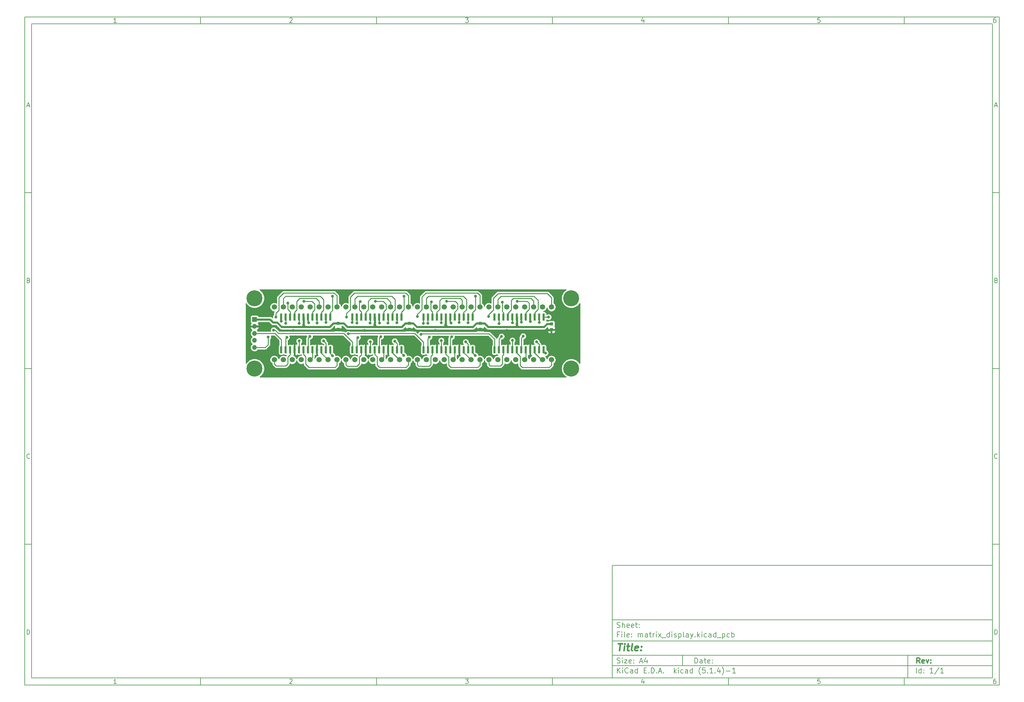
<source format=gtl>
G04 #@! TF.GenerationSoftware,KiCad,Pcbnew,(5.1.4)-1*
G04 #@! TF.CreationDate,2019-11-16T21:27:08+08:00*
G04 #@! TF.ProjectId,matrix_display,6d617472-6978-45f6-9469-73706c61792e,rev?*
G04 #@! TF.SameCoordinates,Original*
G04 #@! TF.FileFunction,Copper,L1,Top*
G04 #@! TF.FilePolarity,Positive*
%FSLAX46Y46*%
G04 Gerber Fmt 4.6, Leading zero omitted, Abs format (unit mm)*
G04 Created by KiCad (PCBNEW (5.1.4)-1) date 2019-11-16 21:27:08*
%MOMM*%
%LPD*%
G04 APERTURE LIST*
%ADD10C,0.150000*%
%ADD11C,0.300000*%
%ADD12C,0.400000*%
%ADD13C,1.500000*%
%ADD14O,1.350000X1.350000*%
%ADD15R,1.350000X1.350000*%
%ADD16C,0.600000*%
%ADD17C,4.560000*%
%ADD18R,0.920000X0.965000*%
%ADD19C,0.800000*%
%ADD20C,0.250000*%
%ADD21C,0.500000*%
%ADD22C,0.254000*%
%ADD23C,0.600000*%
G04 APERTURE END LIST*
D10*
X177002200Y-166007200D02*
X177002200Y-198007200D01*
X285002200Y-198007200D01*
X285002200Y-166007200D01*
X177002200Y-166007200D01*
X10000000Y-10000000D02*
X10000000Y-200007200D01*
X287002200Y-200007200D01*
X287002200Y-10000000D01*
X10000000Y-10000000D01*
X12000000Y-12000000D02*
X12000000Y-198007200D01*
X285002200Y-198007200D01*
X285002200Y-12000000D01*
X12000000Y-12000000D01*
X60000000Y-12000000D02*
X60000000Y-10000000D01*
X110000000Y-12000000D02*
X110000000Y-10000000D01*
X160000000Y-12000000D02*
X160000000Y-10000000D01*
X210000000Y-12000000D02*
X210000000Y-10000000D01*
X260000000Y-12000000D02*
X260000000Y-10000000D01*
X36065476Y-11588095D02*
X35322619Y-11588095D01*
X35694047Y-11588095D02*
X35694047Y-10288095D01*
X35570238Y-10473809D01*
X35446428Y-10597619D01*
X35322619Y-10659523D01*
X85322619Y-10411904D02*
X85384523Y-10350000D01*
X85508333Y-10288095D01*
X85817857Y-10288095D01*
X85941666Y-10350000D01*
X86003571Y-10411904D01*
X86065476Y-10535714D01*
X86065476Y-10659523D01*
X86003571Y-10845238D01*
X85260714Y-11588095D01*
X86065476Y-11588095D01*
X135260714Y-10288095D02*
X136065476Y-10288095D01*
X135632142Y-10783333D01*
X135817857Y-10783333D01*
X135941666Y-10845238D01*
X136003571Y-10907142D01*
X136065476Y-11030952D01*
X136065476Y-11340476D01*
X136003571Y-11464285D01*
X135941666Y-11526190D01*
X135817857Y-11588095D01*
X135446428Y-11588095D01*
X135322619Y-11526190D01*
X135260714Y-11464285D01*
X185941666Y-10721428D02*
X185941666Y-11588095D01*
X185632142Y-10226190D02*
X185322619Y-11154761D01*
X186127380Y-11154761D01*
X236003571Y-10288095D02*
X235384523Y-10288095D01*
X235322619Y-10907142D01*
X235384523Y-10845238D01*
X235508333Y-10783333D01*
X235817857Y-10783333D01*
X235941666Y-10845238D01*
X236003571Y-10907142D01*
X236065476Y-11030952D01*
X236065476Y-11340476D01*
X236003571Y-11464285D01*
X235941666Y-11526190D01*
X235817857Y-11588095D01*
X235508333Y-11588095D01*
X235384523Y-11526190D01*
X235322619Y-11464285D01*
X285941666Y-10288095D02*
X285694047Y-10288095D01*
X285570238Y-10350000D01*
X285508333Y-10411904D01*
X285384523Y-10597619D01*
X285322619Y-10845238D01*
X285322619Y-11340476D01*
X285384523Y-11464285D01*
X285446428Y-11526190D01*
X285570238Y-11588095D01*
X285817857Y-11588095D01*
X285941666Y-11526190D01*
X286003571Y-11464285D01*
X286065476Y-11340476D01*
X286065476Y-11030952D01*
X286003571Y-10907142D01*
X285941666Y-10845238D01*
X285817857Y-10783333D01*
X285570238Y-10783333D01*
X285446428Y-10845238D01*
X285384523Y-10907142D01*
X285322619Y-11030952D01*
X60000000Y-198007200D02*
X60000000Y-200007200D01*
X110000000Y-198007200D02*
X110000000Y-200007200D01*
X160000000Y-198007200D02*
X160000000Y-200007200D01*
X210000000Y-198007200D02*
X210000000Y-200007200D01*
X260000000Y-198007200D02*
X260000000Y-200007200D01*
X36065476Y-199595295D02*
X35322619Y-199595295D01*
X35694047Y-199595295D02*
X35694047Y-198295295D01*
X35570238Y-198481009D01*
X35446428Y-198604819D01*
X35322619Y-198666723D01*
X85322619Y-198419104D02*
X85384523Y-198357200D01*
X85508333Y-198295295D01*
X85817857Y-198295295D01*
X85941666Y-198357200D01*
X86003571Y-198419104D01*
X86065476Y-198542914D01*
X86065476Y-198666723D01*
X86003571Y-198852438D01*
X85260714Y-199595295D01*
X86065476Y-199595295D01*
X135260714Y-198295295D02*
X136065476Y-198295295D01*
X135632142Y-198790533D01*
X135817857Y-198790533D01*
X135941666Y-198852438D01*
X136003571Y-198914342D01*
X136065476Y-199038152D01*
X136065476Y-199347676D01*
X136003571Y-199471485D01*
X135941666Y-199533390D01*
X135817857Y-199595295D01*
X135446428Y-199595295D01*
X135322619Y-199533390D01*
X135260714Y-199471485D01*
X185941666Y-198728628D02*
X185941666Y-199595295D01*
X185632142Y-198233390D02*
X185322619Y-199161961D01*
X186127380Y-199161961D01*
X236003571Y-198295295D02*
X235384523Y-198295295D01*
X235322619Y-198914342D01*
X235384523Y-198852438D01*
X235508333Y-198790533D01*
X235817857Y-198790533D01*
X235941666Y-198852438D01*
X236003571Y-198914342D01*
X236065476Y-199038152D01*
X236065476Y-199347676D01*
X236003571Y-199471485D01*
X235941666Y-199533390D01*
X235817857Y-199595295D01*
X235508333Y-199595295D01*
X235384523Y-199533390D01*
X235322619Y-199471485D01*
X285941666Y-198295295D02*
X285694047Y-198295295D01*
X285570238Y-198357200D01*
X285508333Y-198419104D01*
X285384523Y-198604819D01*
X285322619Y-198852438D01*
X285322619Y-199347676D01*
X285384523Y-199471485D01*
X285446428Y-199533390D01*
X285570238Y-199595295D01*
X285817857Y-199595295D01*
X285941666Y-199533390D01*
X286003571Y-199471485D01*
X286065476Y-199347676D01*
X286065476Y-199038152D01*
X286003571Y-198914342D01*
X285941666Y-198852438D01*
X285817857Y-198790533D01*
X285570238Y-198790533D01*
X285446428Y-198852438D01*
X285384523Y-198914342D01*
X285322619Y-199038152D01*
X10000000Y-60000000D02*
X12000000Y-60000000D01*
X10000000Y-110000000D02*
X12000000Y-110000000D01*
X10000000Y-160000000D02*
X12000000Y-160000000D01*
X10690476Y-35216666D02*
X11309523Y-35216666D01*
X10566666Y-35588095D02*
X11000000Y-34288095D01*
X11433333Y-35588095D01*
X11092857Y-84907142D02*
X11278571Y-84969047D01*
X11340476Y-85030952D01*
X11402380Y-85154761D01*
X11402380Y-85340476D01*
X11340476Y-85464285D01*
X11278571Y-85526190D01*
X11154761Y-85588095D01*
X10659523Y-85588095D01*
X10659523Y-84288095D01*
X11092857Y-84288095D01*
X11216666Y-84350000D01*
X11278571Y-84411904D01*
X11340476Y-84535714D01*
X11340476Y-84659523D01*
X11278571Y-84783333D01*
X11216666Y-84845238D01*
X11092857Y-84907142D01*
X10659523Y-84907142D01*
X11402380Y-135464285D02*
X11340476Y-135526190D01*
X11154761Y-135588095D01*
X11030952Y-135588095D01*
X10845238Y-135526190D01*
X10721428Y-135402380D01*
X10659523Y-135278571D01*
X10597619Y-135030952D01*
X10597619Y-134845238D01*
X10659523Y-134597619D01*
X10721428Y-134473809D01*
X10845238Y-134350000D01*
X11030952Y-134288095D01*
X11154761Y-134288095D01*
X11340476Y-134350000D01*
X11402380Y-134411904D01*
X10659523Y-185588095D02*
X10659523Y-184288095D01*
X10969047Y-184288095D01*
X11154761Y-184350000D01*
X11278571Y-184473809D01*
X11340476Y-184597619D01*
X11402380Y-184845238D01*
X11402380Y-185030952D01*
X11340476Y-185278571D01*
X11278571Y-185402380D01*
X11154761Y-185526190D01*
X10969047Y-185588095D01*
X10659523Y-185588095D01*
X287002200Y-60000000D02*
X285002200Y-60000000D01*
X287002200Y-110000000D02*
X285002200Y-110000000D01*
X287002200Y-160000000D02*
X285002200Y-160000000D01*
X285692676Y-35216666D02*
X286311723Y-35216666D01*
X285568866Y-35588095D02*
X286002200Y-34288095D01*
X286435533Y-35588095D01*
X286095057Y-84907142D02*
X286280771Y-84969047D01*
X286342676Y-85030952D01*
X286404580Y-85154761D01*
X286404580Y-85340476D01*
X286342676Y-85464285D01*
X286280771Y-85526190D01*
X286156961Y-85588095D01*
X285661723Y-85588095D01*
X285661723Y-84288095D01*
X286095057Y-84288095D01*
X286218866Y-84350000D01*
X286280771Y-84411904D01*
X286342676Y-84535714D01*
X286342676Y-84659523D01*
X286280771Y-84783333D01*
X286218866Y-84845238D01*
X286095057Y-84907142D01*
X285661723Y-84907142D01*
X286404580Y-135464285D02*
X286342676Y-135526190D01*
X286156961Y-135588095D01*
X286033152Y-135588095D01*
X285847438Y-135526190D01*
X285723628Y-135402380D01*
X285661723Y-135278571D01*
X285599819Y-135030952D01*
X285599819Y-134845238D01*
X285661723Y-134597619D01*
X285723628Y-134473809D01*
X285847438Y-134350000D01*
X286033152Y-134288095D01*
X286156961Y-134288095D01*
X286342676Y-134350000D01*
X286404580Y-134411904D01*
X285661723Y-185588095D02*
X285661723Y-184288095D01*
X285971247Y-184288095D01*
X286156961Y-184350000D01*
X286280771Y-184473809D01*
X286342676Y-184597619D01*
X286404580Y-184845238D01*
X286404580Y-185030952D01*
X286342676Y-185278571D01*
X286280771Y-185402380D01*
X286156961Y-185526190D01*
X285971247Y-185588095D01*
X285661723Y-185588095D01*
X200434342Y-193785771D02*
X200434342Y-192285771D01*
X200791485Y-192285771D01*
X201005771Y-192357200D01*
X201148628Y-192500057D01*
X201220057Y-192642914D01*
X201291485Y-192928628D01*
X201291485Y-193142914D01*
X201220057Y-193428628D01*
X201148628Y-193571485D01*
X201005771Y-193714342D01*
X200791485Y-193785771D01*
X200434342Y-193785771D01*
X202577200Y-193785771D02*
X202577200Y-193000057D01*
X202505771Y-192857200D01*
X202362914Y-192785771D01*
X202077200Y-192785771D01*
X201934342Y-192857200D01*
X202577200Y-193714342D02*
X202434342Y-193785771D01*
X202077200Y-193785771D01*
X201934342Y-193714342D01*
X201862914Y-193571485D01*
X201862914Y-193428628D01*
X201934342Y-193285771D01*
X202077200Y-193214342D01*
X202434342Y-193214342D01*
X202577200Y-193142914D01*
X203077200Y-192785771D02*
X203648628Y-192785771D01*
X203291485Y-192285771D02*
X203291485Y-193571485D01*
X203362914Y-193714342D01*
X203505771Y-193785771D01*
X203648628Y-193785771D01*
X204720057Y-193714342D02*
X204577200Y-193785771D01*
X204291485Y-193785771D01*
X204148628Y-193714342D01*
X204077200Y-193571485D01*
X204077200Y-193000057D01*
X204148628Y-192857200D01*
X204291485Y-192785771D01*
X204577200Y-192785771D01*
X204720057Y-192857200D01*
X204791485Y-193000057D01*
X204791485Y-193142914D01*
X204077200Y-193285771D01*
X205434342Y-193642914D02*
X205505771Y-193714342D01*
X205434342Y-193785771D01*
X205362914Y-193714342D01*
X205434342Y-193642914D01*
X205434342Y-193785771D01*
X205434342Y-192857200D02*
X205505771Y-192928628D01*
X205434342Y-193000057D01*
X205362914Y-192928628D01*
X205434342Y-192857200D01*
X205434342Y-193000057D01*
X177002200Y-194507200D02*
X285002200Y-194507200D01*
X178434342Y-196585771D02*
X178434342Y-195085771D01*
X179291485Y-196585771D02*
X178648628Y-195728628D01*
X179291485Y-195085771D02*
X178434342Y-195942914D01*
X179934342Y-196585771D02*
X179934342Y-195585771D01*
X179934342Y-195085771D02*
X179862914Y-195157200D01*
X179934342Y-195228628D01*
X180005771Y-195157200D01*
X179934342Y-195085771D01*
X179934342Y-195228628D01*
X181505771Y-196442914D02*
X181434342Y-196514342D01*
X181220057Y-196585771D01*
X181077200Y-196585771D01*
X180862914Y-196514342D01*
X180720057Y-196371485D01*
X180648628Y-196228628D01*
X180577200Y-195942914D01*
X180577200Y-195728628D01*
X180648628Y-195442914D01*
X180720057Y-195300057D01*
X180862914Y-195157200D01*
X181077200Y-195085771D01*
X181220057Y-195085771D01*
X181434342Y-195157200D01*
X181505771Y-195228628D01*
X182791485Y-196585771D02*
X182791485Y-195800057D01*
X182720057Y-195657200D01*
X182577200Y-195585771D01*
X182291485Y-195585771D01*
X182148628Y-195657200D01*
X182791485Y-196514342D02*
X182648628Y-196585771D01*
X182291485Y-196585771D01*
X182148628Y-196514342D01*
X182077200Y-196371485D01*
X182077200Y-196228628D01*
X182148628Y-196085771D01*
X182291485Y-196014342D01*
X182648628Y-196014342D01*
X182791485Y-195942914D01*
X184148628Y-196585771D02*
X184148628Y-195085771D01*
X184148628Y-196514342D02*
X184005771Y-196585771D01*
X183720057Y-196585771D01*
X183577200Y-196514342D01*
X183505771Y-196442914D01*
X183434342Y-196300057D01*
X183434342Y-195871485D01*
X183505771Y-195728628D01*
X183577200Y-195657200D01*
X183720057Y-195585771D01*
X184005771Y-195585771D01*
X184148628Y-195657200D01*
X186005771Y-195800057D02*
X186505771Y-195800057D01*
X186720057Y-196585771D02*
X186005771Y-196585771D01*
X186005771Y-195085771D01*
X186720057Y-195085771D01*
X187362914Y-196442914D02*
X187434342Y-196514342D01*
X187362914Y-196585771D01*
X187291485Y-196514342D01*
X187362914Y-196442914D01*
X187362914Y-196585771D01*
X188077200Y-196585771D02*
X188077200Y-195085771D01*
X188434342Y-195085771D01*
X188648628Y-195157200D01*
X188791485Y-195300057D01*
X188862914Y-195442914D01*
X188934342Y-195728628D01*
X188934342Y-195942914D01*
X188862914Y-196228628D01*
X188791485Y-196371485D01*
X188648628Y-196514342D01*
X188434342Y-196585771D01*
X188077200Y-196585771D01*
X189577200Y-196442914D02*
X189648628Y-196514342D01*
X189577200Y-196585771D01*
X189505771Y-196514342D01*
X189577200Y-196442914D01*
X189577200Y-196585771D01*
X190220057Y-196157200D02*
X190934342Y-196157200D01*
X190077200Y-196585771D02*
X190577200Y-195085771D01*
X191077200Y-196585771D01*
X191577200Y-196442914D02*
X191648628Y-196514342D01*
X191577200Y-196585771D01*
X191505771Y-196514342D01*
X191577200Y-196442914D01*
X191577200Y-196585771D01*
X194577200Y-196585771D02*
X194577200Y-195085771D01*
X194720057Y-196014342D02*
X195148628Y-196585771D01*
X195148628Y-195585771D02*
X194577200Y-196157200D01*
X195791485Y-196585771D02*
X195791485Y-195585771D01*
X195791485Y-195085771D02*
X195720057Y-195157200D01*
X195791485Y-195228628D01*
X195862914Y-195157200D01*
X195791485Y-195085771D01*
X195791485Y-195228628D01*
X197148628Y-196514342D02*
X197005771Y-196585771D01*
X196720057Y-196585771D01*
X196577200Y-196514342D01*
X196505771Y-196442914D01*
X196434342Y-196300057D01*
X196434342Y-195871485D01*
X196505771Y-195728628D01*
X196577200Y-195657200D01*
X196720057Y-195585771D01*
X197005771Y-195585771D01*
X197148628Y-195657200D01*
X198434342Y-196585771D02*
X198434342Y-195800057D01*
X198362914Y-195657200D01*
X198220057Y-195585771D01*
X197934342Y-195585771D01*
X197791485Y-195657200D01*
X198434342Y-196514342D02*
X198291485Y-196585771D01*
X197934342Y-196585771D01*
X197791485Y-196514342D01*
X197720057Y-196371485D01*
X197720057Y-196228628D01*
X197791485Y-196085771D01*
X197934342Y-196014342D01*
X198291485Y-196014342D01*
X198434342Y-195942914D01*
X199791485Y-196585771D02*
X199791485Y-195085771D01*
X199791485Y-196514342D02*
X199648628Y-196585771D01*
X199362914Y-196585771D01*
X199220057Y-196514342D01*
X199148628Y-196442914D01*
X199077200Y-196300057D01*
X199077200Y-195871485D01*
X199148628Y-195728628D01*
X199220057Y-195657200D01*
X199362914Y-195585771D01*
X199648628Y-195585771D01*
X199791485Y-195657200D01*
X202077200Y-197157200D02*
X202005771Y-197085771D01*
X201862914Y-196871485D01*
X201791485Y-196728628D01*
X201720057Y-196514342D01*
X201648628Y-196157200D01*
X201648628Y-195871485D01*
X201720057Y-195514342D01*
X201791485Y-195300057D01*
X201862914Y-195157200D01*
X202005771Y-194942914D01*
X202077200Y-194871485D01*
X203362914Y-195085771D02*
X202648628Y-195085771D01*
X202577200Y-195800057D01*
X202648628Y-195728628D01*
X202791485Y-195657200D01*
X203148628Y-195657200D01*
X203291485Y-195728628D01*
X203362914Y-195800057D01*
X203434342Y-195942914D01*
X203434342Y-196300057D01*
X203362914Y-196442914D01*
X203291485Y-196514342D01*
X203148628Y-196585771D01*
X202791485Y-196585771D01*
X202648628Y-196514342D01*
X202577200Y-196442914D01*
X204077200Y-196442914D02*
X204148628Y-196514342D01*
X204077200Y-196585771D01*
X204005771Y-196514342D01*
X204077200Y-196442914D01*
X204077200Y-196585771D01*
X205577200Y-196585771D02*
X204720057Y-196585771D01*
X205148628Y-196585771D02*
X205148628Y-195085771D01*
X205005771Y-195300057D01*
X204862914Y-195442914D01*
X204720057Y-195514342D01*
X206220057Y-196442914D02*
X206291485Y-196514342D01*
X206220057Y-196585771D01*
X206148628Y-196514342D01*
X206220057Y-196442914D01*
X206220057Y-196585771D01*
X207577200Y-195585771D02*
X207577200Y-196585771D01*
X207220057Y-195014342D02*
X206862914Y-196085771D01*
X207791485Y-196085771D01*
X208220057Y-197157200D02*
X208291485Y-197085771D01*
X208434342Y-196871485D01*
X208505771Y-196728628D01*
X208577200Y-196514342D01*
X208648628Y-196157200D01*
X208648628Y-195871485D01*
X208577200Y-195514342D01*
X208505771Y-195300057D01*
X208434342Y-195157200D01*
X208291485Y-194942914D01*
X208220057Y-194871485D01*
X209362914Y-196014342D02*
X210505771Y-196014342D01*
X212005771Y-196585771D02*
X211148628Y-196585771D01*
X211577200Y-196585771D02*
X211577200Y-195085771D01*
X211434342Y-195300057D01*
X211291485Y-195442914D01*
X211148628Y-195514342D01*
X177002200Y-191507200D02*
X285002200Y-191507200D01*
D11*
X264411485Y-193785771D02*
X263911485Y-193071485D01*
X263554342Y-193785771D02*
X263554342Y-192285771D01*
X264125771Y-192285771D01*
X264268628Y-192357200D01*
X264340057Y-192428628D01*
X264411485Y-192571485D01*
X264411485Y-192785771D01*
X264340057Y-192928628D01*
X264268628Y-193000057D01*
X264125771Y-193071485D01*
X263554342Y-193071485D01*
X265625771Y-193714342D02*
X265482914Y-193785771D01*
X265197200Y-193785771D01*
X265054342Y-193714342D01*
X264982914Y-193571485D01*
X264982914Y-193000057D01*
X265054342Y-192857200D01*
X265197200Y-192785771D01*
X265482914Y-192785771D01*
X265625771Y-192857200D01*
X265697200Y-193000057D01*
X265697200Y-193142914D01*
X264982914Y-193285771D01*
X266197200Y-192785771D02*
X266554342Y-193785771D01*
X266911485Y-192785771D01*
X267482914Y-193642914D02*
X267554342Y-193714342D01*
X267482914Y-193785771D01*
X267411485Y-193714342D01*
X267482914Y-193642914D01*
X267482914Y-193785771D01*
X267482914Y-192857200D02*
X267554342Y-192928628D01*
X267482914Y-193000057D01*
X267411485Y-192928628D01*
X267482914Y-192857200D01*
X267482914Y-193000057D01*
D10*
X178362914Y-193714342D02*
X178577200Y-193785771D01*
X178934342Y-193785771D01*
X179077200Y-193714342D01*
X179148628Y-193642914D01*
X179220057Y-193500057D01*
X179220057Y-193357200D01*
X179148628Y-193214342D01*
X179077200Y-193142914D01*
X178934342Y-193071485D01*
X178648628Y-193000057D01*
X178505771Y-192928628D01*
X178434342Y-192857200D01*
X178362914Y-192714342D01*
X178362914Y-192571485D01*
X178434342Y-192428628D01*
X178505771Y-192357200D01*
X178648628Y-192285771D01*
X179005771Y-192285771D01*
X179220057Y-192357200D01*
X179862914Y-193785771D02*
X179862914Y-192785771D01*
X179862914Y-192285771D02*
X179791485Y-192357200D01*
X179862914Y-192428628D01*
X179934342Y-192357200D01*
X179862914Y-192285771D01*
X179862914Y-192428628D01*
X180434342Y-192785771D02*
X181220057Y-192785771D01*
X180434342Y-193785771D01*
X181220057Y-193785771D01*
X182362914Y-193714342D02*
X182220057Y-193785771D01*
X181934342Y-193785771D01*
X181791485Y-193714342D01*
X181720057Y-193571485D01*
X181720057Y-193000057D01*
X181791485Y-192857200D01*
X181934342Y-192785771D01*
X182220057Y-192785771D01*
X182362914Y-192857200D01*
X182434342Y-193000057D01*
X182434342Y-193142914D01*
X181720057Y-193285771D01*
X183077200Y-193642914D02*
X183148628Y-193714342D01*
X183077200Y-193785771D01*
X183005771Y-193714342D01*
X183077200Y-193642914D01*
X183077200Y-193785771D01*
X183077200Y-192857200D02*
X183148628Y-192928628D01*
X183077200Y-193000057D01*
X183005771Y-192928628D01*
X183077200Y-192857200D01*
X183077200Y-193000057D01*
X184862914Y-193357200D02*
X185577200Y-193357200D01*
X184720057Y-193785771D02*
X185220057Y-192285771D01*
X185720057Y-193785771D01*
X186862914Y-192785771D02*
X186862914Y-193785771D01*
X186505771Y-192214342D02*
X186148628Y-193285771D01*
X187077200Y-193285771D01*
X263434342Y-196585771D02*
X263434342Y-195085771D01*
X264791485Y-196585771D02*
X264791485Y-195085771D01*
X264791485Y-196514342D02*
X264648628Y-196585771D01*
X264362914Y-196585771D01*
X264220057Y-196514342D01*
X264148628Y-196442914D01*
X264077200Y-196300057D01*
X264077200Y-195871485D01*
X264148628Y-195728628D01*
X264220057Y-195657200D01*
X264362914Y-195585771D01*
X264648628Y-195585771D01*
X264791485Y-195657200D01*
X265505771Y-196442914D02*
X265577200Y-196514342D01*
X265505771Y-196585771D01*
X265434342Y-196514342D01*
X265505771Y-196442914D01*
X265505771Y-196585771D01*
X265505771Y-195657200D02*
X265577200Y-195728628D01*
X265505771Y-195800057D01*
X265434342Y-195728628D01*
X265505771Y-195657200D01*
X265505771Y-195800057D01*
X268148628Y-196585771D02*
X267291485Y-196585771D01*
X267720057Y-196585771D02*
X267720057Y-195085771D01*
X267577200Y-195300057D01*
X267434342Y-195442914D01*
X267291485Y-195514342D01*
X269862914Y-195014342D02*
X268577200Y-196942914D01*
X271148628Y-196585771D02*
X270291485Y-196585771D01*
X270720057Y-196585771D02*
X270720057Y-195085771D01*
X270577200Y-195300057D01*
X270434342Y-195442914D01*
X270291485Y-195514342D01*
X177002200Y-187507200D02*
X285002200Y-187507200D01*
D12*
X178714580Y-188211961D02*
X179857438Y-188211961D01*
X179036009Y-190211961D02*
X179286009Y-188211961D01*
X180274104Y-190211961D02*
X180440771Y-188878628D01*
X180524104Y-188211961D02*
X180416961Y-188307200D01*
X180500295Y-188402438D01*
X180607438Y-188307200D01*
X180524104Y-188211961D01*
X180500295Y-188402438D01*
X181107438Y-188878628D02*
X181869342Y-188878628D01*
X181476485Y-188211961D02*
X181262200Y-189926247D01*
X181333628Y-190116723D01*
X181512200Y-190211961D01*
X181702676Y-190211961D01*
X182655057Y-190211961D02*
X182476485Y-190116723D01*
X182405057Y-189926247D01*
X182619342Y-188211961D01*
X184190771Y-190116723D02*
X183988390Y-190211961D01*
X183607438Y-190211961D01*
X183428866Y-190116723D01*
X183357438Y-189926247D01*
X183452676Y-189164342D01*
X183571723Y-188973866D01*
X183774104Y-188878628D01*
X184155057Y-188878628D01*
X184333628Y-188973866D01*
X184405057Y-189164342D01*
X184381247Y-189354819D01*
X183405057Y-189545295D01*
X185155057Y-190021485D02*
X185238390Y-190116723D01*
X185131247Y-190211961D01*
X185047914Y-190116723D01*
X185155057Y-190021485D01*
X185131247Y-190211961D01*
X185286009Y-188973866D02*
X185369342Y-189069104D01*
X185262200Y-189164342D01*
X185178866Y-189069104D01*
X185286009Y-188973866D01*
X185262200Y-189164342D01*
D10*
X178934342Y-185600057D02*
X178434342Y-185600057D01*
X178434342Y-186385771D02*
X178434342Y-184885771D01*
X179148628Y-184885771D01*
X179720057Y-186385771D02*
X179720057Y-185385771D01*
X179720057Y-184885771D02*
X179648628Y-184957200D01*
X179720057Y-185028628D01*
X179791485Y-184957200D01*
X179720057Y-184885771D01*
X179720057Y-185028628D01*
X180648628Y-186385771D02*
X180505771Y-186314342D01*
X180434342Y-186171485D01*
X180434342Y-184885771D01*
X181791485Y-186314342D02*
X181648628Y-186385771D01*
X181362914Y-186385771D01*
X181220057Y-186314342D01*
X181148628Y-186171485D01*
X181148628Y-185600057D01*
X181220057Y-185457200D01*
X181362914Y-185385771D01*
X181648628Y-185385771D01*
X181791485Y-185457200D01*
X181862914Y-185600057D01*
X181862914Y-185742914D01*
X181148628Y-185885771D01*
X182505771Y-186242914D02*
X182577200Y-186314342D01*
X182505771Y-186385771D01*
X182434342Y-186314342D01*
X182505771Y-186242914D01*
X182505771Y-186385771D01*
X182505771Y-185457200D02*
X182577200Y-185528628D01*
X182505771Y-185600057D01*
X182434342Y-185528628D01*
X182505771Y-185457200D01*
X182505771Y-185600057D01*
X184362914Y-186385771D02*
X184362914Y-185385771D01*
X184362914Y-185528628D02*
X184434342Y-185457200D01*
X184577200Y-185385771D01*
X184791485Y-185385771D01*
X184934342Y-185457200D01*
X185005771Y-185600057D01*
X185005771Y-186385771D01*
X185005771Y-185600057D02*
X185077200Y-185457200D01*
X185220057Y-185385771D01*
X185434342Y-185385771D01*
X185577200Y-185457200D01*
X185648628Y-185600057D01*
X185648628Y-186385771D01*
X187005771Y-186385771D02*
X187005771Y-185600057D01*
X186934342Y-185457200D01*
X186791485Y-185385771D01*
X186505771Y-185385771D01*
X186362914Y-185457200D01*
X187005771Y-186314342D02*
X186862914Y-186385771D01*
X186505771Y-186385771D01*
X186362914Y-186314342D01*
X186291485Y-186171485D01*
X186291485Y-186028628D01*
X186362914Y-185885771D01*
X186505771Y-185814342D01*
X186862914Y-185814342D01*
X187005771Y-185742914D01*
X187505771Y-185385771D02*
X188077200Y-185385771D01*
X187720057Y-184885771D02*
X187720057Y-186171485D01*
X187791485Y-186314342D01*
X187934342Y-186385771D01*
X188077200Y-186385771D01*
X188577200Y-186385771D02*
X188577200Y-185385771D01*
X188577200Y-185671485D02*
X188648628Y-185528628D01*
X188720057Y-185457200D01*
X188862914Y-185385771D01*
X189005771Y-185385771D01*
X189505771Y-186385771D02*
X189505771Y-185385771D01*
X189505771Y-184885771D02*
X189434342Y-184957200D01*
X189505771Y-185028628D01*
X189577200Y-184957200D01*
X189505771Y-184885771D01*
X189505771Y-185028628D01*
X190077200Y-186385771D02*
X190862914Y-185385771D01*
X190077200Y-185385771D02*
X190862914Y-186385771D01*
X191077200Y-186528628D02*
X192220057Y-186528628D01*
X193220057Y-186385771D02*
X193220057Y-184885771D01*
X193220057Y-186314342D02*
X193077200Y-186385771D01*
X192791485Y-186385771D01*
X192648628Y-186314342D01*
X192577200Y-186242914D01*
X192505771Y-186100057D01*
X192505771Y-185671485D01*
X192577200Y-185528628D01*
X192648628Y-185457200D01*
X192791485Y-185385771D01*
X193077200Y-185385771D01*
X193220057Y-185457200D01*
X193934342Y-186385771D02*
X193934342Y-185385771D01*
X193934342Y-184885771D02*
X193862914Y-184957200D01*
X193934342Y-185028628D01*
X194005771Y-184957200D01*
X193934342Y-184885771D01*
X193934342Y-185028628D01*
X194577200Y-186314342D02*
X194720057Y-186385771D01*
X195005771Y-186385771D01*
X195148628Y-186314342D01*
X195220057Y-186171485D01*
X195220057Y-186100057D01*
X195148628Y-185957200D01*
X195005771Y-185885771D01*
X194791485Y-185885771D01*
X194648628Y-185814342D01*
X194577200Y-185671485D01*
X194577200Y-185600057D01*
X194648628Y-185457200D01*
X194791485Y-185385771D01*
X195005771Y-185385771D01*
X195148628Y-185457200D01*
X195862914Y-185385771D02*
X195862914Y-186885771D01*
X195862914Y-185457200D02*
X196005771Y-185385771D01*
X196291485Y-185385771D01*
X196434342Y-185457200D01*
X196505771Y-185528628D01*
X196577200Y-185671485D01*
X196577200Y-186100057D01*
X196505771Y-186242914D01*
X196434342Y-186314342D01*
X196291485Y-186385771D01*
X196005771Y-186385771D01*
X195862914Y-186314342D01*
X197434342Y-186385771D02*
X197291485Y-186314342D01*
X197220057Y-186171485D01*
X197220057Y-184885771D01*
X198648628Y-186385771D02*
X198648628Y-185600057D01*
X198577200Y-185457200D01*
X198434342Y-185385771D01*
X198148628Y-185385771D01*
X198005771Y-185457200D01*
X198648628Y-186314342D02*
X198505771Y-186385771D01*
X198148628Y-186385771D01*
X198005771Y-186314342D01*
X197934342Y-186171485D01*
X197934342Y-186028628D01*
X198005771Y-185885771D01*
X198148628Y-185814342D01*
X198505771Y-185814342D01*
X198648628Y-185742914D01*
X199220057Y-185385771D02*
X199577200Y-186385771D01*
X199934342Y-185385771D02*
X199577200Y-186385771D01*
X199434342Y-186742914D01*
X199362914Y-186814342D01*
X199220057Y-186885771D01*
X200505771Y-186242914D02*
X200577200Y-186314342D01*
X200505771Y-186385771D01*
X200434342Y-186314342D01*
X200505771Y-186242914D01*
X200505771Y-186385771D01*
X201220057Y-186385771D02*
X201220057Y-184885771D01*
X201362914Y-185814342D02*
X201791485Y-186385771D01*
X201791485Y-185385771D02*
X201220057Y-185957200D01*
X202434342Y-186385771D02*
X202434342Y-185385771D01*
X202434342Y-184885771D02*
X202362914Y-184957200D01*
X202434342Y-185028628D01*
X202505771Y-184957200D01*
X202434342Y-184885771D01*
X202434342Y-185028628D01*
X203791485Y-186314342D02*
X203648628Y-186385771D01*
X203362914Y-186385771D01*
X203220057Y-186314342D01*
X203148628Y-186242914D01*
X203077200Y-186100057D01*
X203077200Y-185671485D01*
X203148628Y-185528628D01*
X203220057Y-185457200D01*
X203362914Y-185385771D01*
X203648628Y-185385771D01*
X203791485Y-185457200D01*
X205077200Y-186385771D02*
X205077200Y-185600057D01*
X205005771Y-185457200D01*
X204862914Y-185385771D01*
X204577200Y-185385771D01*
X204434342Y-185457200D01*
X205077200Y-186314342D02*
X204934342Y-186385771D01*
X204577200Y-186385771D01*
X204434342Y-186314342D01*
X204362914Y-186171485D01*
X204362914Y-186028628D01*
X204434342Y-185885771D01*
X204577200Y-185814342D01*
X204934342Y-185814342D01*
X205077200Y-185742914D01*
X206434342Y-186385771D02*
X206434342Y-184885771D01*
X206434342Y-186314342D02*
X206291485Y-186385771D01*
X206005771Y-186385771D01*
X205862914Y-186314342D01*
X205791485Y-186242914D01*
X205720057Y-186100057D01*
X205720057Y-185671485D01*
X205791485Y-185528628D01*
X205862914Y-185457200D01*
X206005771Y-185385771D01*
X206291485Y-185385771D01*
X206434342Y-185457200D01*
X206791485Y-186528628D02*
X207934342Y-186528628D01*
X208291485Y-185385771D02*
X208291485Y-186885771D01*
X208291485Y-185457200D02*
X208434342Y-185385771D01*
X208720057Y-185385771D01*
X208862914Y-185457200D01*
X208934342Y-185528628D01*
X209005771Y-185671485D01*
X209005771Y-186100057D01*
X208934342Y-186242914D01*
X208862914Y-186314342D01*
X208720057Y-186385771D01*
X208434342Y-186385771D01*
X208291485Y-186314342D01*
X210291485Y-186314342D02*
X210148628Y-186385771D01*
X209862914Y-186385771D01*
X209720057Y-186314342D01*
X209648628Y-186242914D01*
X209577200Y-186100057D01*
X209577200Y-185671485D01*
X209648628Y-185528628D01*
X209720057Y-185457200D01*
X209862914Y-185385771D01*
X210148628Y-185385771D01*
X210291485Y-185457200D01*
X210934342Y-186385771D02*
X210934342Y-184885771D01*
X210934342Y-185457200D02*
X211077200Y-185385771D01*
X211362914Y-185385771D01*
X211505771Y-185457200D01*
X211577200Y-185528628D01*
X211648628Y-185671485D01*
X211648628Y-186100057D01*
X211577200Y-186242914D01*
X211505771Y-186314342D01*
X211362914Y-186385771D01*
X211077200Y-186385771D01*
X210934342Y-186314342D01*
X177002200Y-181507200D02*
X285002200Y-181507200D01*
X178362914Y-183614342D02*
X178577200Y-183685771D01*
X178934342Y-183685771D01*
X179077200Y-183614342D01*
X179148628Y-183542914D01*
X179220057Y-183400057D01*
X179220057Y-183257200D01*
X179148628Y-183114342D01*
X179077200Y-183042914D01*
X178934342Y-182971485D01*
X178648628Y-182900057D01*
X178505771Y-182828628D01*
X178434342Y-182757200D01*
X178362914Y-182614342D01*
X178362914Y-182471485D01*
X178434342Y-182328628D01*
X178505771Y-182257200D01*
X178648628Y-182185771D01*
X179005771Y-182185771D01*
X179220057Y-182257200D01*
X179862914Y-183685771D02*
X179862914Y-182185771D01*
X180505771Y-183685771D02*
X180505771Y-182900057D01*
X180434342Y-182757200D01*
X180291485Y-182685771D01*
X180077200Y-182685771D01*
X179934342Y-182757200D01*
X179862914Y-182828628D01*
X181791485Y-183614342D02*
X181648628Y-183685771D01*
X181362914Y-183685771D01*
X181220057Y-183614342D01*
X181148628Y-183471485D01*
X181148628Y-182900057D01*
X181220057Y-182757200D01*
X181362914Y-182685771D01*
X181648628Y-182685771D01*
X181791485Y-182757200D01*
X181862914Y-182900057D01*
X181862914Y-183042914D01*
X181148628Y-183185771D01*
X183077200Y-183614342D02*
X182934342Y-183685771D01*
X182648628Y-183685771D01*
X182505771Y-183614342D01*
X182434342Y-183471485D01*
X182434342Y-182900057D01*
X182505771Y-182757200D01*
X182648628Y-182685771D01*
X182934342Y-182685771D01*
X183077200Y-182757200D01*
X183148628Y-182900057D01*
X183148628Y-183042914D01*
X182434342Y-183185771D01*
X183577200Y-182685771D02*
X184148628Y-182685771D01*
X183791485Y-182185771D02*
X183791485Y-183471485D01*
X183862914Y-183614342D01*
X184005771Y-183685771D01*
X184148628Y-183685771D01*
X184648628Y-183542914D02*
X184720057Y-183614342D01*
X184648628Y-183685771D01*
X184577200Y-183614342D01*
X184648628Y-183542914D01*
X184648628Y-183685771D01*
X184648628Y-182757200D02*
X184720057Y-182828628D01*
X184648628Y-182900057D01*
X184577200Y-182828628D01*
X184648628Y-182757200D01*
X184648628Y-182900057D01*
X197002200Y-191507200D02*
X197002200Y-194507200D01*
X261002200Y-191507200D02*
X261002200Y-198007200D01*
D13*
X98730000Y-107500000D03*
X96190000Y-107500000D03*
X93650000Y-107500000D03*
X91110000Y-107500000D03*
X88570000Y-107500000D03*
X86030000Y-107500000D03*
X83490000Y-107500000D03*
X80950000Y-107500000D03*
X86030000Y-92500000D03*
X83490000Y-92500000D03*
X80950000Y-92500000D03*
X96190000Y-92500000D03*
X93650000Y-92500000D03*
X88570000Y-92500000D03*
X98730000Y-92500000D03*
X91110000Y-92500000D03*
X119050000Y-107500000D03*
X116510000Y-107500000D03*
X113970000Y-107500000D03*
X111430000Y-107500000D03*
X108890000Y-107500000D03*
X106350000Y-107500000D03*
X103810000Y-107500000D03*
X101270000Y-107500000D03*
X106350000Y-92500000D03*
X103810000Y-92500000D03*
X101270000Y-92500000D03*
X116510000Y-92500000D03*
X113970000Y-92500000D03*
X108890000Y-92500000D03*
X119050000Y-92500000D03*
X111430000Y-92500000D03*
X139370000Y-107500000D03*
X136830000Y-107500000D03*
X134290000Y-107500000D03*
X131750000Y-107500000D03*
X129210000Y-107500000D03*
X126670000Y-107500000D03*
X124130000Y-107500000D03*
X121590000Y-107500000D03*
X126670000Y-92500000D03*
X124130000Y-92500000D03*
X121590000Y-92500000D03*
X136830000Y-92500000D03*
X134290000Y-92500000D03*
X129210000Y-92500000D03*
X139370000Y-92500000D03*
X131750000Y-92500000D03*
X159690000Y-107500000D03*
X157150000Y-107500000D03*
X154610000Y-107500000D03*
X152070000Y-107500000D03*
X149530000Y-107500000D03*
X146990000Y-107500000D03*
X144450000Y-107500000D03*
X141910000Y-107500000D03*
X146990000Y-92500000D03*
X144450000Y-92500000D03*
X141910000Y-92500000D03*
X157150000Y-92500000D03*
X154610000Y-92500000D03*
X149530000Y-92500000D03*
X159690000Y-92500000D03*
X152070000Y-92500000D03*
D14*
X75320000Y-104000000D03*
X75320000Y-102000000D03*
X75320000Y-100000000D03*
X75320000Y-98000000D03*
D15*
X75320000Y-96000000D03*
D16*
X166580000Y-108740000D03*
X167100000Y-110000000D03*
D17*
X165320000Y-110000000D03*
D16*
X166580000Y-111260000D03*
X165320000Y-111780000D03*
X163540000Y-110000000D03*
X164060000Y-111260000D03*
X165320000Y-108220000D03*
X164060000Y-108740000D03*
X164060000Y-88740000D03*
X165320000Y-88220000D03*
X164060000Y-91260000D03*
X163540000Y-90000000D03*
X165320000Y-91780000D03*
X166580000Y-91260000D03*
D17*
X165320000Y-90000000D03*
D16*
X167100000Y-90000000D03*
X166580000Y-88740000D03*
X74060000Y-108740000D03*
X75320000Y-108220000D03*
X74060000Y-111260000D03*
X73540000Y-110000000D03*
X75320000Y-111780000D03*
X76580000Y-111260000D03*
D17*
X75320000Y-110000000D03*
D16*
X77100000Y-110000000D03*
X76580000Y-108740000D03*
X76580000Y-88740000D03*
X77100000Y-90000000D03*
D17*
X75320000Y-90000000D03*
D16*
X76580000Y-91260000D03*
X75320000Y-91780000D03*
X73540000Y-90000000D03*
X74060000Y-91260000D03*
X75320000Y-88220000D03*
X74060000Y-88740000D03*
D18*
X159700000Y-98940000D03*
X159700000Y-97300000D03*
X139500000Y-98820000D03*
X139500000Y-97180000D03*
X119300000Y-97180000D03*
X119300000Y-98820000D03*
X99100000Y-98820000D03*
X99100000Y-97180000D03*
D10*
G36*
X143679703Y-94325722D02*
G01*
X143694264Y-94327882D01*
X143708543Y-94331459D01*
X143722403Y-94336418D01*
X143735710Y-94342712D01*
X143748336Y-94350280D01*
X143760159Y-94359048D01*
X143771066Y-94368934D01*
X143780952Y-94379841D01*
X143789720Y-94391664D01*
X143797288Y-94404290D01*
X143803582Y-94417597D01*
X143808541Y-94431457D01*
X143812118Y-94445736D01*
X143814278Y-94460297D01*
X143815000Y-94475000D01*
X143815000Y-96225000D01*
X143814278Y-96239703D01*
X143812118Y-96254264D01*
X143808541Y-96268543D01*
X143803582Y-96282403D01*
X143797288Y-96295710D01*
X143789720Y-96308336D01*
X143780952Y-96320159D01*
X143771066Y-96331066D01*
X143760159Y-96340952D01*
X143748336Y-96349720D01*
X143735710Y-96357288D01*
X143722403Y-96363582D01*
X143708543Y-96368541D01*
X143694264Y-96372118D01*
X143679703Y-96374278D01*
X143665000Y-96375000D01*
X143365000Y-96375000D01*
X143350297Y-96374278D01*
X143335736Y-96372118D01*
X143321457Y-96368541D01*
X143307597Y-96363582D01*
X143294290Y-96357288D01*
X143281664Y-96349720D01*
X143269841Y-96340952D01*
X143258934Y-96331066D01*
X143249048Y-96320159D01*
X143240280Y-96308336D01*
X143232712Y-96295710D01*
X143226418Y-96282403D01*
X143221459Y-96268543D01*
X143217882Y-96254264D01*
X143215722Y-96239703D01*
X143215000Y-96225000D01*
X143215000Y-94475000D01*
X143215722Y-94460297D01*
X143217882Y-94445736D01*
X143221459Y-94431457D01*
X143226418Y-94417597D01*
X143232712Y-94404290D01*
X143240280Y-94391664D01*
X143249048Y-94379841D01*
X143258934Y-94368934D01*
X143269841Y-94359048D01*
X143281664Y-94350280D01*
X143294290Y-94342712D01*
X143307597Y-94336418D01*
X143321457Y-94331459D01*
X143335736Y-94327882D01*
X143350297Y-94325722D01*
X143365000Y-94325000D01*
X143665000Y-94325000D01*
X143679703Y-94325722D01*
X143679703Y-94325722D01*
G37*
D16*
X143515000Y-95350000D03*
D10*
G36*
X144949703Y-94325722D02*
G01*
X144964264Y-94327882D01*
X144978543Y-94331459D01*
X144992403Y-94336418D01*
X145005710Y-94342712D01*
X145018336Y-94350280D01*
X145030159Y-94359048D01*
X145041066Y-94368934D01*
X145050952Y-94379841D01*
X145059720Y-94391664D01*
X145067288Y-94404290D01*
X145073582Y-94417597D01*
X145078541Y-94431457D01*
X145082118Y-94445736D01*
X145084278Y-94460297D01*
X145085000Y-94475000D01*
X145085000Y-96225000D01*
X145084278Y-96239703D01*
X145082118Y-96254264D01*
X145078541Y-96268543D01*
X145073582Y-96282403D01*
X145067288Y-96295710D01*
X145059720Y-96308336D01*
X145050952Y-96320159D01*
X145041066Y-96331066D01*
X145030159Y-96340952D01*
X145018336Y-96349720D01*
X145005710Y-96357288D01*
X144992403Y-96363582D01*
X144978543Y-96368541D01*
X144964264Y-96372118D01*
X144949703Y-96374278D01*
X144935000Y-96375000D01*
X144635000Y-96375000D01*
X144620297Y-96374278D01*
X144605736Y-96372118D01*
X144591457Y-96368541D01*
X144577597Y-96363582D01*
X144564290Y-96357288D01*
X144551664Y-96349720D01*
X144539841Y-96340952D01*
X144528934Y-96331066D01*
X144519048Y-96320159D01*
X144510280Y-96308336D01*
X144502712Y-96295710D01*
X144496418Y-96282403D01*
X144491459Y-96268543D01*
X144487882Y-96254264D01*
X144485722Y-96239703D01*
X144485000Y-96225000D01*
X144485000Y-94475000D01*
X144485722Y-94460297D01*
X144487882Y-94445736D01*
X144491459Y-94431457D01*
X144496418Y-94417597D01*
X144502712Y-94404290D01*
X144510280Y-94391664D01*
X144519048Y-94379841D01*
X144528934Y-94368934D01*
X144539841Y-94359048D01*
X144551664Y-94350280D01*
X144564290Y-94342712D01*
X144577597Y-94336418D01*
X144591457Y-94331459D01*
X144605736Y-94327882D01*
X144620297Y-94325722D01*
X144635000Y-94325000D01*
X144935000Y-94325000D01*
X144949703Y-94325722D01*
X144949703Y-94325722D01*
G37*
D16*
X144785000Y-95350000D03*
D10*
G36*
X146219703Y-94325722D02*
G01*
X146234264Y-94327882D01*
X146248543Y-94331459D01*
X146262403Y-94336418D01*
X146275710Y-94342712D01*
X146288336Y-94350280D01*
X146300159Y-94359048D01*
X146311066Y-94368934D01*
X146320952Y-94379841D01*
X146329720Y-94391664D01*
X146337288Y-94404290D01*
X146343582Y-94417597D01*
X146348541Y-94431457D01*
X146352118Y-94445736D01*
X146354278Y-94460297D01*
X146355000Y-94475000D01*
X146355000Y-96225000D01*
X146354278Y-96239703D01*
X146352118Y-96254264D01*
X146348541Y-96268543D01*
X146343582Y-96282403D01*
X146337288Y-96295710D01*
X146329720Y-96308336D01*
X146320952Y-96320159D01*
X146311066Y-96331066D01*
X146300159Y-96340952D01*
X146288336Y-96349720D01*
X146275710Y-96357288D01*
X146262403Y-96363582D01*
X146248543Y-96368541D01*
X146234264Y-96372118D01*
X146219703Y-96374278D01*
X146205000Y-96375000D01*
X145905000Y-96375000D01*
X145890297Y-96374278D01*
X145875736Y-96372118D01*
X145861457Y-96368541D01*
X145847597Y-96363582D01*
X145834290Y-96357288D01*
X145821664Y-96349720D01*
X145809841Y-96340952D01*
X145798934Y-96331066D01*
X145789048Y-96320159D01*
X145780280Y-96308336D01*
X145772712Y-96295710D01*
X145766418Y-96282403D01*
X145761459Y-96268543D01*
X145757882Y-96254264D01*
X145755722Y-96239703D01*
X145755000Y-96225000D01*
X145755000Y-94475000D01*
X145755722Y-94460297D01*
X145757882Y-94445736D01*
X145761459Y-94431457D01*
X145766418Y-94417597D01*
X145772712Y-94404290D01*
X145780280Y-94391664D01*
X145789048Y-94379841D01*
X145798934Y-94368934D01*
X145809841Y-94359048D01*
X145821664Y-94350280D01*
X145834290Y-94342712D01*
X145847597Y-94336418D01*
X145861457Y-94331459D01*
X145875736Y-94327882D01*
X145890297Y-94325722D01*
X145905000Y-94325000D01*
X146205000Y-94325000D01*
X146219703Y-94325722D01*
X146219703Y-94325722D01*
G37*
D16*
X146055000Y-95350000D03*
D10*
G36*
X147489703Y-94325722D02*
G01*
X147504264Y-94327882D01*
X147518543Y-94331459D01*
X147532403Y-94336418D01*
X147545710Y-94342712D01*
X147558336Y-94350280D01*
X147570159Y-94359048D01*
X147581066Y-94368934D01*
X147590952Y-94379841D01*
X147599720Y-94391664D01*
X147607288Y-94404290D01*
X147613582Y-94417597D01*
X147618541Y-94431457D01*
X147622118Y-94445736D01*
X147624278Y-94460297D01*
X147625000Y-94475000D01*
X147625000Y-96225000D01*
X147624278Y-96239703D01*
X147622118Y-96254264D01*
X147618541Y-96268543D01*
X147613582Y-96282403D01*
X147607288Y-96295710D01*
X147599720Y-96308336D01*
X147590952Y-96320159D01*
X147581066Y-96331066D01*
X147570159Y-96340952D01*
X147558336Y-96349720D01*
X147545710Y-96357288D01*
X147532403Y-96363582D01*
X147518543Y-96368541D01*
X147504264Y-96372118D01*
X147489703Y-96374278D01*
X147475000Y-96375000D01*
X147175000Y-96375000D01*
X147160297Y-96374278D01*
X147145736Y-96372118D01*
X147131457Y-96368541D01*
X147117597Y-96363582D01*
X147104290Y-96357288D01*
X147091664Y-96349720D01*
X147079841Y-96340952D01*
X147068934Y-96331066D01*
X147059048Y-96320159D01*
X147050280Y-96308336D01*
X147042712Y-96295710D01*
X147036418Y-96282403D01*
X147031459Y-96268543D01*
X147027882Y-96254264D01*
X147025722Y-96239703D01*
X147025000Y-96225000D01*
X147025000Y-94475000D01*
X147025722Y-94460297D01*
X147027882Y-94445736D01*
X147031459Y-94431457D01*
X147036418Y-94417597D01*
X147042712Y-94404290D01*
X147050280Y-94391664D01*
X147059048Y-94379841D01*
X147068934Y-94368934D01*
X147079841Y-94359048D01*
X147091664Y-94350280D01*
X147104290Y-94342712D01*
X147117597Y-94336418D01*
X147131457Y-94331459D01*
X147145736Y-94327882D01*
X147160297Y-94325722D01*
X147175000Y-94325000D01*
X147475000Y-94325000D01*
X147489703Y-94325722D01*
X147489703Y-94325722D01*
G37*
D16*
X147325000Y-95350000D03*
D10*
G36*
X148759703Y-94325722D02*
G01*
X148774264Y-94327882D01*
X148788543Y-94331459D01*
X148802403Y-94336418D01*
X148815710Y-94342712D01*
X148828336Y-94350280D01*
X148840159Y-94359048D01*
X148851066Y-94368934D01*
X148860952Y-94379841D01*
X148869720Y-94391664D01*
X148877288Y-94404290D01*
X148883582Y-94417597D01*
X148888541Y-94431457D01*
X148892118Y-94445736D01*
X148894278Y-94460297D01*
X148895000Y-94475000D01*
X148895000Y-96225000D01*
X148894278Y-96239703D01*
X148892118Y-96254264D01*
X148888541Y-96268543D01*
X148883582Y-96282403D01*
X148877288Y-96295710D01*
X148869720Y-96308336D01*
X148860952Y-96320159D01*
X148851066Y-96331066D01*
X148840159Y-96340952D01*
X148828336Y-96349720D01*
X148815710Y-96357288D01*
X148802403Y-96363582D01*
X148788543Y-96368541D01*
X148774264Y-96372118D01*
X148759703Y-96374278D01*
X148745000Y-96375000D01*
X148445000Y-96375000D01*
X148430297Y-96374278D01*
X148415736Y-96372118D01*
X148401457Y-96368541D01*
X148387597Y-96363582D01*
X148374290Y-96357288D01*
X148361664Y-96349720D01*
X148349841Y-96340952D01*
X148338934Y-96331066D01*
X148329048Y-96320159D01*
X148320280Y-96308336D01*
X148312712Y-96295710D01*
X148306418Y-96282403D01*
X148301459Y-96268543D01*
X148297882Y-96254264D01*
X148295722Y-96239703D01*
X148295000Y-96225000D01*
X148295000Y-94475000D01*
X148295722Y-94460297D01*
X148297882Y-94445736D01*
X148301459Y-94431457D01*
X148306418Y-94417597D01*
X148312712Y-94404290D01*
X148320280Y-94391664D01*
X148329048Y-94379841D01*
X148338934Y-94368934D01*
X148349841Y-94359048D01*
X148361664Y-94350280D01*
X148374290Y-94342712D01*
X148387597Y-94336418D01*
X148401457Y-94331459D01*
X148415736Y-94327882D01*
X148430297Y-94325722D01*
X148445000Y-94325000D01*
X148745000Y-94325000D01*
X148759703Y-94325722D01*
X148759703Y-94325722D01*
G37*
D16*
X148595000Y-95350000D03*
D10*
G36*
X150029703Y-94325722D02*
G01*
X150044264Y-94327882D01*
X150058543Y-94331459D01*
X150072403Y-94336418D01*
X150085710Y-94342712D01*
X150098336Y-94350280D01*
X150110159Y-94359048D01*
X150121066Y-94368934D01*
X150130952Y-94379841D01*
X150139720Y-94391664D01*
X150147288Y-94404290D01*
X150153582Y-94417597D01*
X150158541Y-94431457D01*
X150162118Y-94445736D01*
X150164278Y-94460297D01*
X150165000Y-94475000D01*
X150165000Y-96225000D01*
X150164278Y-96239703D01*
X150162118Y-96254264D01*
X150158541Y-96268543D01*
X150153582Y-96282403D01*
X150147288Y-96295710D01*
X150139720Y-96308336D01*
X150130952Y-96320159D01*
X150121066Y-96331066D01*
X150110159Y-96340952D01*
X150098336Y-96349720D01*
X150085710Y-96357288D01*
X150072403Y-96363582D01*
X150058543Y-96368541D01*
X150044264Y-96372118D01*
X150029703Y-96374278D01*
X150015000Y-96375000D01*
X149715000Y-96375000D01*
X149700297Y-96374278D01*
X149685736Y-96372118D01*
X149671457Y-96368541D01*
X149657597Y-96363582D01*
X149644290Y-96357288D01*
X149631664Y-96349720D01*
X149619841Y-96340952D01*
X149608934Y-96331066D01*
X149599048Y-96320159D01*
X149590280Y-96308336D01*
X149582712Y-96295710D01*
X149576418Y-96282403D01*
X149571459Y-96268543D01*
X149567882Y-96254264D01*
X149565722Y-96239703D01*
X149565000Y-96225000D01*
X149565000Y-94475000D01*
X149565722Y-94460297D01*
X149567882Y-94445736D01*
X149571459Y-94431457D01*
X149576418Y-94417597D01*
X149582712Y-94404290D01*
X149590280Y-94391664D01*
X149599048Y-94379841D01*
X149608934Y-94368934D01*
X149619841Y-94359048D01*
X149631664Y-94350280D01*
X149644290Y-94342712D01*
X149657597Y-94336418D01*
X149671457Y-94331459D01*
X149685736Y-94327882D01*
X149700297Y-94325722D01*
X149715000Y-94325000D01*
X150015000Y-94325000D01*
X150029703Y-94325722D01*
X150029703Y-94325722D01*
G37*
D16*
X149865000Y-95350000D03*
D10*
G36*
X151299703Y-94325722D02*
G01*
X151314264Y-94327882D01*
X151328543Y-94331459D01*
X151342403Y-94336418D01*
X151355710Y-94342712D01*
X151368336Y-94350280D01*
X151380159Y-94359048D01*
X151391066Y-94368934D01*
X151400952Y-94379841D01*
X151409720Y-94391664D01*
X151417288Y-94404290D01*
X151423582Y-94417597D01*
X151428541Y-94431457D01*
X151432118Y-94445736D01*
X151434278Y-94460297D01*
X151435000Y-94475000D01*
X151435000Y-96225000D01*
X151434278Y-96239703D01*
X151432118Y-96254264D01*
X151428541Y-96268543D01*
X151423582Y-96282403D01*
X151417288Y-96295710D01*
X151409720Y-96308336D01*
X151400952Y-96320159D01*
X151391066Y-96331066D01*
X151380159Y-96340952D01*
X151368336Y-96349720D01*
X151355710Y-96357288D01*
X151342403Y-96363582D01*
X151328543Y-96368541D01*
X151314264Y-96372118D01*
X151299703Y-96374278D01*
X151285000Y-96375000D01*
X150985000Y-96375000D01*
X150970297Y-96374278D01*
X150955736Y-96372118D01*
X150941457Y-96368541D01*
X150927597Y-96363582D01*
X150914290Y-96357288D01*
X150901664Y-96349720D01*
X150889841Y-96340952D01*
X150878934Y-96331066D01*
X150869048Y-96320159D01*
X150860280Y-96308336D01*
X150852712Y-96295710D01*
X150846418Y-96282403D01*
X150841459Y-96268543D01*
X150837882Y-96254264D01*
X150835722Y-96239703D01*
X150835000Y-96225000D01*
X150835000Y-94475000D01*
X150835722Y-94460297D01*
X150837882Y-94445736D01*
X150841459Y-94431457D01*
X150846418Y-94417597D01*
X150852712Y-94404290D01*
X150860280Y-94391664D01*
X150869048Y-94379841D01*
X150878934Y-94368934D01*
X150889841Y-94359048D01*
X150901664Y-94350280D01*
X150914290Y-94342712D01*
X150927597Y-94336418D01*
X150941457Y-94331459D01*
X150955736Y-94327882D01*
X150970297Y-94325722D01*
X150985000Y-94325000D01*
X151285000Y-94325000D01*
X151299703Y-94325722D01*
X151299703Y-94325722D01*
G37*
D16*
X151135000Y-95350000D03*
D10*
G36*
X152569703Y-94325722D02*
G01*
X152584264Y-94327882D01*
X152598543Y-94331459D01*
X152612403Y-94336418D01*
X152625710Y-94342712D01*
X152638336Y-94350280D01*
X152650159Y-94359048D01*
X152661066Y-94368934D01*
X152670952Y-94379841D01*
X152679720Y-94391664D01*
X152687288Y-94404290D01*
X152693582Y-94417597D01*
X152698541Y-94431457D01*
X152702118Y-94445736D01*
X152704278Y-94460297D01*
X152705000Y-94475000D01*
X152705000Y-96225000D01*
X152704278Y-96239703D01*
X152702118Y-96254264D01*
X152698541Y-96268543D01*
X152693582Y-96282403D01*
X152687288Y-96295710D01*
X152679720Y-96308336D01*
X152670952Y-96320159D01*
X152661066Y-96331066D01*
X152650159Y-96340952D01*
X152638336Y-96349720D01*
X152625710Y-96357288D01*
X152612403Y-96363582D01*
X152598543Y-96368541D01*
X152584264Y-96372118D01*
X152569703Y-96374278D01*
X152555000Y-96375000D01*
X152255000Y-96375000D01*
X152240297Y-96374278D01*
X152225736Y-96372118D01*
X152211457Y-96368541D01*
X152197597Y-96363582D01*
X152184290Y-96357288D01*
X152171664Y-96349720D01*
X152159841Y-96340952D01*
X152148934Y-96331066D01*
X152139048Y-96320159D01*
X152130280Y-96308336D01*
X152122712Y-96295710D01*
X152116418Y-96282403D01*
X152111459Y-96268543D01*
X152107882Y-96254264D01*
X152105722Y-96239703D01*
X152105000Y-96225000D01*
X152105000Y-94475000D01*
X152105722Y-94460297D01*
X152107882Y-94445736D01*
X152111459Y-94431457D01*
X152116418Y-94417597D01*
X152122712Y-94404290D01*
X152130280Y-94391664D01*
X152139048Y-94379841D01*
X152148934Y-94368934D01*
X152159841Y-94359048D01*
X152171664Y-94350280D01*
X152184290Y-94342712D01*
X152197597Y-94336418D01*
X152211457Y-94331459D01*
X152225736Y-94327882D01*
X152240297Y-94325722D01*
X152255000Y-94325000D01*
X152555000Y-94325000D01*
X152569703Y-94325722D01*
X152569703Y-94325722D01*
G37*
D16*
X152405000Y-95350000D03*
D10*
G36*
X153839703Y-94325722D02*
G01*
X153854264Y-94327882D01*
X153868543Y-94331459D01*
X153882403Y-94336418D01*
X153895710Y-94342712D01*
X153908336Y-94350280D01*
X153920159Y-94359048D01*
X153931066Y-94368934D01*
X153940952Y-94379841D01*
X153949720Y-94391664D01*
X153957288Y-94404290D01*
X153963582Y-94417597D01*
X153968541Y-94431457D01*
X153972118Y-94445736D01*
X153974278Y-94460297D01*
X153975000Y-94475000D01*
X153975000Y-96225000D01*
X153974278Y-96239703D01*
X153972118Y-96254264D01*
X153968541Y-96268543D01*
X153963582Y-96282403D01*
X153957288Y-96295710D01*
X153949720Y-96308336D01*
X153940952Y-96320159D01*
X153931066Y-96331066D01*
X153920159Y-96340952D01*
X153908336Y-96349720D01*
X153895710Y-96357288D01*
X153882403Y-96363582D01*
X153868543Y-96368541D01*
X153854264Y-96372118D01*
X153839703Y-96374278D01*
X153825000Y-96375000D01*
X153525000Y-96375000D01*
X153510297Y-96374278D01*
X153495736Y-96372118D01*
X153481457Y-96368541D01*
X153467597Y-96363582D01*
X153454290Y-96357288D01*
X153441664Y-96349720D01*
X153429841Y-96340952D01*
X153418934Y-96331066D01*
X153409048Y-96320159D01*
X153400280Y-96308336D01*
X153392712Y-96295710D01*
X153386418Y-96282403D01*
X153381459Y-96268543D01*
X153377882Y-96254264D01*
X153375722Y-96239703D01*
X153375000Y-96225000D01*
X153375000Y-94475000D01*
X153375722Y-94460297D01*
X153377882Y-94445736D01*
X153381459Y-94431457D01*
X153386418Y-94417597D01*
X153392712Y-94404290D01*
X153400280Y-94391664D01*
X153409048Y-94379841D01*
X153418934Y-94368934D01*
X153429841Y-94359048D01*
X153441664Y-94350280D01*
X153454290Y-94342712D01*
X153467597Y-94336418D01*
X153481457Y-94331459D01*
X153495736Y-94327882D01*
X153510297Y-94325722D01*
X153525000Y-94325000D01*
X153825000Y-94325000D01*
X153839703Y-94325722D01*
X153839703Y-94325722D01*
G37*
D16*
X153675000Y-95350000D03*
D10*
G36*
X155109703Y-94325722D02*
G01*
X155124264Y-94327882D01*
X155138543Y-94331459D01*
X155152403Y-94336418D01*
X155165710Y-94342712D01*
X155178336Y-94350280D01*
X155190159Y-94359048D01*
X155201066Y-94368934D01*
X155210952Y-94379841D01*
X155219720Y-94391664D01*
X155227288Y-94404290D01*
X155233582Y-94417597D01*
X155238541Y-94431457D01*
X155242118Y-94445736D01*
X155244278Y-94460297D01*
X155245000Y-94475000D01*
X155245000Y-96225000D01*
X155244278Y-96239703D01*
X155242118Y-96254264D01*
X155238541Y-96268543D01*
X155233582Y-96282403D01*
X155227288Y-96295710D01*
X155219720Y-96308336D01*
X155210952Y-96320159D01*
X155201066Y-96331066D01*
X155190159Y-96340952D01*
X155178336Y-96349720D01*
X155165710Y-96357288D01*
X155152403Y-96363582D01*
X155138543Y-96368541D01*
X155124264Y-96372118D01*
X155109703Y-96374278D01*
X155095000Y-96375000D01*
X154795000Y-96375000D01*
X154780297Y-96374278D01*
X154765736Y-96372118D01*
X154751457Y-96368541D01*
X154737597Y-96363582D01*
X154724290Y-96357288D01*
X154711664Y-96349720D01*
X154699841Y-96340952D01*
X154688934Y-96331066D01*
X154679048Y-96320159D01*
X154670280Y-96308336D01*
X154662712Y-96295710D01*
X154656418Y-96282403D01*
X154651459Y-96268543D01*
X154647882Y-96254264D01*
X154645722Y-96239703D01*
X154645000Y-96225000D01*
X154645000Y-94475000D01*
X154645722Y-94460297D01*
X154647882Y-94445736D01*
X154651459Y-94431457D01*
X154656418Y-94417597D01*
X154662712Y-94404290D01*
X154670280Y-94391664D01*
X154679048Y-94379841D01*
X154688934Y-94368934D01*
X154699841Y-94359048D01*
X154711664Y-94350280D01*
X154724290Y-94342712D01*
X154737597Y-94336418D01*
X154751457Y-94331459D01*
X154765736Y-94327882D01*
X154780297Y-94325722D01*
X154795000Y-94325000D01*
X155095000Y-94325000D01*
X155109703Y-94325722D01*
X155109703Y-94325722D01*
G37*
D16*
X154945000Y-95350000D03*
D10*
G36*
X156379703Y-94325722D02*
G01*
X156394264Y-94327882D01*
X156408543Y-94331459D01*
X156422403Y-94336418D01*
X156435710Y-94342712D01*
X156448336Y-94350280D01*
X156460159Y-94359048D01*
X156471066Y-94368934D01*
X156480952Y-94379841D01*
X156489720Y-94391664D01*
X156497288Y-94404290D01*
X156503582Y-94417597D01*
X156508541Y-94431457D01*
X156512118Y-94445736D01*
X156514278Y-94460297D01*
X156515000Y-94475000D01*
X156515000Y-96225000D01*
X156514278Y-96239703D01*
X156512118Y-96254264D01*
X156508541Y-96268543D01*
X156503582Y-96282403D01*
X156497288Y-96295710D01*
X156489720Y-96308336D01*
X156480952Y-96320159D01*
X156471066Y-96331066D01*
X156460159Y-96340952D01*
X156448336Y-96349720D01*
X156435710Y-96357288D01*
X156422403Y-96363582D01*
X156408543Y-96368541D01*
X156394264Y-96372118D01*
X156379703Y-96374278D01*
X156365000Y-96375000D01*
X156065000Y-96375000D01*
X156050297Y-96374278D01*
X156035736Y-96372118D01*
X156021457Y-96368541D01*
X156007597Y-96363582D01*
X155994290Y-96357288D01*
X155981664Y-96349720D01*
X155969841Y-96340952D01*
X155958934Y-96331066D01*
X155949048Y-96320159D01*
X155940280Y-96308336D01*
X155932712Y-96295710D01*
X155926418Y-96282403D01*
X155921459Y-96268543D01*
X155917882Y-96254264D01*
X155915722Y-96239703D01*
X155915000Y-96225000D01*
X155915000Y-94475000D01*
X155915722Y-94460297D01*
X155917882Y-94445736D01*
X155921459Y-94431457D01*
X155926418Y-94417597D01*
X155932712Y-94404290D01*
X155940280Y-94391664D01*
X155949048Y-94379841D01*
X155958934Y-94368934D01*
X155969841Y-94359048D01*
X155981664Y-94350280D01*
X155994290Y-94342712D01*
X156007597Y-94336418D01*
X156021457Y-94331459D01*
X156035736Y-94327882D01*
X156050297Y-94325722D01*
X156065000Y-94325000D01*
X156365000Y-94325000D01*
X156379703Y-94325722D01*
X156379703Y-94325722D01*
G37*
D16*
X156215000Y-95350000D03*
D10*
G36*
X157649703Y-94325722D02*
G01*
X157664264Y-94327882D01*
X157678543Y-94331459D01*
X157692403Y-94336418D01*
X157705710Y-94342712D01*
X157718336Y-94350280D01*
X157730159Y-94359048D01*
X157741066Y-94368934D01*
X157750952Y-94379841D01*
X157759720Y-94391664D01*
X157767288Y-94404290D01*
X157773582Y-94417597D01*
X157778541Y-94431457D01*
X157782118Y-94445736D01*
X157784278Y-94460297D01*
X157785000Y-94475000D01*
X157785000Y-96225000D01*
X157784278Y-96239703D01*
X157782118Y-96254264D01*
X157778541Y-96268543D01*
X157773582Y-96282403D01*
X157767288Y-96295710D01*
X157759720Y-96308336D01*
X157750952Y-96320159D01*
X157741066Y-96331066D01*
X157730159Y-96340952D01*
X157718336Y-96349720D01*
X157705710Y-96357288D01*
X157692403Y-96363582D01*
X157678543Y-96368541D01*
X157664264Y-96372118D01*
X157649703Y-96374278D01*
X157635000Y-96375000D01*
X157335000Y-96375000D01*
X157320297Y-96374278D01*
X157305736Y-96372118D01*
X157291457Y-96368541D01*
X157277597Y-96363582D01*
X157264290Y-96357288D01*
X157251664Y-96349720D01*
X157239841Y-96340952D01*
X157228934Y-96331066D01*
X157219048Y-96320159D01*
X157210280Y-96308336D01*
X157202712Y-96295710D01*
X157196418Y-96282403D01*
X157191459Y-96268543D01*
X157187882Y-96254264D01*
X157185722Y-96239703D01*
X157185000Y-96225000D01*
X157185000Y-94475000D01*
X157185722Y-94460297D01*
X157187882Y-94445736D01*
X157191459Y-94431457D01*
X157196418Y-94417597D01*
X157202712Y-94404290D01*
X157210280Y-94391664D01*
X157219048Y-94379841D01*
X157228934Y-94368934D01*
X157239841Y-94359048D01*
X157251664Y-94350280D01*
X157264290Y-94342712D01*
X157277597Y-94336418D01*
X157291457Y-94331459D01*
X157305736Y-94327882D01*
X157320297Y-94325722D01*
X157335000Y-94325000D01*
X157635000Y-94325000D01*
X157649703Y-94325722D01*
X157649703Y-94325722D01*
G37*
D16*
X157485000Y-95350000D03*
D10*
G36*
X157649703Y-103625722D02*
G01*
X157664264Y-103627882D01*
X157678543Y-103631459D01*
X157692403Y-103636418D01*
X157705710Y-103642712D01*
X157718336Y-103650280D01*
X157730159Y-103659048D01*
X157741066Y-103668934D01*
X157750952Y-103679841D01*
X157759720Y-103691664D01*
X157767288Y-103704290D01*
X157773582Y-103717597D01*
X157778541Y-103731457D01*
X157782118Y-103745736D01*
X157784278Y-103760297D01*
X157785000Y-103775000D01*
X157785000Y-105525000D01*
X157784278Y-105539703D01*
X157782118Y-105554264D01*
X157778541Y-105568543D01*
X157773582Y-105582403D01*
X157767288Y-105595710D01*
X157759720Y-105608336D01*
X157750952Y-105620159D01*
X157741066Y-105631066D01*
X157730159Y-105640952D01*
X157718336Y-105649720D01*
X157705710Y-105657288D01*
X157692403Y-105663582D01*
X157678543Y-105668541D01*
X157664264Y-105672118D01*
X157649703Y-105674278D01*
X157635000Y-105675000D01*
X157335000Y-105675000D01*
X157320297Y-105674278D01*
X157305736Y-105672118D01*
X157291457Y-105668541D01*
X157277597Y-105663582D01*
X157264290Y-105657288D01*
X157251664Y-105649720D01*
X157239841Y-105640952D01*
X157228934Y-105631066D01*
X157219048Y-105620159D01*
X157210280Y-105608336D01*
X157202712Y-105595710D01*
X157196418Y-105582403D01*
X157191459Y-105568543D01*
X157187882Y-105554264D01*
X157185722Y-105539703D01*
X157185000Y-105525000D01*
X157185000Y-103775000D01*
X157185722Y-103760297D01*
X157187882Y-103745736D01*
X157191459Y-103731457D01*
X157196418Y-103717597D01*
X157202712Y-103704290D01*
X157210280Y-103691664D01*
X157219048Y-103679841D01*
X157228934Y-103668934D01*
X157239841Y-103659048D01*
X157251664Y-103650280D01*
X157264290Y-103642712D01*
X157277597Y-103636418D01*
X157291457Y-103631459D01*
X157305736Y-103627882D01*
X157320297Y-103625722D01*
X157335000Y-103625000D01*
X157635000Y-103625000D01*
X157649703Y-103625722D01*
X157649703Y-103625722D01*
G37*
D16*
X157485000Y-104650000D03*
D10*
G36*
X156379703Y-103625722D02*
G01*
X156394264Y-103627882D01*
X156408543Y-103631459D01*
X156422403Y-103636418D01*
X156435710Y-103642712D01*
X156448336Y-103650280D01*
X156460159Y-103659048D01*
X156471066Y-103668934D01*
X156480952Y-103679841D01*
X156489720Y-103691664D01*
X156497288Y-103704290D01*
X156503582Y-103717597D01*
X156508541Y-103731457D01*
X156512118Y-103745736D01*
X156514278Y-103760297D01*
X156515000Y-103775000D01*
X156515000Y-105525000D01*
X156514278Y-105539703D01*
X156512118Y-105554264D01*
X156508541Y-105568543D01*
X156503582Y-105582403D01*
X156497288Y-105595710D01*
X156489720Y-105608336D01*
X156480952Y-105620159D01*
X156471066Y-105631066D01*
X156460159Y-105640952D01*
X156448336Y-105649720D01*
X156435710Y-105657288D01*
X156422403Y-105663582D01*
X156408543Y-105668541D01*
X156394264Y-105672118D01*
X156379703Y-105674278D01*
X156365000Y-105675000D01*
X156065000Y-105675000D01*
X156050297Y-105674278D01*
X156035736Y-105672118D01*
X156021457Y-105668541D01*
X156007597Y-105663582D01*
X155994290Y-105657288D01*
X155981664Y-105649720D01*
X155969841Y-105640952D01*
X155958934Y-105631066D01*
X155949048Y-105620159D01*
X155940280Y-105608336D01*
X155932712Y-105595710D01*
X155926418Y-105582403D01*
X155921459Y-105568543D01*
X155917882Y-105554264D01*
X155915722Y-105539703D01*
X155915000Y-105525000D01*
X155915000Y-103775000D01*
X155915722Y-103760297D01*
X155917882Y-103745736D01*
X155921459Y-103731457D01*
X155926418Y-103717597D01*
X155932712Y-103704290D01*
X155940280Y-103691664D01*
X155949048Y-103679841D01*
X155958934Y-103668934D01*
X155969841Y-103659048D01*
X155981664Y-103650280D01*
X155994290Y-103642712D01*
X156007597Y-103636418D01*
X156021457Y-103631459D01*
X156035736Y-103627882D01*
X156050297Y-103625722D01*
X156065000Y-103625000D01*
X156365000Y-103625000D01*
X156379703Y-103625722D01*
X156379703Y-103625722D01*
G37*
D16*
X156215000Y-104650000D03*
D10*
G36*
X155109703Y-103625722D02*
G01*
X155124264Y-103627882D01*
X155138543Y-103631459D01*
X155152403Y-103636418D01*
X155165710Y-103642712D01*
X155178336Y-103650280D01*
X155190159Y-103659048D01*
X155201066Y-103668934D01*
X155210952Y-103679841D01*
X155219720Y-103691664D01*
X155227288Y-103704290D01*
X155233582Y-103717597D01*
X155238541Y-103731457D01*
X155242118Y-103745736D01*
X155244278Y-103760297D01*
X155245000Y-103775000D01*
X155245000Y-105525000D01*
X155244278Y-105539703D01*
X155242118Y-105554264D01*
X155238541Y-105568543D01*
X155233582Y-105582403D01*
X155227288Y-105595710D01*
X155219720Y-105608336D01*
X155210952Y-105620159D01*
X155201066Y-105631066D01*
X155190159Y-105640952D01*
X155178336Y-105649720D01*
X155165710Y-105657288D01*
X155152403Y-105663582D01*
X155138543Y-105668541D01*
X155124264Y-105672118D01*
X155109703Y-105674278D01*
X155095000Y-105675000D01*
X154795000Y-105675000D01*
X154780297Y-105674278D01*
X154765736Y-105672118D01*
X154751457Y-105668541D01*
X154737597Y-105663582D01*
X154724290Y-105657288D01*
X154711664Y-105649720D01*
X154699841Y-105640952D01*
X154688934Y-105631066D01*
X154679048Y-105620159D01*
X154670280Y-105608336D01*
X154662712Y-105595710D01*
X154656418Y-105582403D01*
X154651459Y-105568543D01*
X154647882Y-105554264D01*
X154645722Y-105539703D01*
X154645000Y-105525000D01*
X154645000Y-103775000D01*
X154645722Y-103760297D01*
X154647882Y-103745736D01*
X154651459Y-103731457D01*
X154656418Y-103717597D01*
X154662712Y-103704290D01*
X154670280Y-103691664D01*
X154679048Y-103679841D01*
X154688934Y-103668934D01*
X154699841Y-103659048D01*
X154711664Y-103650280D01*
X154724290Y-103642712D01*
X154737597Y-103636418D01*
X154751457Y-103631459D01*
X154765736Y-103627882D01*
X154780297Y-103625722D01*
X154795000Y-103625000D01*
X155095000Y-103625000D01*
X155109703Y-103625722D01*
X155109703Y-103625722D01*
G37*
D16*
X154945000Y-104650000D03*
D10*
G36*
X153839703Y-103625722D02*
G01*
X153854264Y-103627882D01*
X153868543Y-103631459D01*
X153882403Y-103636418D01*
X153895710Y-103642712D01*
X153908336Y-103650280D01*
X153920159Y-103659048D01*
X153931066Y-103668934D01*
X153940952Y-103679841D01*
X153949720Y-103691664D01*
X153957288Y-103704290D01*
X153963582Y-103717597D01*
X153968541Y-103731457D01*
X153972118Y-103745736D01*
X153974278Y-103760297D01*
X153975000Y-103775000D01*
X153975000Y-105525000D01*
X153974278Y-105539703D01*
X153972118Y-105554264D01*
X153968541Y-105568543D01*
X153963582Y-105582403D01*
X153957288Y-105595710D01*
X153949720Y-105608336D01*
X153940952Y-105620159D01*
X153931066Y-105631066D01*
X153920159Y-105640952D01*
X153908336Y-105649720D01*
X153895710Y-105657288D01*
X153882403Y-105663582D01*
X153868543Y-105668541D01*
X153854264Y-105672118D01*
X153839703Y-105674278D01*
X153825000Y-105675000D01*
X153525000Y-105675000D01*
X153510297Y-105674278D01*
X153495736Y-105672118D01*
X153481457Y-105668541D01*
X153467597Y-105663582D01*
X153454290Y-105657288D01*
X153441664Y-105649720D01*
X153429841Y-105640952D01*
X153418934Y-105631066D01*
X153409048Y-105620159D01*
X153400280Y-105608336D01*
X153392712Y-105595710D01*
X153386418Y-105582403D01*
X153381459Y-105568543D01*
X153377882Y-105554264D01*
X153375722Y-105539703D01*
X153375000Y-105525000D01*
X153375000Y-103775000D01*
X153375722Y-103760297D01*
X153377882Y-103745736D01*
X153381459Y-103731457D01*
X153386418Y-103717597D01*
X153392712Y-103704290D01*
X153400280Y-103691664D01*
X153409048Y-103679841D01*
X153418934Y-103668934D01*
X153429841Y-103659048D01*
X153441664Y-103650280D01*
X153454290Y-103642712D01*
X153467597Y-103636418D01*
X153481457Y-103631459D01*
X153495736Y-103627882D01*
X153510297Y-103625722D01*
X153525000Y-103625000D01*
X153825000Y-103625000D01*
X153839703Y-103625722D01*
X153839703Y-103625722D01*
G37*
D16*
X153675000Y-104650000D03*
D10*
G36*
X152569703Y-103625722D02*
G01*
X152584264Y-103627882D01*
X152598543Y-103631459D01*
X152612403Y-103636418D01*
X152625710Y-103642712D01*
X152638336Y-103650280D01*
X152650159Y-103659048D01*
X152661066Y-103668934D01*
X152670952Y-103679841D01*
X152679720Y-103691664D01*
X152687288Y-103704290D01*
X152693582Y-103717597D01*
X152698541Y-103731457D01*
X152702118Y-103745736D01*
X152704278Y-103760297D01*
X152705000Y-103775000D01*
X152705000Y-105525000D01*
X152704278Y-105539703D01*
X152702118Y-105554264D01*
X152698541Y-105568543D01*
X152693582Y-105582403D01*
X152687288Y-105595710D01*
X152679720Y-105608336D01*
X152670952Y-105620159D01*
X152661066Y-105631066D01*
X152650159Y-105640952D01*
X152638336Y-105649720D01*
X152625710Y-105657288D01*
X152612403Y-105663582D01*
X152598543Y-105668541D01*
X152584264Y-105672118D01*
X152569703Y-105674278D01*
X152555000Y-105675000D01*
X152255000Y-105675000D01*
X152240297Y-105674278D01*
X152225736Y-105672118D01*
X152211457Y-105668541D01*
X152197597Y-105663582D01*
X152184290Y-105657288D01*
X152171664Y-105649720D01*
X152159841Y-105640952D01*
X152148934Y-105631066D01*
X152139048Y-105620159D01*
X152130280Y-105608336D01*
X152122712Y-105595710D01*
X152116418Y-105582403D01*
X152111459Y-105568543D01*
X152107882Y-105554264D01*
X152105722Y-105539703D01*
X152105000Y-105525000D01*
X152105000Y-103775000D01*
X152105722Y-103760297D01*
X152107882Y-103745736D01*
X152111459Y-103731457D01*
X152116418Y-103717597D01*
X152122712Y-103704290D01*
X152130280Y-103691664D01*
X152139048Y-103679841D01*
X152148934Y-103668934D01*
X152159841Y-103659048D01*
X152171664Y-103650280D01*
X152184290Y-103642712D01*
X152197597Y-103636418D01*
X152211457Y-103631459D01*
X152225736Y-103627882D01*
X152240297Y-103625722D01*
X152255000Y-103625000D01*
X152555000Y-103625000D01*
X152569703Y-103625722D01*
X152569703Y-103625722D01*
G37*
D16*
X152405000Y-104650000D03*
D10*
G36*
X151299703Y-103625722D02*
G01*
X151314264Y-103627882D01*
X151328543Y-103631459D01*
X151342403Y-103636418D01*
X151355710Y-103642712D01*
X151368336Y-103650280D01*
X151380159Y-103659048D01*
X151391066Y-103668934D01*
X151400952Y-103679841D01*
X151409720Y-103691664D01*
X151417288Y-103704290D01*
X151423582Y-103717597D01*
X151428541Y-103731457D01*
X151432118Y-103745736D01*
X151434278Y-103760297D01*
X151435000Y-103775000D01*
X151435000Y-105525000D01*
X151434278Y-105539703D01*
X151432118Y-105554264D01*
X151428541Y-105568543D01*
X151423582Y-105582403D01*
X151417288Y-105595710D01*
X151409720Y-105608336D01*
X151400952Y-105620159D01*
X151391066Y-105631066D01*
X151380159Y-105640952D01*
X151368336Y-105649720D01*
X151355710Y-105657288D01*
X151342403Y-105663582D01*
X151328543Y-105668541D01*
X151314264Y-105672118D01*
X151299703Y-105674278D01*
X151285000Y-105675000D01*
X150985000Y-105675000D01*
X150970297Y-105674278D01*
X150955736Y-105672118D01*
X150941457Y-105668541D01*
X150927597Y-105663582D01*
X150914290Y-105657288D01*
X150901664Y-105649720D01*
X150889841Y-105640952D01*
X150878934Y-105631066D01*
X150869048Y-105620159D01*
X150860280Y-105608336D01*
X150852712Y-105595710D01*
X150846418Y-105582403D01*
X150841459Y-105568543D01*
X150837882Y-105554264D01*
X150835722Y-105539703D01*
X150835000Y-105525000D01*
X150835000Y-103775000D01*
X150835722Y-103760297D01*
X150837882Y-103745736D01*
X150841459Y-103731457D01*
X150846418Y-103717597D01*
X150852712Y-103704290D01*
X150860280Y-103691664D01*
X150869048Y-103679841D01*
X150878934Y-103668934D01*
X150889841Y-103659048D01*
X150901664Y-103650280D01*
X150914290Y-103642712D01*
X150927597Y-103636418D01*
X150941457Y-103631459D01*
X150955736Y-103627882D01*
X150970297Y-103625722D01*
X150985000Y-103625000D01*
X151285000Y-103625000D01*
X151299703Y-103625722D01*
X151299703Y-103625722D01*
G37*
D16*
X151135000Y-104650000D03*
D10*
G36*
X150029703Y-103625722D02*
G01*
X150044264Y-103627882D01*
X150058543Y-103631459D01*
X150072403Y-103636418D01*
X150085710Y-103642712D01*
X150098336Y-103650280D01*
X150110159Y-103659048D01*
X150121066Y-103668934D01*
X150130952Y-103679841D01*
X150139720Y-103691664D01*
X150147288Y-103704290D01*
X150153582Y-103717597D01*
X150158541Y-103731457D01*
X150162118Y-103745736D01*
X150164278Y-103760297D01*
X150165000Y-103775000D01*
X150165000Y-105525000D01*
X150164278Y-105539703D01*
X150162118Y-105554264D01*
X150158541Y-105568543D01*
X150153582Y-105582403D01*
X150147288Y-105595710D01*
X150139720Y-105608336D01*
X150130952Y-105620159D01*
X150121066Y-105631066D01*
X150110159Y-105640952D01*
X150098336Y-105649720D01*
X150085710Y-105657288D01*
X150072403Y-105663582D01*
X150058543Y-105668541D01*
X150044264Y-105672118D01*
X150029703Y-105674278D01*
X150015000Y-105675000D01*
X149715000Y-105675000D01*
X149700297Y-105674278D01*
X149685736Y-105672118D01*
X149671457Y-105668541D01*
X149657597Y-105663582D01*
X149644290Y-105657288D01*
X149631664Y-105649720D01*
X149619841Y-105640952D01*
X149608934Y-105631066D01*
X149599048Y-105620159D01*
X149590280Y-105608336D01*
X149582712Y-105595710D01*
X149576418Y-105582403D01*
X149571459Y-105568543D01*
X149567882Y-105554264D01*
X149565722Y-105539703D01*
X149565000Y-105525000D01*
X149565000Y-103775000D01*
X149565722Y-103760297D01*
X149567882Y-103745736D01*
X149571459Y-103731457D01*
X149576418Y-103717597D01*
X149582712Y-103704290D01*
X149590280Y-103691664D01*
X149599048Y-103679841D01*
X149608934Y-103668934D01*
X149619841Y-103659048D01*
X149631664Y-103650280D01*
X149644290Y-103642712D01*
X149657597Y-103636418D01*
X149671457Y-103631459D01*
X149685736Y-103627882D01*
X149700297Y-103625722D01*
X149715000Y-103625000D01*
X150015000Y-103625000D01*
X150029703Y-103625722D01*
X150029703Y-103625722D01*
G37*
D16*
X149865000Y-104650000D03*
D10*
G36*
X148759703Y-103625722D02*
G01*
X148774264Y-103627882D01*
X148788543Y-103631459D01*
X148802403Y-103636418D01*
X148815710Y-103642712D01*
X148828336Y-103650280D01*
X148840159Y-103659048D01*
X148851066Y-103668934D01*
X148860952Y-103679841D01*
X148869720Y-103691664D01*
X148877288Y-103704290D01*
X148883582Y-103717597D01*
X148888541Y-103731457D01*
X148892118Y-103745736D01*
X148894278Y-103760297D01*
X148895000Y-103775000D01*
X148895000Y-105525000D01*
X148894278Y-105539703D01*
X148892118Y-105554264D01*
X148888541Y-105568543D01*
X148883582Y-105582403D01*
X148877288Y-105595710D01*
X148869720Y-105608336D01*
X148860952Y-105620159D01*
X148851066Y-105631066D01*
X148840159Y-105640952D01*
X148828336Y-105649720D01*
X148815710Y-105657288D01*
X148802403Y-105663582D01*
X148788543Y-105668541D01*
X148774264Y-105672118D01*
X148759703Y-105674278D01*
X148745000Y-105675000D01*
X148445000Y-105675000D01*
X148430297Y-105674278D01*
X148415736Y-105672118D01*
X148401457Y-105668541D01*
X148387597Y-105663582D01*
X148374290Y-105657288D01*
X148361664Y-105649720D01*
X148349841Y-105640952D01*
X148338934Y-105631066D01*
X148329048Y-105620159D01*
X148320280Y-105608336D01*
X148312712Y-105595710D01*
X148306418Y-105582403D01*
X148301459Y-105568543D01*
X148297882Y-105554264D01*
X148295722Y-105539703D01*
X148295000Y-105525000D01*
X148295000Y-103775000D01*
X148295722Y-103760297D01*
X148297882Y-103745736D01*
X148301459Y-103731457D01*
X148306418Y-103717597D01*
X148312712Y-103704290D01*
X148320280Y-103691664D01*
X148329048Y-103679841D01*
X148338934Y-103668934D01*
X148349841Y-103659048D01*
X148361664Y-103650280D01*
X148374290Y-103642712D01*
X148387597Y-103636418D01*
X148401457Y-103631459D01*
X148415736Y-103627882D01*
X148430297Y-103625722D01*
X148445000Y-103625000D01*
X148745000Y-103625000D01*
X148759703Y-103625722D01*
X148759703Y-103625722D01*
G37*
D16*
X148595000Y-104650000D03*
D10*
G36*
X147489703Y-103625722D02*
G01*
X147504264Y-103627882D01*
X147518543Y-103631459D01*
X147532403Y-103636418D01*
X147545710Y-103642712D01*
X147558336Y-103650280D01*
X147570159Y-103659048D01*
X147581066Y-103668934D01*
X147590952Y-103679841D01*
X147599720Y-103691664D01*
X147607288Y-103704290D01*
X147613582Y-103717597D01*
X147618541Y-103731457D01*
X147622118Y-103745736D01*
X147624278Y-103760297D01*
X147625000Y-103775000D01*
X147625000Y-105525000D01*
X147624278Y-105539703D01*
X147622118Y-105554264D01*
X147618541Y-105568543D01*
X147613582Y-105582403D01*
X147607288Y-105595710D01*
X147599720Y-105608336D01*
X147590952Y-105620159D01*
X147581066Y-105631066D01*
X147570159Y-105640952D01*
X147558336Y-105649720D01*
X147545710Y-105657288D01*
X147532403Y-105663582D01*
X147518543Y-105668541D01*
X147504264Y-105672118D01*
X147489703Y-105674278D01*
X147475000Y-105675000D01*
X147175000Y-105675000D01*
X147160297Y-105674278D01*
X147145736Y-105672118D01*
X147131457Y-105668541D01*
X147117597Y-105663582D01*
X147104290Y-105657288D01*
X147091664Y-105649720D01*
X147079841Y-105640952D01*
X147068934Y-105631066D01*
X147059048Y-105620159D01*
X147050280Y-105608336D01*
X147042712Y-105595710D01*
X147036418Y-105582403D01*
X147031459Y-105568543D01*
X147027882Y-105554264D01*
X147025722Y-105539703D01*
X147025000Y-105525000D01*
X147025000Y-103775000D01*
X147025722Y-103760297D01*
X147027882Y-103745736D01*
X147031459Y-103731457D01*
X147036418Y-103717597D01*
X147042712Y-103704290D01*
X147050280Y-103691664D01*
X147059048Y-103679841D01*
X147068934Y-103668934D01*
X147079841Y-103659048D01*
X147091664Y-103650280D01*
X147104290Y-103642712D01*
X147117597Y-103636418D01*
X147131457Y-103631459D01*
X147145736Y-103627882D01*
X147160297Y-103625722D01*
X147175000Y-103625000D01*
X147475000Y-103625000D01*
X147489703Y-103625722D01*
X147489703Y-103625722D01*
G37*
D16*
X147325000Y-104650000D03*
D10*
G36*
X146219703Y-103625722D02*
G01*
X146234264Y-103627882D01*
X146248543Y-103631459D01*
X146262403Y-103636418D01*
X146275710Y-103642712D01*
X146288336Y-103650280D01*
X146300159Y-103659048D01*
X146311066Y-103668934D01*
X146320952Y-103679841D01*
X146329720Y-103691664D01*
X146337288Y-103704290D01*
X146343582Y-103717597D01*
X146348541Y-103731457D01*
X146352118Y-103745736D01*
X146354278Y-103760297D01*
X146355000Y-103775000D01*
X146355000Y-105525000D01*
X146354278Y-105539703D01*
X146352118Y-105554264D01*
X146348541Y-105568543D01*
X146343582Y-105582403D01*
X146337288Y-105595710D01*
X146329720Y-105608336D01*
X146320952Y-105620159D01*
X146311066Y-105631066D01*
X146300159Y-105640952D01*
X146288336Y-105649720D01*
X146275710Y-105657288D01*
X146262403Y-105663582D01*
X146248543Y-105668541D01*
X146234264Y-105672118D01*
X146219703Y-105674278D01*
X146205000Y-105675000D01*
X145905000Y-105675000D01*
X145890297Y-105674278D01*
X145875736Y-105672118D01*
X145861457Y-105668541D01*
X145847597Y-105663582D01*
X145834290Y-105657288D01*
X145821664Y-105649720D01*
X145809841Y-105640952D01*
X145798934Y-105631066D01*
X145789048Y-105620159D01*
X145780280Y-105608336D01*
X145772712Y-105595710D01*
X145766418Y-105582403D01*
X145761459Y-105568543D01*
X145757882Y-105554264D01*
X145755722Y-105539703D01*
X145755000Y-105525000D01*
X145755000Y-103775000D01*
X145755722Y-103760297D01*
X145757882Y-103745736D01*
X145761459Y-103731457D01*
X145766418Y-103717597D01*
X145772712Y-103704290D01*
X145780280Y-103691664D01*
X145789048Y-103679841D01*
X145798934Y-103668934D01*
X145809841Y-103659048D01*
X145821664Y-103650280D01*
X145834290Y-103642712D01*
X145847597Y-103636418D01*
X145861457Y-103631459D01*
X145875736Y-103627882D01*
X145890297Y-103625722D01*
X145905000Y-103625000D01*
X146205000Y-103625000D01*
X146219703Y-103625722D01*
X146219703Y-103625722D01*
G37*
D16*
X146055000Y-104650000D03*
D10*
G36*
X144949703Y-103625722D02*
G01*
X144964264Y-103627882D01*
X144978543Y-103631459D01*
X144992403Y-103636418D01*
X145005710Y-103642712D01*
X145018336Y-103650280D01*
X145030159Y-103659048D01*
X145041066Y-103668934D01*
X145050952Y-103679841D01*
X145059720Y-103691664D01*
X145067288Y-103704290D01*
X145073582Y-103717597D01*
X145078541Y-103731457D01*
X145082118Y-103745736D01*
X145084278Y-103760297D01*
X145085000Y-103775000D01*
X145085000Y-105525000D01*
X145084278Y-105539703D01*
X145082118Y-105554264D01*
X145078541Y-105568543D01*
X145073582Y-105582403D01*
X145067288Y-105595710D01*
X145059720Y-105608336D01*
X145050952Y-105620159D01*
X145041066Y-105631066D01*
X145030159Y-105640952D01*
X145018336Y-105649720D01*
X145005710Y-105657288D01*
X144992403Y-105663582D01*
X144978543Y-105668541D01*
X144964264Y-105672118D01*
X144949703Y-105674278D01*
X144935000Y-105675000D01*
X144635000Y-105675000D01*
X144620297Y-105674278D01*
X144605736Y-105672118D01*
X144591457Y-105668541D01*
X144577597Y-105663582D01*
X144564290Y-105657288D01*
X144551664Y-105649720D01*
X144539841Y-105640952D01*
X144528934Y-105631066D01*
X144519048Y-105620159D01*
X144510280Y-105608336D01*
X144502712Y-105595710D01*
X144496418Y-105582403D01*
X144491459Y-105568543D01*
X144487882Y-105554264D01*
X144485722Y-105539703D01*
X144485000Y-105525000D01*
X144485000Y-103775000D01*
X144485722Y-103760297D01*
X144487882Y-103745736D01*
X144491459Y-103731457D01*
X144496418Y-103717597D01*
X144502712Y-103704290D01*
X144510280Y-103691664D01*
X144519048Y-103679841D01*
X144528934Y-103668934D01*
X144539841Y-103659048D01*
X144551664Y-103650280D01*
X144564290Y-103642712D01*
X144577597Y-103636418D01*
X144591457Y-103631459D01*
X144605736Y-103627882D01*
X144620297Y-103625722D01*
X144635000Y-103625000D01*
X144935000Y-103625000D01*
X144949703Y-103625722D01*
X144949703Y-103625722D01*
G37*
D16*
X144785000Y-104650000D03*
D10*
G36*
X143679703Y-103625722D02*
G01*
X143694264Y-103627882D01*
X143708543Y-103631459D01*
X143722403Y-103636418D01*
X143735710Y-103642712D01*
X143748336Y-103650280D01*
X143760159Y-103659048D01*
X143771066Y-103668934D01*
X143780952Y-103679841D01*
X143789720Y-103691664D01*
X143797288Y-103704290D01*
X143803582Y-103717597D01*
X143808541Y-103731457D01*
X143812118Y-103745736D01*
X143814278Y-103760297D01*
X143815000Y-103775000D01*
X143815000Y-105525000D01*
X143814278Y-105539703D01*
X143812118Y-105554264D01*
X143808541Y-105568543D01*
X143803582Y-105582403D01*
X143797288Y-105595710D01*
X143789720Y-105608336D01*
X143780952Y-105620159D01*
X143771066Y-105631066D01*
X143760159Y-105640952D01*
X143748336Y-105649720D01*
X143735710Y-105657288D01*
X143722403Y-105663582D01*
X143708543Y-105668541D01*
X143694264Y-105672118D01*
X143679703Y-105674278D01*
X143665000Y-105675000D01*
X143365000Y-105675000D01*
X143350297Y-105674278D01*
X143335736Y-105672118D01*
X143321457Y-105668541D01*
X143307597Y-105663582D01*
X143294290Y-105657288D01*
X143281664Y-105649720D01*
X143269841Y-105640952D01*
X143258934Y-105631066D01*
X143249048Y-105620159D01*
X143240280Y-105608336D01*
X143232712Y-105595710D01*
X143226418Y-105582403D01*
X143221459Y-105568543D01*
X143217882Y-105554264D01*
X143215722Y-105539703D01*
X143215000Y-105525000D01*
X143215000Y-103775000D01*
X143215722Y-103760297D01*
X143217882Y-103745736D01*
X143221459Y-103731457D01*
X143226418Y-103717597D01*
X143232712Y-103704290D01*
X143240280Y-103691664D01*
X143249048Y-103679841D01*
X143258934Y-103668934D01*
X143269841Y-103659048D01*
X143281664Y-103650280D01*
X143294290Y-103642712D01*
X143307597Y-103636418D01*
X143321457Y-103631459D01*
X143335736Y-103627882D01*
X143350297Y-103625722D01*
X143365000Y-103625000D01*
X143665000Y-103625000D01*
X143679703Y-103625722D01*
X143679703Y-103625722D01*
G37*
D16*
X143515000Y-104650000D03*
D10*
G36*
X123479703Y-94325722D02*
G01*
X123494264Y-94327882D01*
X123508543Y-94331459D01*
X123522403Y-94336418D01*
X123535710Y-94342712D01*
X123548336Y-94350280D01*
X123560159Y-94359048D01*
X123571066Y-94368934D01*
X123580952Y-94379841D01*
X123589720Y-94391664D01*
X123597288Y-94404290D01*
X123603582Y-94417597D01*
X123608541Y-94431457D01*
X123612118Y-94445736D01*
X123614278Y-94460297D01*
X123615000Y-94475000D01*
X123615000Y-96225000D01*
X123614278Y-96239703D01*
X123612118Y-96254264D01*
X123608541Y-96268543D01*
X123603582Y-96282403D01*
X123597288Y-96295710D01*
X123589720Y-96308336D01*
X123580952Y-96320159D01*
X123571066Y-96331066D01*
X123560159Y-96340952D01*
X123548336Y-96349720D01*
X123535710Y-96357288D01*
X123522403Y-96363582D01*
X123508543Y-96368541D01*
X123494264Y-96372118D01*
X123479703Y-96374278D01*
X123465000Y-96375000D01*
X123165000Y-96375000D01*
X123150297Y-96374278D01*
X123135736Y-96372118D01*
X123121457Y-96368541D01*
X123107597Y-96363582D01*
X123094290Y-96357288D01*
X123081664Y-96349720D01*
X123069841Y-96340952D01*
X123058934Y-96331066D01*
X123049048Y-96320159D01*
X123040280Y-96308336D01*
X123032712Y-96295710D01*
X123026418Y-96282403D01*
X123021459Y-96268543D01*
X123017882Y-96254264D01*
X123015722Y-96239703D01*
X123015000Y-96225000D01*
X123015000Y-94475000D01*
X123015722Y-94460297D01*
X123017882Y-94445736D01*
X123021459Y-94431457D01*
X123026418Y-94417597D01*
X123032712Y-94404290D01*
X123040280Y-94391664D01*
X123049048Y-94379841D01*
X123058934Y-94368934D01*
X123069841Y-94359048D01*
X123081664Y-94350280D01*
X123094290Y-94342712D01*
X123107597Y-94336418D01*
X123121457Y-94331459D01*
X123135736Y-94327882D01*
X123150297Y-94325722D01*
X123165000Y-94325000D01*
X123465000Y-94325000D01*
X123479703Y-94325722D01*
X123479703Y-94325722D01*
G37*
D16*
X123315000Y-95350000D03*
D10*
G36*
X124749703Y-94325722D02*
G01*
X124764264Y-94327882D01*
X124778543Y-94331459D01*
X124792403Y-94336418D01*
X124805710Y-94342712D01*
X124818336Y-94350280D01*
X124830159Y-94359048D01*
X124841066Y-94368934D01*
X124850952Y-94379841D01*
X124859720Y-94391664D01*
X124867288Y-94404290D01*
X124873582Y-94417597D01*
X124878541Y-94431457D01*
X124882118Y-94445736D01*
X124884278Y-94460297D01*
X124885000Y-94475000D01*
X124885000Y-96225000D01*
X124884278Y-96239703D01*
X124882118Y-96254264D01*
X124878541Y-96268543D01*
X124873582Y-96282403D01*
X124867288Y-96295710D01*
X124859720Y-96308336D01*
X124850952Y-96320159D01*
X124841066Y-96331066D01*
X124830159Y-96340952D01*
X124818336Y-96349720D01*
X124805710Y-96357288D01*
X124792403Y-96363582D01*
X124778543Y-96368541D01*
X124764264Y-96372118D01*
X124749703Y-96374278D01*
X124735000Y-96375000D01*
X124435000Y-96375000D01*
X124420297Y-96374278D01*
X124405736Y-96372118D01*
X124391457Y-96368541D01*
X124377597Y-96363582D01*
X124364290Y-96357288D01*
X124351664Y-96349720D01*
X124339841Y-96340952D01*
X124328934Y-96331066D01*
X124319048Y-96320159D01*
X124310280Y-96308336D01*
X124302712Y-96295710D01*
X124296418Y-96282403D01*
X124291459Y-96268543D01*
X124287882Y-96254264D01*
X124285722Y-96239703D01*
X124285000Y-96225000D01*
X124285000Y-94475000D01*
X124285722Y-94460297D01*
X124287882Y-94445736D01*
X124291459Y-94431457D01*
X124296418Y-94417597D01*
X124302712Y-94404290D01*
X124310280Y-94391664D01*
X124319048Y-94379841D01*
X124328934Y-94368934D01*
X124339841Y-94359048D01*
X124351664Y-94350280D01*
X124364290Y-94342712D01*
X124377597Y-94336418D01*
X124391457Y-94331459D01*
X124405736Y-94327882D01*
X124420297Y-94325722D01*
X124435000Y-94325000D01*
X124735000Y-94325000D01*
X124749703Y-94325722D01*
X124749703Y-94325722D01*
G37*
D16*
X124585000Y-95350000D03*
D10*
G36*
X126019703Y-94325722D02*
G01*
X126034264Y-94327882D01*
X126048543Y-94331459D01*
X126062403Y-94336418D01*
X126075710Y-94342712D01*
X126088336Y-94350280D01*
X126100159Y-94359048D01*
X126111066Y-94368934D01*
X126120952Y-94379841D01*
X126129720Y-94391664D01*
X126137288Y-94404290D01*
X126143582Y-94417597D01*
X126148541Y-94431457D01*
X126152118Y-94445736D01*
X126154278Y-94460297D01*
X126155000Y-94475000D01*
X126155000Y-96225000D01*
X126154278Y-96239703D01*
X126152118Y-96254264D01*
X126148541Y-96268543D01*
X126143582Y-96282403D01*
X126137288Y-96295710D01*
X126129720Y-96308336D01*
X126120952Y-96320159D01*
X126111066Y-96331066D01*
X126100159Y-96340952D01*
X126088336Y-96349720D01*
X126075710Y-96357288D01*
X126062403Y-96363582D01*
X126048543Y-96368541D01*
X126034264Y-96372118D01*
X126019703Y-96374278D01*
X126005000Y-96375000D01*
X125705000Y-96375000D01*
X125690297Y-96374278D01*
X125675736Y-96372118D01*
X125661457Y-96368541D01*
X125647597Y-96363582D01*
X125634290Y-96357288D01*
X125621664Y-96349720D01*
X125609841Y-96340952D01*
X125598934Y-96331066D01*
X125589048Y-96320159D01*
X125580280Y-96308336D01*
X125572712Y-96295710D01*
X125566418Y-96282403D01*
X125561459Y-96268543D01*
X125557882Y-96254264D01*
X125555722Y-96239703D01*
X125555000Y-96225000D01*
X125555000Y-94475000D01*
X125555722Y-94460297D01*
X125557882Y-94445736D01*
X125561459Y-94431457D01*
X125566418Y-94417597D01*
X125572712Y-94404290D01*
X125580280Y-94391664D01*
X125589048Y-94379841D01*
X125598934Y-94368934D01*
X125609841Y-94359048D01*
X125621664Y-94350280D01*
X125634290Y-94342712D01*
X125647597Y-94336418D01*
X125661457Y-94331459D01*
X125675736Y-94327882D01*
X125690297Y-94325722D01*
X125705000Y-94325000D01*
X126005000Y-94325000D01*
X126019703Y-94325722D01*
X126019703Y-94325722D01*
G37*
D16*
X125855000Y-95350000D03*
D10*
G36*
X127289703Y-94325722D02*
G01*
X127304264Y-94327882D01*
X127318543Y-94331459D01*
X127332403Y-94336418D01*
X127345710Y-94342712D01*
X127358336Y-94350280D01*
X127370159Y-94359048D01*
X127381066Y-94368934D01*
X127390952Y-94379841D01*
X127399720Y-94391664D01*
X127407288Y-94404290D01*
X127413582Y-94417597D01*
X127418541Y-94431457D01*
X127422118Y-94445736D01*
X127424278Y-94460297D01*
X127425000Y-94475000D01*
X127425000Y-96225000D01*
X127424278Y-96239703D01*
X127422118Y-96254264D01*
X127418541Y-96268543D01*
X127413582Y-96282403D01*
X127407288Y-96295710D01*
X127399720Y-96308336D01*
X127390952Y-96320159D01*
X127381066Y-96331066D01*
X127370159Y-96340952D01*
X127358336Y-96349720D01*
X127345710Y-96357288D01*
X127332403Y-96363582D01*
X127318543Y-96368541D01*
X127304264Y-96372118D01*
X127289703Y-96374278D01*
X127275000Y-96375000D01*
X126975000Y-96375000D01*
X126960297Y-96374278D01*
X126945736Y-96372118D01*
X126931457Y-96368541D01*
X126917597Y-96363582D01*
X126904290Y-96357288D01*
X126891664Y-96349720D01*
X126879841Y-96340952D01*
X126868934Y-96331066D01*
X126859048Y-96320159D01*
X126850280Y-96308336D01*
X126842712Y-96295710D01*
X126836418Y-96282403D01*
X126831459Y-96268543D01*
X126827882Y-96254264D01*
X126825722Y-96239703D01*
X126825000Y-96225000D01*
X126825000Y-94475000D01*
X126825722Y-94460297D01*
X126827882Y-94445736D01*
X126831459Y-94431457D01*
X126836418Y-94417597D01*
X126842712Y-94404290D01*
X126850280Y-94391664D01*
X126859048Y-94379841D01*
X126868934Y-94368934D01*
X126879841Y-94359048D01*
X126891664Y-94350280D01*
X126904290Y-94342712D01*
X126917597Y-94336418D01*
X126931457Y-94331459D01*
X126945736Y-94327882D01*
X126960297Y-94325722D01*
X126975000Y-94325000D01*
X127275000Y-94325000D01*
X127289703Y-94325722D01*
X127289703Y-94325722D01*
G37*
D16*
X127125000Y-95350000D03*
D10*
G36*
X128559703Y-94325722D02*
G01*
X128574264Y-94327882D01*
X128588543Y-94331459D01*
X128602403Y-94336418D01*
X128615710Y-94342712D01*
X128628336Y-94350280D01*
X128640159Y-94359048D01*
X128651066Y-94368934D01*
X128660952Y-94379841D01*
X128669720Y-94391664D01*
X128677288Y-94404290D01*
X128683582Y-94417597D01*
X128688541Y-94431457D01*
X128692118Y-94445736D01*
X128694278Y-94460297D01*
X128695000Y-94475000D01*
X128695000Y-96225000D01*
X128694278Y-96239703D01*
X128692118Y-96254264D01*
X128688541Y-96268543D01*
X128683582Y-96282403D01*
X128677288Y-96295710D01*
X128669720Y-96308336D01*
X128660952Y-96320159D01*
X128651066Y-96331066D01*
X128640159Y-96340952D01*
X128628336Y-96349720D01*
X128615710Y-96357288D01*
X128602403Y-96363582D01*
X128588543Y-96368541D01*
X128574264Y-96372118D01*
X128559703Y-96374278D01*
X128545000Y-96375000D01*
X128245000Y-96375000D01*
X128230297Y-96374278D01*
X128215736Y-96372118D01*
X128201457Y-96368541D01*
X128187597Y-96363582D01*
X128174290Y-96357288D01*
X128161664Y-96349720D01*
X128149841Y-96340952D01*
X128138934Y-96331066D01*
X128129048Y-96320159D01*
X128120280Y-96308336D01*
X128112712Y-96295710D01*
X128106418Y-96282403D01*
X128101459Y-96268543D01*
X128097882Y-96254264D01*
X128095722Y-96239703D01*
X128095000Y-96225000D01*
X128095000Y-94475000D01*
X128095722Y-94460297D01*
X128097882Y-94445736D01*
X128101459Y-94431457D01*
X128106418Y-94417597D01*
X128112712Y-94404290D01*
X128120280Y-94391664D01*
X128129048Y-94379841D01*
X128138934Y-94368934D01*
X128149841Y-94359048D01*
X128161664Y-94350280D01*
X128174290Y-94342712D01*
X128187597Y-94336418D01*
X128201457Y-94331459D01*
X128215736Y-94327882D01*
X128230297Y-94325722D01*
X128245000Y-94325000D01*
X128545000Y-94325000D01*
X128559703Y-94325722D01*
X128559703Y-94325722D01*
G37*
D16*
X128395000Y-95350000D03*
D10*
G36*
X129829703Y-94325722D02*
G01*
X129844264Y-94327882D01*
X129858543Y-94331459D01*
X129872403Y-94336418D01*
X129885710Y-94342712D01*
X129898336Y-94350280D01*
X129910159Y-94359048D01*
X129921066Y-94368934D01*
X129930952Y-94379841D01*
X129939720Y-94391664D01*
X129947288Y-94404290D01*
X129953582Y-94417597D01*
X129958541Y-94431457D01*
X129962118Y-94445736D01*
X129964278Y-94460297D01*
X129965000Y-94475000D01*
X129965000Y-96225000D01*
X129964278Y-96239703D01*
X129962118Y-96254264D01*
X129958541Y-96268543D01*
X129953582Y-96282403D01*
X129947288Y-96295710D01*
X129939720Y-96308336D01*
X129930952Y-96320159D01*
X129921066Y-96331066D01*
X129910159Y-96340952D01*
X129898336Y-96349720D01*
X129885710Y-96357288D01*
X129872403Y-96363582D01*
X129858543Y-96368541D01*
X129844264Y-96372118D01*
X129829703Y-96374278D01*
X129815000Y-96375000D01*
X129515000Y-96375000D01*
X129500297Y-96374278D01*
X129485736Y-96372118D01*
X129471457Y-96368541D01*
X129457597Y-96363582D01*
X129444290Y-96357288D01*
X129431664Y-96349720D01*
X129419841Y-96340952D01*
X129408934Y-96331066D01*
X129399048Y-96320159D01*
X129390280Y-96308336D01*
X129382712Y-96295710D01*
X129376418Y-96282403D01*
X129371459Y-96268543D01*
X129367882Y-96254264D01*
X129365722Y-96239703D01*
X129365000Y-96225000D01*
X129365000Y-94475000D01*
X129365722Y-94460297D01*
X129367882Y-94445736D01*
X129371459Y-94431457D01*
X129376418Y-94417597D01*
X129382712Y-94404290D01*
X129390280Y-94391664D01*
X129399048Y-94379841D01*
X129408934Y-94368934D01*
X129419841Y-94359048D01*
X129431664Y-94350280D01*
X129444290Y-94342712D01*
X129457597Y-94336418D01*
X129471457Y-94331459D01*
X129485736Y-94327882D01*
X129500297Y-94325722D01*
X129515000Y-94325000D01*
X129815000Y-94325000D01*
X129829703Y-94325722D01*
X129829703Y-94325722D01*
G37*
D16*
X129665000Y-95350000D03*
D10*
G36*
X131099703Y-94325722D02*
G01*
X131114264Y-94327882D01*
X131128543Y-94331459D01*
X131142403Y-94336418D01*
X131155710Y-94342712D01*
X131168336Y-94350280D01*
X131180159Y-94359048D01*
X131191066Y-94368934D01*
X131200952Y-94379841D01*
X131209720Y-94391664D01*
X131217288Y-94404290D01*
X131223582Y-94417597D01*
X131228541Y-94431457D01*
X131232118Y-94445736D01*
X131234278Y-94460297D01*
X131235000Y-94475000D01*
X131235000Y-96225000D01*
X131234278Y-96239703D01*
X131232118Y-96254264D01*
X131228541Y-96268543D01*
X131223582Y-96282403D01*
X131217288Y-96295710D01*
X131209720Y-96308336D01*
X131200952Y-96320159D01*
X131191066Y-96331066D01*
X131180159Y-96340952D01*
X131168336Y-96349720D01*
X131155710Y-96357288D01*
X131142403Y-96363582D01*
X131128543Y-96368541D01*
X131114264Y-96372118D01*
X131099703Y-96374278D01*
X131085000Y-96375000D01*
X130785000Y-96375000D01*
X130770297Y-96374278D01*
X130755736Y-96372118D01*
X130741457Y-96368541D01*
X130727597Y-96363582D01*
X130714290Y-96357288D01*
X130701664Y-96349720D01*
X130689841Y-96340952D01*
X130678934Y-96331066D01*
X130669048Y-96320159D01*
X130660280Y-96308336D01*
X130652712Y-96295710D01*
X130646418Y-96282403D01*
X130641459Y-96268543D01*
X130637882Y-96254264D01*
X130635722Y-96239703D01*
X130635000Y-96225000D01*
X130635000Y-94475000D01*
X130635722Y-94460297D01*
X130637882Y-94445736D01*
X130641459Y-94431457D01*
X130646418Y-94417597D01*
X130652712Y-94404290D01*
X130660280Y-94391664D01*
X130669048Y-94379841D01*
X130678934Y-94368934D01*
X130689841Y-94359048D01*
X130701664Y-94350280D01*
X130714290Y-94342712D01*
X130727597Y-94336418D01*
X130741457Y-94331459D01*
X130755736Y-94327882D01*
X130770297Y-94325722D01*
X130785000Y-94325000D01*
X131085000Y-94325000D01*
X131099703Y-94325722D01*
X131099703Y-94325722D01*
G37*
D16*
X130935000Y-95350000D03*
D10*
G36*
X132369703Y-94325722D02*
G01*
X132384264Y-94327882D01*
X132398543Y-94331459D01*
X132412403Y-94336418D01*
X132425710Y-94342712D01*
X132438336Y-94350280D01*
X132450159Y-94359048D01*
X132461066Y-94368934D01*
X132470952Y-94379841D01*
X132479720Y-94391664D01*
X132487288Y-94404290D01*
X132493582Y-94417597D01*
X132498541Y-94431457D01*
X132502118Y-94445736D01*
X132504278Y-94460297D01*
X132505000Y-94475000D01*
X132505000Y-96225000D01*
X132504278Y-96239703D01*
X132502118Y-96254264D01*
X132498541Y-96268543D01*
X132493582Y-96282403D01*
X132487288Y-96295710D01*
X132479720Y-96308336D01*
X132470952Y-96320159D01*
X132461066Y-96331066D01*
X132450159Y-96340952D01*
X132438336Y-96349720D01*
X132425710Y-96357288D01*
X132412403Y-96363582D01*
X132398543Y-96368541D01*
X132384264Y-96372118D01*
X132369703Y-96374278D01*
X132355000Y-96375000D01*
X132055000Y-96375000D01*
X132040297Y-96374278D01*
X132025736Y-96372118D01*
X132011457Y-96368541D01*
X131997597Y-96363582D01*
X131984290Y-96357288D01*
X131971664Y-96349720D01*
X131959841Y-96340952D01*
X131948934Y-96331066D01*
X131939048Y-96320159D01*
X131930280Y-96308336D01*
X131922712Y-96295710D01*
X131916418Y-96282403D01*
X131911459Y-96268543D01*
X131907882Y-96254264D01*
X131905722Y-96239703D01*
X131905000Y-96225000D01*
X131905000Y-94475000D01*
X131905722Y-94460297D01*
X131907882Y-94445736D01*
X131911459Y-94431457D01*
X131916418Y-94417597D01*
X131922712Y-94404290D01*
X131930280Y-94391664D01*
X131939048Y-94379841D01*
X131948934Y-94368934D01*
X131959841Y-94359048D01*
X131971664Y-94350280D01*
X131984290Y-94342712D01*
X131997597Y-94336418D01*
X132011457Y-94331459D01*
X132025736Y-94327882D01*
X132040297Y-94325722D01*
X132055000Y-94325000D01*
X132355000Y-94325000D01*
X132369703Y-94325722D01*
X132369703Y-94325722D01*
G37*
D16*
X132205000Y-95350000D03*
D10*
G36*
X133639703Y-94325722D02*
G01*
X133654264Y-94327882D01*
X133668543Y-94331459D01*
X133682403Y-94336418D01*
X133695710Y-94342712D01*
X133708336Y-94350280D01*
X133720159Y-94359048D01*
X133731066Y-94368934D01*
X133740952Y-94379841D01*
X133749720Y-94391664D01*
X133757288Y-94404290D01*
X133763582Y-94417597D01*
X133768541Y-94431457D01*
X133772118Y-94445736D01*
X133774278Y-94460297D01*
X133775000Y-94475000D01*
X133775000Y-96225000D01*
X133774278Y-96239703D01*
X133772118Y-96254264D01*
X133768541Y-96268543D01*
X133763582Y-96282403D01*
X133757288Y-96295710D01*
X133749720Y-96308336D01*
X133740952Y-96320159D01*
X133731066Y-96331066D01*
X133720159Y-96340952D01*
X133708336Y-96349720D01*
X133695710Y-96357288D01*
X133682403Y-96363582D01*
X133668543Y-96368541D01*
X133654264Y-96372118D01*
X133639703Y-96374278D01*
X133625000Y-96375000D01*
X133325000Y-96375000D01*
X133310297Y-96374278D01*
X133295736Y-96372118D01*
X133281457Y-96368541D01*
X133267597Y-96363582D01*
X133254290Y-96357288D01*
X133241664Y-96349720D01*
X133229841Y-96340952D01*
X133218934Y-96331066D01*
X133209048Y-96320159D01*
X133200280Y-96308336D01*
X133192712Y-96295710D01*
X133186418Y-96282403D01*
X133181459Y-96268543D01*
X133177882Y-96254264D01*
X133175722Y-96239703D01*
X133175000Y-96225000D01*
X133175000Y-94475000D01*
X133175722Y-94460297D01*
X133177882Y-94445736D01*
X133181459Y-94431457D01*
X133186418Y-94417597D01*
X133192712Y-94404290D01*
X133200280Y-94391664D01*
X133209048Y-94379841D01*
X133218934Y-94368934D01*
X133229841Y-94359048D01*
X133241664Y-94350280D01*
X133254290Y-94342712D01*
X133267597Y-94336418D01*
X133281457Y-94331459D01*
X133295736Y-94327882D01*
X133310297Y-94325722D01*
X133325000Y-94325000D01*
X133625000Y-94325000D01*
X133639703Y-94325722D01*
X133639703Y-94325722D01*
G37*
D16*
X133475000Y-95350000D03*
D10*
G36*
X134909703Y-94325722D02*
G01*
X134924264Y-94327882D01*
X134938543Y-94331459D01*
X134952403Y-94336418D01*
X134965710Y-94342712D01*
X134978336Y-94350280D01*
X134990159Y-94359048D01*
X135001066Y-94368934D01*
X135010952Y-94379841D01*
X135019720Y-94391664D01*
X135027288Y-94404290D01*
X135033582Y-94417597D01*
X135038541Y-94431457D01*
X135042118Y-94445736D01*
X135044278Y-94460297D01*
X135045000Y-94475000D01*
X135045000Y-96225000D01*
X135044278Y-96239703D01*
X135042118Y-96254264D01*
X135038541Y-96268543D01*
X135033582Y-96282403D01*
X135027288Y-96295710D01*
X135019720Y-96308336D01*
X135010952Y-96320159D01*
X135001066Y-96331066D01*
X134990159Y-96340952D01*
X134978336Y-96349720D01*
X134965710Y-96357288D01*
X134952403Y-96363582D01*
X134938543Y-96368541D01*
X134924264Y-96372118D01*
X134909703Y-96374278D01*
X134895000Y-96375000D01*
X134595000Y-96375000D01*
X134580297Y-96374278D01*
X134565736Y-96372118D01*
X134551457Y-96368541D01*
X134537597Y-96363582D01*
X134524290Y-96357288D01*
X134511664Y-96349720D01*
X134499841Y-96340952D01*
X134488934Y-96331066D01*
X134479048Y-96320159D01*
X134470280Y-96308336D01*
X134462712Y-96295710D01*
X134456418Y-96282403D01*
X134451459Y-96268543D01*
X134447882Y-96254264D01*
X134445722Y-96239703D01*
X134445000Y-96225000D01*
X134445000Y-94475000D01*
X134445722Y-94460297D01*
X134447882Y-94445736D01*
X134451459Y-94431457D01*
X134456418Y-94417597D01*
X134462712Y-94404290D01*
X134470280Y-94391664D01*
X134479048Y-94379841D01*
X134488934Y-94368934D01*
X134499841Y-94359048D01*
X134511664Y-94350280D01*
X134524290Y-94342712D01*
X134537597Y-94336418D01*
X134551457Y-94331459D01*
X134565736Y-94327882D01*
X134580297Y-94325722D01*
X134595000Y-94325000D01*
X134895000Y-94325000D01*
X134909703Y-94325722D01*
X134909703Y-94325722D01*
G37*
D16*
X134745000Y-95350000D03*
D10*
G36*
X136179703Y-94325722D02*
G01*
X136194264Y-94327882D01*
X136208543Y-94331459D01*
X136222403Y-94336418D01*
X136235710Y-94342712D01*
X136248336Y-94350280D01*
X136260159Y-94359048D01*
X136271066Y-94368934D01*
X136280952Y-94379841D01*
X136289720Y-94391664D01*
X136297288Y-94404290D01*
X136303582Y-94417597D01*
X136308541Y-94431457D01*
X136312118Y-94445736D01*
X136314278Y-94460297D01*
X136315000Y-94475000D01*
X136315000Y-96225000D01*
X136314278Y-96239703D01*
X136312118Y-96254264D01*
X136308541Y-96268543D01*
X136303582Y-96282403D01*
X136297288Y-96295710D01*
X136289720Y-96308336D01*
X136280952Y-96320159D01*
X136271066Y-96331066D01*
X136260159Y-96340952D01*
X136248336Y-96349720D01*
X136235710Y-96357288D01*
X136222403Y-96363582D01*
X136208543Y-96368541D01*
X136194264Y-96372118D01*
X136179703Y-96374278D01*
X136165000Y-96375000D01*
X135865000Y-96375000D01*
X135850297Y-96374278D01*
X135835736Y-96372118D01*
X135821457Y-96368541D01*
X135807597Y-96363582D01*
X135794290Y-96357288D01*
X135781664Y-96349720D01*
X135769841Y-96340952D01*
X135758934Y-96331066D01*
X135749048Y-96320159D01*
X135740280Y-96308336D01*
X135732712Y-96295710D01*
X135726418Y-96282403D01*
X135721459Y-96268543D01*
X135717882Y-96254264D01*
X135715722Y-96239703D01*
X135715000Y-96225000D01*
X135715000Y-94475000D01*
X135715722Y-94460297D01*
X135717882Y-94445736D01*
X135721459Y-94431457D01*
X135726418Y-94417597D01*
X135732712Y-94404290D01*
X135740280Y-94391664D01*
X135749048Y-94379841D01*
X135758934Y-94368934D01*
X135769841Y-94359048D01*
X135781664Y-94350280D01*
X135794290Y-94342712D01*
X135807597Y-94336418D01*
X135821457Y-94331459D01*
X135835736Y-94327882D01*
X135850297Y-94325722D01*
X135865000Y-94325000D01*
X136165000Y-94325000D01*
X136179703Y-94325722D01*
X136179703Y-94325722D01*
G37*
D16*
X136015000Y-95350000D03*
D10*
G36*
X137449703Y-94325722D02*
G01*
X137464264Y-94327882D01*
X137478543Y-94331459D01*
X137492403Y-94336418D01*
X137505710Y-94342712D01*
X137518336Y-94350280D01*
X137530159Y-94359048D01*
X137541066Y-94368934D01*
X137550952Y-94379841D01*
X137559720Y-94391664D01*
X137567288Y-94404290D01*
X137573582Y-94417597D01*
X137578541Y-94431457D01*
X137582118Y-94445736D01*
X137584278Y-94460297D01*
X137585000Y-94475000D01*
X137585000Y-96225000D01*
X137584278Y-96239703D01*
X137582118Y-96254264D01*
X137578541Y-96268543D01*
X137573582Y-96282403D01*
X137567288Y-96295710D01*
X137559720Y-96308336D01*
X137550952Y-96320159D01*
X137541066Y-96331066D01*
X137530159Y-96340952D01*
X137518336Y-96349720D01*
X137505710Y-96357288D01*
X137492403Y-96363582D01*
X137478543Y-96368541D01*
X137464264Y-96372118D01*
X137449703Y-96374278D01*
X137435000Y-96375000D01*
X137135000Y-96375000D01*
X137120297Y-96374278D01*
X137105736Y-96372118D01*
X137091457Y-96368541D01*
X137077597Y-96363582D01*
X137064290Y-96357288D01*
X137051664Y-96349720D01*
X137039841Y-96340952D01*
X137028934Y-96331066D01*
X137019048Y-96320159D01*
X137010280Y-96308336D01*
X137002712Y-96295710D01*
X136996418Y-96282403D01*
X136991459Y-96268543D01*
X136987882Y-96254264D01*
X136985722Y-96239703D01*
X136985000Y-96225000D01*
X136985000Y-94475000D01*
X136985722Y-94460297D01*
X136987882Y-94445736D01*
X136991459Y-94431457D01*
X136996418Y-94417597D01*
X137002712Y-94404290D01*
X137010280Y-94391664D01*
X137019048Y-94379841D01*
X137028934Y-94368934D01*
X137039841Y-94359048D01*
X137051664Y-94350280D01*
X137064290Y-94342712D01*
X137077597Y-94336418D01*
X137091457Y-94331459D01*
X137105736Y-94327882D01*
X137120297Y-94325722D01*
X137135000Y-94325000D01*
X137435000Y-94325000D01*
X137449703Y-94325722D01*
X137449703Y-94325722D01*
G37*
D16*
X137285000Y-95350000D03*
D10*
G36*
X137449703Y-103625722D02*
G01*
X137464264Y-103627882D01*
X137478543Y-103631459D01*
X137492403Y-103636418D01*
X137505710Y-103642712D01*
X137518336Y-103650280D01*
X137530159Y-103659048D01*
X137541066Y-103668934D01*
X137550952Y-103679841D01*
X137559720Y-103691664D01*
X137567288Y-103704290D01*
X137573582Y-103717597D01*
X137578541Y-103731457D01*
X137582118Y-103745736D01*
X137584278Y-103760297D01*
X137585000Y-103775000D01*
X137585000Y-105525000D01*
X137584278Y-105539703D01*
X137582118Y-105554264D01*
X137578541Y-105568543D01*
X137573582Y-105582403D01*
X137567288Y-105595710D01*
X137559720Y-105608336D01*
X137550952Y-105620159D01*
X137541066Y-105631066D01*
X137530159Y-105640952D01*
X137518336Y-105649720D01*
X137505710Y-105657288D01*
X137492403Y-105663582D01*
X137478543Y-105668541D01*
X137464264Y-105672118D01*
X137449703Y-105674278D01*
X137435000Y-105675000D01*
X137135000Y-105675000D01*
X137120297Y-105674278D01*
X137105736Y-105672118D01*
X137091457Y-105668541D01*
X137077597Y-105663582D01*
X137064290Y-105657288D01*
X137051664Y-105649720D01*
X137039841Y-105640952D01*
X137028934Y-105631066D01*
X137019048Y-105620159D01*
X137010280Y-105608336D01*
X137002712Y-105595710D01*
X136996418Y-105582403D01*
X136991459Y-105568543D01*
X136987882Y-105554264D01*
X136985722Y-105539703D01*
X136985000Y-105525000D01*
X136985000Y-103775000D01*
X136985722Y-103760297D01*
X136987882Y-103745736D01*
X136991459Y-103731457D01*
X136996418Y-103717597D01*
X137002712Y-103704290D01*
X137010280Y-103691664D01*
X137019048Y-103679841D01*
X137028934Y-103668934D01*
X137039841Y-103659048D01*
X137051664Y-103650280D01*
X137064290Y-103642712D01*
X137077597Y-103636418D01*
X137091457Y-103631459D01*
X137105736Y-103627882D01*
X137120297Y-103625722D01*
X137135000Y-103625000D01*
X137435000Y-103625000D01*
X137449703Y-103625722D01*
X137449703Y-103625722D01*
G37*
D16*
X137285000Y-104650000D03*
D10*
G36*
X136179703Y-103625722D02*
G01*
X136194264Y-103627882D01*
X136208543Y-103631459D01*
X136222403Y-103636418D01*
X136235710Y-103642712D01*
X136248336Y-103650280D01*
X136260159Y-103659048D01*
X136271066Y-103668934D01*
X136280952Y-103679841D01*
X136289720Y-103691664D01*
X136297288Y-103704290D01*
X136303582Y-103717597D01*
X136308541Y-103731457D01*
X136312118Y-103745736D01*
X136314278Y-103760297D01*
X136315000Y-103775000D01*
X136315000Y-105525000D01*
X136314278Y-105539703D01*
X136312118Y-105554264D01*
X136308541Y-105568543D01*
X136303582Y-105582403D01*
X136297288Y-105595710D01*
X136289720Y-105608336D01*
X136280952Y-105620159D01*
X136271066Y-105631066D01*
X136260159Y-105640952D01*
X136248336Y-105649720D01*
X136235710Y-105657288D01*
X136222403Y-105663582D01*
X136208543Y-105668541D01*
X136194264Y-105672118D01*
X136179703Y-105674278D01*
X136165000Y-105675000D01*
X135865000Y-105675000D01*
X135850297Y-105674278D01*
X135835736Y-105672118D01*
X135821457Y-105668541D01*
X135807597Y-105663582D01*
X135794290Y-105657288D01*
X135781664Y-105649720D01*
X135769841Y-105640952D01*
X135758934Y-105631066D01*
X135749048Y-105620159D01*
X135740280Y-105608336D01*
X135732712Y-105595710D01*
X135726418Y-105582403D01*
X135721459Y-105568543D01*
X135717882Y-105554264D01*
X135715722Y-105539703D01*
X135715000Y-105525000D01*
X135715000Y-103775000D01*
X135715722Y-103760297D01*
X135717882Y-103745736D01*
X135721459Y-103731457D01*
X135726418Y-103717597D01*
X135732712Y-103704290D01*
X135740280Y-103691664D01*
X135749048Y-103679841D01*
X135758934Y-103668934D01*
X135769841Y-103659048D01*
X135781664Y-103650280D01*
X135794290Y-103642712D01*
X135807597Y-103636418D01*
X135821457Y-103631459D01*
X135835736Y-103627882D01*
X135850297Y-103625722D01*
X135865000Y-103625000D01*
X136165000Y-103625000D01*
X136179703Y-103625722D01*
X136179703Y-103625722D01*
G37*
D16*
X136015000Y-104650000D03*
D10*
G36*
X134909703Y-103625722D02*
G01*
X134924264Y-103627882D01*
X134938543Y-103631459D01*
X134952403Y-103636418D01*
X134965710Y-103642712D01*
X134978336Y-103650280D01*
X134990159Y-103659048D01*
X135001066Y-103668934D01*
X135010952Y-103679841D01*
X135019720Y-103691664D01*
X135027288Y-103704290D01*
X135033582Y-103717597D01*
X135038541Y-103731457D01*
X135042118Y-103745736D01*
X135044278Y-103760297D01*
X135045000Y-103775000D01*
X135045000Y-105525000D01*
X135044278Y-105539703D01*
X135042118Y-105554264D01*
X135038541Y-105568543D01*
X135033582Y-105582403D01*
X135027288Y-105595710D01*
X135019720Y-105608336D01*
X135010952Y-105620159D01*
X135001066Y-105631066D01*
X134990159Y-105640952D01*
X134978336Y-105649720D01*
X134965710Y-105657288D01*
X134952403Y-105663582D01*
X134938543Y-105668541D01*
X134924264Y-105672118D01*
X134909703Y-105674278D01*
X134895000Y-105675000D01*
X134595000Y-105675000D01*
X134580297Y-105674278D01*
X134565736Y-105672118D01*
X134551457Y-105668541D01*
X134537597Y-105663582D01*
X134524290Y-105657288D01*
X134511664Y-105649720D01*
X134499841Y-105640952D01*
X134488934Y-105631066D01*
X134479048Y-105620159D01*
X134470280Y-105608336D01*
X134462712Y-105595710D01*
X134456418Y-105582403D01*
X134451459Y-105568543D01*
X134447882Y-105554264D01*
X134445722Y-105539703D01*
X134445000Y-105525000D01*
X134445000Y-103775000D01*
X134445722Y-103760297D01*
X134447882Y-103745736D01*
X134451459Y-103731457D01*
X134456418Y-103717597D01*
X134462712Y-103704290D01*
X134470280Y-103691664D01*
X134479048Y-103679841D01*
X134488934Y-103668934D01*
X134499841Y-103659048D01*
X134511664Y-103650280D01*
X134524290Y-103642712D01*
X134537597Y-103636418D01*
X134551457Y-103631459D01*
X134565736Y-103627882D01*
X134580297Y-103625722D01*
X134595000Y-103625000D01*
X134895000Y-103625000D01*
X134909703Y-103625722D01*
X134909703Y-103625722D01*
G37*
D16*
X134745000Y-104650000D03*
D10*
G36*
X133639703Y-103625722D02*
G01*
X133654264Y-103627882D01*
X133668543Y-103631459D01*
X133682403Y-103636418D01*
X133695710Y-103642712D01*
X133708336Y-103650280D01*
X133720159Y-103659048D01*
X133731066Y-103668934D01*
X133740952Y-103679841D01*
X133749720Y-103691664D01*
X133757288Y-103704290D01*
X133763582Y-103717597D01*
X133768541Y-103731457D01*
X133772118Y-103745736D01*
X133774278Y-103760297D01*
X133775000Y-103775000D01*
X133775000Y-105525000D01*
X133774278Y-105539703D01*
X133772118Y-105554264D01*
X133768541Y-105568543D01*
X133763582Y-105582403D01*
X133757288Y-105595710D01*
X133749720Y-105608336D01*
X133740952Y-105620159D01*
X133731066Y-105631066D01*
X133720159Y-105640952D01*
X133708336Y-105649720D01*
X133695710Y-105657288D01*
X133682403Y-105663582D01*
X133668543Y-105668541D01*
X133654264Y-105672118D01*
X133639703Y-105674278D01*
X133625000Y-105675000D01*
X133325000Y-105675000D01*
X133310297Y-105674278D01*
X133295736Y-105672118D01*
X133281457Y-105668541D01*
X133267597Y-105663582D01*
X133254290Y-105657288D01*
X133241664Y-105649720D01*
X133229841Y-105640952D01*
X133218934Y-105631066D01*
X133209048Y-105620159D01*
X133200280Y-105608336D01*
X133192712Y-105595710D01*
X133186418Y-105582403D01*
X133181459Y-105568543D01*
X133177882Y-105554264D01*
X133175722Y-105539703D01*
X133175000Y-105525000D01*
X133175000Y-103775000D01*
X133175722Y-103760297D01*
X133177882Y-103745736D01*
X133181459Y-103731457D01*
X133186418Y-103717597D01*
X133192712Y-103704290D01*
X133200280Y-103691664D01*
X133209048Y-103679841D01*
X133218934Y-103668934D01*
X133229841Y-103659048D01*
X133241664Y-103650280D01*
X133254290Y-103642712D01*
X133267597Y-103636418D01*
X133281457Y-103631459D01*
X133295736Y-103627882D01*
X133310297Y-103625722D01*
X133325000Y-103625000D01*
X133625000Y-103625000D01*
X133639703Y-103625722D01*
X133639703Y-103625722D01*
G37*
D16*
X133475000Y-104650000D03*
D10*
G36*
X132369703Y-103625722D02*
G01*
X132384264Y-103627882D01*
X132398543Y-103631459D01*
X132412403Y-103636418D01*
X132425710Y-103642712D01*
X132438336Y-103650280D01*
X132450159Y-103659048D01*
X132461066Y-103668934D01*
X132470952Y-103679841D01*
X132479720Y-103691664D01*
X132487288Y-103704290D01*
X132493582Y-103717597D01*
X132498541Y-103731457D01*
X132502118Y-103745736D01*
X132504278Y-103760297D01*
X132505000Y-103775000D01*
X132505000Y-105525000D01*
X132504278Y-105539703D01*
X132502118Y-105554264D01*
X132498541Y-105568543D01*
X132493582Y-105582403D01*
X132487288Y-105595710D01*
X132479720Y-105608336D01*
X132470952Y-105620159D01*
X132461066Y-105631066D01*
X132450159Y-105640952D01*
X132438336Y-105649720D01*
X132425710Y-105657288D01*
X132412403Y-105663582D01*
X132398543Y-105668541D01*
X132384264Y-105672118D01*
X132369703Y-105674278D01*
X132355000Y-105675000D01*
X132055000Y-105675000D01*
X132040297Y-105674278D01*
X132025736Y-105672118D01*
X132011457Y-105668541D01*
X131997597Y-105663582D01*
X131984290Y-105657288D01*
X131971664Y-105649720D01*
X131959841Y-105640952D01*
X131948934Y-105631066D01*
X131939048Y-105620159D01*
X131930280Y-105608336D01*
X131922712Y-105595710D01*
X131916418Y-105582403D01*
X131911459Y-105568543D01*
X131907882Y-105554264D01*
X131905722Y-105539703D01*
X131905000Y-105525000D01*
X131905000Y-103775000D01*
X131905722Y-103760297D01*
X131907882Y-103745736D01*
X131911459Y-103731457D01*
X131916418Y-103717597D01*
X131922712Y-103704290D01*
X131930280Y-103691664D01*
X131939048Y-103679841D01*
X131948934Y-103668934D01*
X131959841Y-103659048D01*
X131971664Y-103650280D01*
X131984290Y-103642712D01*
X131997597Y-103636418D01*
X132011457Y-103631459D01*
X132025736Y-103627882D01*
X132040297Y-103625722D01*
X132055000Y-103625000D01*
X132355000Y-103625000D01*
X132369703Y-103625722D01*
X132369703Y-103625722D01*
G37*
D16*
X132205000Y-104650000D03*
D10*
G36*
X131099703Y-103625722D02*
G01*
X131114264Y-103627882D01*
X131128543Y-103631459D01*
X131142403Y-103636418D01*
X131155710Y-103642712D01*
X131168336Y-103650280D01*
X131180159Y-103659048D01*
X131191066Y-103668934D01*
X131200952Y-103679841D01*
X131209720Y-103691664D01*
X131217288Y-103704290D01*
X131223582Y-103717597D01*
X131228541Y-103731457D01*
X131232118Y-103745736D01*
X131234278Y-103760297D01*
X131235000Y-103775000D01*
X131235000Y-105525000D01*
X131234278Y-105539703D01*
X131232118Y-105554264D01*
X131228541Y-105568543D01*
X131223582Y-105582403D01*
X131217288Y-105595710D01*
X131209720Y-105608336D01*
X131200952Y-105620159D01*
X131191066Y-105631066D01*
X131180159Y-105640952D01*
X131168336Y-105649720D01*
X131155710Y-105657288D01*
X131142403Y-105663582D01*
X131128543Y-105668541D01*
X131114264Y-105672118D01*
X131099703Y-105674278D01*
X131085000Y-105675000D01*
X130785000Y-105675000D01*
X130770297Y-105674278D01*
X130755736Y-105672118D01*
X130741457Y-105668541D01*
X130727597Y-105663582D01*
X130714290Y-105657288D01*
X130701664Y-105649720D01*
X130689841Y-105640952D01*
X130678934Y-105631066D01*
X130669048Y-105620159D01*
X130660280Y-105608336D01*
X130652712Y-105595710D01*
X130646418Y-105582403D01*
X130641459Y-105568543D01*
X130637882Y-105554264D01*
X130635722Y-105539703D01*
X130635000Y-105525000D01*
X130635000Y-103775000D01*
X130635722Y-103760297D01*
X130637882Y-103745736D01*
X130641459Y-103731457D01*
X130646418Y-103717597D01*
X130652712Y-103704290D01*
X130660280Y-103691664D01*
X130669048Y-103679841D01*
X130678934Y-103668934D01*
X130689841Y-103659048D01*
X130701664Y-103650280D01*
X130714290Y-103642712D01*
X130727597Y-103636418D01*
X130741457Y-103631459D01*
X130755736Y-103627882D01*
X130770297Y-103625722D01*
X130785000Y-103625000D01*
X131085000Y-103625000D01*
X131099703Y-103625722D01*
X131099703Y-103625722D01*
G37*
D16*
X130935000Y-104650000D03*
D10*
G36*
X129829703Y-103625722D02*
G01*
X129844264Y-103627882D01*
X129858543Y-103631459D01*
X129872403Y-103636418D01*
X129885710Y-103642712D01*
X129898336Y-103650280D01*
X129910159Y-103659048D01*
X129921066Y-103668934D01*
X129930952Y-103679841D01*
X129939720Y-103691664D01*
X129947288Y-103704290D01*
X129953582Y-103717597D01*
X129958541Y-103731457D01*
X129962118Y-103745736D01*
X129964278Y-103760297D01*
X129965000Y-103775000D01*
X129965000Y-105525000D01*
X129964278Y-105539703D01*
X129962118Y-105554264D01*
X129958541Y-105568543D01*
X129953582Y-105582403D01*
X129947288Y-105595710D01*
X129939720Y-105608336D01*
X129930952Y-105620159D01*
X129921066Y-105631066D01*
X129910159Y-105640952D01*
X129898336Y-105649720D01*
X129885710Y-105657288D01*
X129872403Y-105663582D01*
X129858543Y-105668541D01*
X129844264Y-105672118D01*
X129829703Y-105674278D01*
X129815000Y-105675000D01*
X129515000Y-105675000D01*
X129500297Y-105674278D01*
X129485736Y-105672118D01*
X129471457Y-105668541D01*
X129457597Y-105663582D01*
X129444290Y-105657288D01*
X129431664Y-105649720D01*
X129419841Y-105640952D01*
X129408934Y-105631066D01*
X129399048Y-105620159D01*
X129390280Y-105608336D01*
X129382712Y-105595710D01*
X129376418Y-105582403D01*
X129371459Y-105568543D01*
X129367882Y-105554264D01*
X129365722Y-105539703D01*
X129365000Y-105525000D01*
X129365000Y-103775000D01*
X129365722Y-103760297D01*
X129367882Y-103745736D01*
X129371459Y-103731457D01*
X129376418Y-103717597D01*
X129382712Y-103704290D01*
X129390280Y-103691664D01*
X129399048Y-103679841D01*
X129408934Y-103668934D01*
X129419841Y-103659048D01*
X129431664Y-103650280D01*
X129444290Y-103642712D01*
X129457597Y-103636418D01*
X129471457Y-103631459D01*
X129485736Y-103627882D01*
X129500297Y-103625722D01*
X129515000Y-103625000D01*
X129815000Y-103625000D01*
X129829703Y-103625722D01*
X129829703Y-103625722D01*
G37*
D16*
X129665000Y-104650000D03*
D10*
G36*
X128559703Y-103625722D02*
G01*
X128574264Y-103627882D01*
X128588543Y-103631459D01*
X128602403Y-103636418D01*
X128615710Y-103642712D01*
X128628336Y-103650280D01*
X128640159Y-103659048D01*
X128651066Y-103668934D01*
X128660952Y-103679841D01*
X128669720Y-103691664D01*
X128677288Y-103704290D01*
X128683582Y-103717597D01*
X128688541Y-103731457D01*
X128692118Y-103745736D01*
X128694278Y-103760297D01*
X128695000Y-103775000D01*
X128695000Y-105525000D01*
X128694278Y-105539703D01*
X128692118Y-105554264D01*
X128688541Y-105568543D01*
X128683582Y-105582403D01*
X128677288Y-105595710D01*
X128669720Y-105608336D01*
X128660952Y-105620159D01*
X128651066Y-105631066D01*
X128640159Y-105640952D01*
X128628336Y-105649720D01*
X128615710Y-105657288D01*
X128602403Y-105663582D01*
X128588543Y-105668541D01*
X128574264Y-105672118D01*
X128559703Y-105674278D01*
X128545000Y-105675000D01*
X128245000Y-105675000D01*
X128230297Y-105674278D01*
X128215736Y-105672118D01*
X128201457Y-105668541D01*
X128187597Y-105663582D01*
X128174290Y-105657288D01*
X128161664Y-105649720D01*
X128149841Y-105640952D01*
X128138934Y-105631066D01*
X128129048Y-105620159D01*
X128120280Y-105608336D01*
X128112712Y-105595710D01*
X128106418Y-105582403D01*
X128101459Y-105568543D01*
X128097882Y-105554264D01*
X128095722Y-105539703D01*
X128095000Y-105525000D01*
X128095000Y-103775000D01*
X128095722Y-103760297D01*
X128097882Y-103745736D01*
X128101459Y-103731457D01*
X128106418Y-103717597D01*
X128112712Y-103704290D01*
X128120280Y-103691664D01*
X128129048Y-103679841D01*
X128138934Y-103668934D01*
X128149841Y-103659048D01*
X128161664Y-103650280D01*
X128174290Y-103642712D01*
X128187597Y-103636418D01*
X128201457Y-103631459D01*
X128215736Y-103627882D01*
X128230297Y-103625722D01*
X128245000Y-103625000D01*
X128545000Y-103625000D01*
X128559703Y-103625722D01*
X128559703Y-103625722D01*
G37*
D16*
X128395000Y-104650000D03*
D10*
G36*
X127289703Y-103625722D02*
G01*
X127304264Y-103627882D01*
X127318543Y-103631459D01*
X127332403Y-103636418D01*
X127345710Y-103642712D01*
X127358336Y-103650280D01*
X127370159Y-103659048D01*
X127381066Y-103668934D01*
X127390952Y-103679841D01*
X127399720Y-103691664D01*
X127407288Y-103704290D01*
X127413582Y-103717597D01*
X127418541Y-103731457D01*
X127422118Y-103745736D01*
X127424278Y-103760297D01*
X127425000Y-103775000D01*
X127425000Y-105525000D01*
X127424278Y-105539703D01*
X127422118Y-105554264D01*
X127418541Y-105568543D01*
X127413582Y-105582403D01*
X127407288Y-105595710D01*
X127399720Y-105608336D01*
X127390952Y-105620159D01*
X127381066Y-105631066D01*
X127370159Y-105640952D01*
X127358336Y-105649720D01*
X127345710Y-105657288D01*
X127332403Y-105663582D01*
X127318543Y-105668541D01*
X127304264Y-105672118D01*
X127289703Y-105674278D01*
X127275000Y-105675000D01*
X126975000Y-105675000D01*
X126960297Y-105674278D01*
X126945736Y-105672118D01*
X126931457Y-105668541D01*
X126917597Y-105663582D01*
X126904290Y-105657288D01*
X126891664Y-105649720D01*
X126879841Y-105640952D01*
X126868934Y-105631066D01*
X126859048Y-105620159D01*
X126850280Y-105608336D01*
X126842712Y-105595710D01*
X126836418Y-105582403D01*
X126831459Y-105568543D01*
X126827882Y-105554264D01*
X126825722Y-105539703D01*
X126825000Y-105525000D01*
X126825000Y-103775000D01*
X126825722Y-103760297D01*
X126827882Y-103745736D01*
X126831459Y-103731457D01*
X126836418Y-103717597D01*
X126842712Y-103704290D01*
X126850280Y-103691664D01*
X126859048Y-103679841D01*
X126868934Y-103668934D01*
X126879841Y-103659048D01*
X126891664Y-103650280D01*
X126904290Y-103642712D01*
X126917597Y-103636418D01*
X126931457Y-103631459D01*
X126945736Y-103627882D01*
X126960297Y-103625722D01*
X126975000Y-103625000D01*
X127275000Y-103625000D01*
X127289703Y-103625722D01*
X127289703Y-103625722D01*
G37*
D16*
X127125000Y-104650000D03*
D10*
G36*
X126019703Y-103625722D02*
G01*
X126034264Y-103627882D01*
X126048543Y-103631459D01*
X126062403Y-103636418D01*
X126075710Y-103642712D01*
X126088336Y-103650280D01*
X126100159Y-103659048D01*
X126111066Y-103668934D01*
X126120952Y-103679841D01*
X126129720Y-103691664D01*
X126137288Y-103704290D01*
X126143582Y-103717597D01*
X126148541Y-103731457D01*
X126152118Y-103745736D01*
X126154278Y-103760297D01*
X126155000Y-103775000D01*
X126155000Y-105525000D01*
X126154278Y-105539703D01*
X126152118Y-105554264D01*
X126148541Y-105568543D01*
X126143582Y-105582403D01*
X126137288Y-105595710D01*
X126129720Y-105608336D01*
X126120952Y-105620159D01*
X126111066Y-105631066D01*
X126100159Y-105640952D01*
X126088336Y-105649720D01*
X126075710Y-105657288D01*
X126062403Y-105663582D01*
X126048543Y-105668541D01*
X126034264Y-105672118D01*
X126019703Y-105674278D01*
X126005000Y-105675000D01*
X125705000Y-105675000D01*
X125690297Y-105674278D01*
X125675736Y-105672118D01*
X125661457Y-105668541D01*
X125647597Y-105663582D01*
X125634290Y-105657288D01*
X125621664Y-105649720D01*
X125609841Y-105640952D01*
X125598934Y-105631066D01*
X125589048Y-105620159D01*
X125580280Y-105608336D01*
X125572712Y-105595710D01*
X125566418Y-105582403D01*
X125561459Y-105568543D01*
X125557882Y-105554264D01*
X125555722Y-105539703D01*
X125555000Y-105525000D01*
X125555000Y-103775000D01*
X125555722Y-103760297D01*
X125557882Y-103745736D01*
X125561459Y-103731457D01*
X125566418Y-103717597D01*
X125572712Y-103704290D01*
X125580280Y-103691664D01*
X125589048Y-103679841D01*
X125598934Y-103668934D01*
X125609841Y-103659048D01*
X125621664Y-103650280D01*
X125634290Y-103642712D01*
X125647597Y-103636418D01*
X125661457Y-103631459D01*
X125675736Y-103627882D01*
X125690297Y-103625722D01*
X125705000Y-103625000D01*
X126005000Y-103625000D01*
X126019703Y-103625722D01*
X126019703Y-103625722D01*
G37*
D16*
X125855000Y-104650000D03*
D10*
G36*
X124749703Y-103625722D02*
G01*
X124764264Y-103627882D01*
X124778543Y-103631459D01*
X124792403Y-103636418D01*
X124805710Y-103642712D01*
X124818336Y-103650280D01*
X124830159Y-103659048D01*
X124841066Y-103668934D01*
X124850952Y-103679841D01*
X124859720Y-103691664D01*
X124867288Y-103704290D01*
X124873582Y-103717597D01*
X124878541Y-103731457D01*
X124882118Y-103745736D01*
X124884278Y-103760297D01*
X124885000Y-103775000D01*
X124885000Y-105525000D01*
X124884278Y-105539703D01*
X124882118Y-105554264D01*
X124878541Y-105568543D01*
X124873582Y-105582403D01*
X124867288Y-105595710D01*
X124859720Y-105608336D01*
X124850952Y-105620159D01*
X124841066Y-105631066D01*
X124830159Y-105640952D01*
X124818336Y-105649720D01*
X124805710Y-105657288D01*
X124792403Y-105663582D01*
X124778543Y-105668541D01*
X124764264Y-105672118D01*
X124749703Y-105674278D01*
X124735000Y-105675000D01*
X124435000Y-105675000D01*
X124420297Y-105674278D01*
X124405736Y-105672118D01*
X124391457Y-105668541D01*
X124377597Y-105663582D01*
X124364290Y-105657288D01*
X124351664Y-105649720D01*
X124339841Y-105640952D01*
X124328934Y-105631066D01*
X124319048Y-105620159D01*
X124310280Y-105608336D01*
X124302712Y-105595710D01*
X124296418Y-105582403D01*
X124291459Y-105568543D01*
X124287882Y-105554264D01*
X124285722Y-105539703D01*
X124285000Y-105525000D01*
X124285000Y-103775000D01*
X124285722Y-103760297D01*
X124287882Y-103745736D01*
X124291459Y-103731457D01*
X124296418Y-103717597D01*
X124302712Y-103704290D01*
X124310280Y-103691664D01*
X124319048Y-103679841D01*
X124328934Y-103668934D01*
X124339841Y-103659048D01*
X124351664Y-103650280D01*
X124364290Y-103642712D01*
X124377597Y-103636418D01*
X124391457Y-103631459D01*
X124405736Y-103627882D01*
X124420297Y-103625722D01*
X124435000Y-103625000D01*
X124735000Y-103625000D01*
X124749703Y-103625722D01*
X124749703Y-103625722D01*
G37*
D16*
X124585000Y-104650000D03*
D10*
G36*
X123479703Y-103625722D02*
G01*
X123494264Y-103627882D01*
X123508543Y-103631459D01*
X123522403Y-103636418D01*
X123535710Y-103642712D01*
X123548336Y-103650280D01*
X123560159Y-103659048D01*
X123571066Y-103668934D01*
X123580952Y-103679841D01*
X123589720Y-103691664D01*
X123597288Y-103704290D01*
X123603582Y-103717597D01*
X123608541Y-103731457D01*
X123612118Y-103745736D01*
X123614278Y-103760297D01*
X123615000Y-103775000D01*
X123615000Y-105525000D01*
X123614278Y-105539703D01*
X123612118Y-105554264D01*
X123608541Y-105568543D01*
X123603582Y-105582403D01*
X123597288Y-105595710D01*
X123589720Y-105608336D01*
X123580952Y-105620159D01*
X123571066Y-105631066D01*
X123560159Y-105640952D01*
X123548336Y-105649720D01*
X123535710Y-105657288D01*
X123522403Y-105663582D01*
X123508543Y-105668541D01*
X123494264Y-105672118D01*
X123479703Y-105674278D01*
X123465000Y-105675000D01*
X123165000Y-105675000D01*
X123150297Y-105674278D01*
X123135736Y-105672118D01*
X123121457Y-105668541D01*
X123107597Y-105663582D01*
X123094290Y-105657288D01*
X123081664Y-105649720D01*
X123069841Y-105640952D01*
X123058934Y-105631066D01*
X123049048Y-105620159D01*
X123040280Y-105608336D01*
X123032712Y-105595710D01*
X123026418Y-105582403D01*
X123021459Y-105568543D01*
X123017882Y-105554264D01*
X123015722Y-105539703D01*
X123015000Y-105525000D01*
X123015000Y-103775000D01*
X123015722Y-103760297D01*
X123017882Y-103745736D01*
X123021459Y-103731457D01*
X123026418Y-103717597D01*
X123032712Y-103704290D01*
X123040280Y-103691664D01*
X123049048Y-103679841D01*
X123058934Y-103668934D01*
X123069841Y-103659048D01*
X123081664Y-103650280D01*
X123094290Y-103642712D01*
X123107597Y-103636418D01*
X123121457Y-103631459D01*
X123135736Y-103627882D01*
X123150297Y-103625722D01*
X123165000Y-103625000D01*
X123465000Y-103625000D01*
X123479703Y-103625722D01*
X123479703Y-103625722D01*
G37*
D16*
X123315000Y-104650000D03*
D10*
G36*
X103279703Y-103625722D02*
G01*
X103294264Y-103627882D01*
X103308543Y-103631459D01*
X103322403Y-103636418D01*
X103335710Y-103642712D01*
X103348336Y-103650280D01*
X103360159Y-103659048D01*
X103371066Y-103668934D01*
X103380952Y-103679841D01*
X103389720Y-103691664D01*
X103397288Y-103704290D01*
X103403582Y-103717597D01*
X103408541Y-103731457D01*
X103412118Y-103745736D01*
X103414278Y-103760297D01*
X103415000Y-103775000D01*
X103415000Y-105525000D01*
X103414278Y-105539703D01*
X103412118Y-105554264D01*
X103408541Y-105568543D01*
X103403582Y-105582403D01*
X103397288Y-105595710D01*
X103389720Y-105608336D01*
X103380952Y-105620159D01*
X103371066Y-105631066D01*
X103360159Y-105640952D01*
X103348336Y-105649720D01*
X103335710Y-105657288D01*
X103322403Y-105663582D01*
X103308543Y-105668541D01*
X103294264Y-105672118D01*
X103279703Y-105674278D01*
X103265000Y-105675000D01*
X102965000Y-105675000D01*
X102950297Y-105674278D01*
X102935736Y-105672118D01*
X102921457Y-105668541D01*
X102907597Y-105663582D01*
X102894290Y-105657288D01*
X102881664Y-105649720D01*
X102869841Y-105640952D01*
X102858934Y-105631066D01*
X102849048Y-105620159D01*
X102840280Y-105608336D01*
X102832712Y-105595710D01*
X102826418Y-105582403D01*
X102821459Y-105568543D01*
X102817882Y-105554264D01*
X102815722Y-105539703D01*
X102815000Y-105525000D01*
X102815000Y-103775000D01*
X102815722Y-103760297D01*
X102817882Y-103745736D01*
X102821459Y-103731457D01*
X102826418Y-103717597D01*
X102832712Y-103704290D01*
X102840280Y-103691664D01*
X102849048Y-103679841D01*
X102858934Y-103668934D01*
X102869841Y-103659048D01*
X102881664Y-103650280D01*
X102894290Y-103642712D01*
X102907597Y-103636418D01*
X102921457Y-103631459D01*
X102935736Y-103627882D01*
X102950297Y-103625722D01*
X102965000Y-103625000D01*
X103265000Y-103625000D01*
X103279703Y-103625722D01*
X103279703Y-103625722D01*
G37*
D16*
X103115000Y-104650000D03*
D10*
G36*
X104549703Y-103625722D02*
G01*
X104564264Y-103627882D01*
X104578543Y-103631459D01*
X104592403Y-103636418D01*
X104605710Y-103642712D01*
X104618336Y-103650280D01*
X104630159Y-103659048D01*
X104641066Y-103668934D01*
X104650952Y-103679841D01*
X104659720Y-103691664D01*
X104667288Y-103704290D01*
X104673582Y-103717597D01*
X104678541Y-103731457D01*
X104682118Y-103745736D01*
X104684278Y-103760297D01*
X104685000Y-103775000D01*
X104685000Y-105525000D01*
X104684278Y-105539703D01*
X104682118Y-105554264D01*
X104678541Y-105568543D01*
X104673582Y-105582403D01*
X104667288Y-105595710D01*
X104659720Y-105608336D01*
X104650952Y-105620159D01*
X104641066Y-105631066D01*
X104630159Y-105640952D01*
X104618336Y-105649720D01*
X104605710Y-105657288D01*
X104592403Y-105663582D01*
X104578543Y-105668541D01*
X104564264Y-105672118D01*
X104549703Y-105674278D01*
X104535000Y-105675000D01*
X104235000Y-105675000D01*
X104220297Y-105674278D01*
X104205736Y-105672118D01*
X104191457Y-105668541D01*
X104177597Y-105663582D01*
X104164290Y-105657288D01*
X104151664Y-105649720D01*
X104139841Y-105640952D01*
X104128934Y-105631066D01*
X104119048Y-105620159D01*
X104110280Y-105608336D01*
X104102712Y-105595710D01*
X104096418Y-105582403D01*
X104091459Y-105568543D01*
X104087882Y-105554264D01*
X104085722Y-105539703D01*
X104085000Y-105525000D01*
X104085000Y-103775000D01*
X104085722Y-103760297D01*
X104087882Y-103745736D01*
X104091459Y-103731457D01*
X104096418Y-103717597D01*
X104102712Y-103704290D01*
X104110280Y-103691664D01*
X104119048Y-103679841D01*
X104128934Y-103668934D01*
X104139841Y-103659048D01*
X104151664Y-103650280D01*
X104164290Y-103642712D01*
X104177597Y-103636418D01*
X104191457Y-103631459D01*
X104205736Y-103627882D01*
X104220297Y-103625722D01*
X104235000Y-103625000D01*
X104535000Y-103625000D01*
X104549703Y-103625722D01*
X104549703Y-103625722D01*
G37*
D16*
X104385000Y-104650000D03*
D10*
G36*
X105819703Y-103625722D02*
G01*
X105834264Y-103627882D01*
X105848543Y-103631459D01*
X105862403Y-103636418D01*
X105875710Y-103642712D01*
X105888336Y-103650280D01*
X105900159Y-103659048D01*
X105911066Y-103668934D01*
X105920952Y-103679841D01*
X105929720Y-103691664D01*
X105937288Y-103704290D01*
X105943582Y-103717597D01*
X105948541Y-103731457D01*
X105952118Y-103745736D01*
X105954278Y-103760297D01*
X105955000Y-103775000D01*
X105955000Y-105525000D01*
X105954278Y-105539703D01*
X105952118Y-105554264D01*
X105948541Y-105568543D01*
X105943582Y-105582403D01*
X105937288Y-105595710D01*
X105929720Y-105608336D01*
X105920952Y-105620159D01*
X105911066Y-105631066D01*
X105900159Y-105640952D01*
X105888336Y-105649720D01*
X105875710Y-105657288D01*
X105862403Y-105663582D01*
X105848543Y-105668541D01*
X105834264Y-105672118D01*
X105819703Y-105674278D01*
X105805000Y-105675000D01*
X105505000Y-105675000D01*
X105490297Y-105674278D01*
X105475736Y-105672118D01*
X105461457Y-105668541D01*
X105447597Y-105663582D01*
X105434290Y-105657288D01*
X105421664Y-105649720D01*
X105409841Y-105640952D01*
X105398934Y-105631066D01*
X105389048Y-105620159D01*
X105380280Y-105608336D01*
X105372712Y-105595710D01*
X105366418Y-105582403D01*
X105361459Y-105568543D01*
X105357882Y-105554264D01*
X105355722Y-105539703D01*
X105355000Y-105525000D01*
X105355000Y-103775000D01*
X105355722Y-103760297D01*
X105357882Y-103745736D01*
X105361459Y-103731457D01*
X105366418Y-103717597D01*
X105372712Y-103704290D01*
X105380280Y-103691664D01*
X105389048Y-103679841D01*
X105398934Y-103668934D01*
X105409841Y-103659048D01*
X105421664Y-103650280D01*
X105434290Y-103642712D01*
X105447597Y-103636418D01*
X105461457Y-103631459D01*
X105475736Y-103627882D01*
X105490297Y-103625722D01*
X105505000Y-103625000D01*
X105805000Y-103625000D01*
X105819703Y-103625722D01*
X105819703Y-103625722D01*
G37*
D16*
X105655000Y-104650000D03*
D10*
G36*
X107089703Y-103625722D02*
G01*
X107104264Y-103627882D01*
X107118543Y-103631459D01*
X107132403Y-103636418D01*
X107145710Y-103642712D01*
X107158336Y-103650280D01*
X107170159Y-103659048D01*
X107181066Y-103668934D01*
X107190952Y-103679841D01*
X107199720Y-103691664D01*
X107207288Y-103704290D01*
X107213582Y-103717597D01*
X107218541Y-103731457D01*
X107222118Y-103745736D01*
X107224278Y-103760297D01*
X107225000Y-103775000D01*
X107225000Y-105525000D01*
X107224278Y-105539703D01*
X107222118Y-105554264D01*
X107218541Y-105568543D01*
X107213582Y-105582403D01*
X107207288Y-105595710D01*
X107199720Y-105608336D01*
X107190952Y-105620159D01*
X107181066Y-105631066D01*
X107170159Y-105640952D01*
X107158336Y-105649720D01*
X107145710Y-105657288D01*
X107132403Y-105663582D01*
X107118543Y-105668541D01*
X107104264Y-105672118D01*
X107089703Y-105674278D01*
X107075000Y-105675000D01*
X106775000Y-105675000D01*
X106760297Y-105674278D01*
X106745736Y-105672118D01*
X106731457Y-105668541D01*
X106717597Y-105663582D01*
X106704290Y-105657288D01*
X106691664Y-105649720D01*
X106679841Y-105640952D01*
X106668934Y-105631066D01*
X106659048Y-105620159D01*
X106650280Y-105608336D01*
X106642712Y-105595710D01*
X106636418Y-105582403D01*
X106631459Y-105568543D01*
X106627882Y-105554264D01*
X106625722Y-105539703D01*
X106625000Y-105525000D01*
X106625000Y-103775000D01*
X106625722Y-103760297D01*
X106627882Y-103745736D01*
X106631459Y-103731457D01*
X106636418Y-103717597D01*
X106642712Y-103704290D01*
X106650280Y-103691664D01*
X106659048Y-103679841D01*
X106668934Y-103668934D01*
X106679841Y-103659048D01*
X106691664Y-103650280D01*
X106704290Y-103642712D01*
X106717597Y-103636418D01*
X106731457Y-103631459D01*
X106745736Y-103627882D01*
X106760297Y-103625722D01*
X106775000Y-103625000D01*
X107075000Y-103625000D01*
X107089703Y-103625722D01*
X107089703Y-103625722D01*
G37*
D16*
X106925000Y-104650000D03*
D10*
G36*
X108359703Y-103625722D02*
G01*
X108374264Y-103627882D01*
X108388543Y-103631459D01*
X108402403Y-103636418D01*
X108415710Y-103642712D01*
X108428336Y-103650280D01*
X108440159Y-103659048D01*
X108451066Y-103668934D01*
X108460952Y-103679841D01*
X108469720Y-103691664D01*
X108477288Y-103704290D01*
X108483582Y-103717597D01*
X108488541Y-103731457D01*
X108492118Y-103745736D01*
X108494278Y-103760297D01*
X108495000Y-103775000D01*
X108495000Y-105525000D01*
X108494278Y-105539703D01*
X108492118Y-105554264D01*
X108488541Y-105568543D01*
X108483582Y-105582403D01*
X108477288Y-105595710D01*
X108469720Y-105608336D01*
X108460952Y-105620159D01*
X108451066Y-105631066D01*
X108440159Y-105640952D01*
X108428336Y-105649720D01*
X108415710Y-105657288D01*
X108402403Y-105663582D01*
X108388543Y-105668541D01*
X108374264Y-105672118D01*
X108359703Y-105674278D01*
X108345000Y-105675000D01*
X108045000Y-105675000D01*
X108030297Y-105674278D01*
X108015736Y-105672118D01*
X108001457Y-105668541D01*
X107987597Y-105663582D01*
X107974290Y-105657288D01*
X107961664Y-105649720D01*
X107949841Y-105640952D01*
X107938934Y-105631066D01*
X107929048Y-105620159D01*
X107920280Y-105608336D01*
X107912712Y-105595710D01*
X107906418Y-105582403D01*
X107901459Y-105568543D01*
X107897882Y-105554264D01*
X107895722Y-105539703D01*
X107895000Y-105525000D01*
X107895000Y-103775000D01*
X107895722Y-103760297D01*
X107897882Y-103745736D01*
X107901459Y-103731457D01*
X107906418Y-103717597D01*
X107912712Y-103704290D01*
X107920280Y-103691664D01*
X107929048Y-103679841D01*
X107938934Y-103668934D01*
X107949841Y-103659048D01*
X107961664Y-103650280D01*
X107974290Y-103642712D01*
X107987597Y-103636418D01*
X108001457Y-103631459D01*
X108015736Y-103627882D01*
X108030297Y-103625722D01*
X108045000Y-103625000D01*
X108345000Y-103625000D01*
X108359703Y-103625722D01*
X108359703Y-103625722D01*
G37*
D16*
X108195000Y-104650000D03*
D10*
G36*
X109629703Y-103625722D02*
G01*
X109644264Y-103627882D01*
X109658543Y-103631459D01*
X109672403Y-103636418D01*
X109685710Y-103642712D01*
X109698336Y-103650280D01*
X109710159Y-103659048D01*
X109721066Y-103668934D01*
X109730952Y-103679841D01*
X109739720Y-103691664D01*
X109747288Y-103704290D01*
X109753582Y-103717597D01*
X109758541Y-103731457D01*
X109762118Y-103745736D01*
X109764278Y-103760297D01*
X109765000Y-103775000D01*
X109765000Y-105525000D01*
X109764278Y-105539703D01*
X109762118Y-105554264D01*
X109758541Y-105568543D01*
X109753582Y-105582403D01*
X109747288Y-105595710D01*
X109739720Y-105608336D01*
X109730952Y-105620159D01*
X109721066Y-105631066D01*
X109710159Y-105640952D01*
X109698336Y-105649720D01*
X109685710Y-105657288D01*
X109672403Y-105663582D01*
X109658543Y-105668541D01*
X109644264Y-105672118D01*
X109629703Y-105674278D01*
X109615000Y-105675000D01*
X109315000Y-105675000D01*
X109300297Y-105674278D01*
X109285736Y-105672118D01*
X109271457Y-105668541D01*
X109257597Y-105663582D01*
X109244290Y-105657288D01*
X109231664Y-105649720D01*
X109219841Y-105640952D01*
X109208934Y-105631066D01*
X109199048Y-105620159D01*
X109190280Y-105608336D01*
X109182712Y-105595710D01*
X109176418Y-105582403D01*
X109171459Y-105568543D01*
X109167882Y-105554264D01*
X109165722Y-105539703D01*
X109165000Y-105525000D01*
X109165000Y-103775000D01*
X109165722Y-103760297D01*
X109167882Y-103745736D01*
X109171459Y-103731457D01*
X109176418Y-103717597D01*
X109182712Y-103704290D01*
X109190280Y-103691664D01*
X109199048Y-103679841D01*
X109208934Y-103668934D01*
X109219841Y-103659048D01*
X109231664Y-103650280D01*
X109244290Y-103642712D01*
X109257597Y-103636418D01*
X109271457Y-103631459D01*
X109285736Y-103627882D01*
X109300297Y-103625722D01*
X109315000Y-103625000D01*
X109615000Y-103625000D01*
X109629703Y-103625722D01*
X109629703Y-103625722D01*
G37*
D16*
X109465000Y-104650000D03*
D10*
G36*
X110899703Y-103625722D02*
G01*
X110914264Y-103627882D01*
X110928543Y-103631459D01*
X110942403Y-103636418D01*
X110955710Y-103642712D01*
X110968336Y-103650280D01*
X110980159Y-103659048D01*
X110991066Y-103668934D01*
X111000952Y-103679841D01*
X111009720Y-103691664D01*
X111017288Y-103704290D01*
X111023582Y-103717597D01*
X111028541Y-103731457D01*
X111032118Y-103745736D01*
X111034278Y-103760297D01*
X111035000Y-103775000D01*
X111035000Y-105525000D01*
X111034278Y-105539703D01*
X111032118Y-105554264D01*
X111028541Y-105568543D01*
X111023582Y-105582403D01*
X111017288Y-105595710D01*
X111009720Y-105608336D01*
X111000952Y-105620159D01*
X110991066Y-105631066D01*
X110980159Y-105640952D01*
X110968336Y-105649720D01*
X110955710Y-105657288D01*
X110942403Y-105663582D01*
X110928543Y-105668541D01*
X110914264Y-105672118D01*
X110899703Y-105674278D01*
X110885000Y-105675000D01*
X110585000Y-105675000D01*
X110570297Y-105674278D01*
X110555736Y-105672118D01*
X110541457Y-105668541D01*
X110527597Y-105663582D01*
X110514290Y-105657288D01*
X110501664Y-105649720D01*
X110489841Y-105640952D01*
X110478934Y-105631066D01*
X110469048Y-105620159D01*
X110460280Y-105608336D01*
X110452712Y-105595710D01*
X110446418Y-105582403D01*
X110441459Y-105568543D01*
X110437882Y-105554264D01*
X110435722Y-105539703D01*
X110435000Y-105525000D01*
X110435000Y-103775000D01*
X110435722Y-103760297D01*
X110437882Y-103745736D01*
X110441459Y-103731457D01*
X110446418Y-103717597D01*
X110452712Y-103704290D01*
X110460280Y-103691664D01*
X110469048Y-103679841D01*
X110478934Y-103668934D01*
X110489841Y-103659048D01*
X110501664Y-103650280D01*
X110514290Y-103642712D01*
X110527597Y-103636418D01*
X110541457Y-103631459D01*
X110555736Y-103627882D01*
X110570297Y-103625722D01*
X110585000Y-103625000D01*
X110885000Y-103625000D01*
X110899703Y-103625722D01*
X110899703Y-103625722D01*
G37*
D16*
X110735000Y-104650000D03*
D10*
G36*
X112169703Y-103625722D02*
G01*
X112184264Y-103627882D01*
X112198543Y-103631459D01*
X112212403Y-103636418D01*
X112225710Y-103642712D01*
X112238336Y-103650280D01*
X112250159Y-103659048D01*
X112261066Y-103668934D01*
X112270952Y-103679841D01*
X112279720Y-103691664D01*
X112287288Y-103704290D01*
X112293582Y-103717597D01*
X112298541Y-103731457D01*
X112302118Y-103745736D01*
X112304278Y-103760297D01*
X112305000Y-103775000D01*
X112305000Y-105525000D01*
X112304278Y-105539703D01*
X112302118Y-105554264D01*
X112298541Y-105568543D01*
X112293582Y-105582403D01*
X112287288Y-105595710D01*
X112279720Y-105608336D01*
X112270952Y-105620159D01*
X112261066Y-105631066D01*
X112250159Y-105640952D01*
X112238336Y-105649720D01*
X112225710Y-105657288D01*
X112212403Y-105663582D01*
X112198543Y-105668541D01*
X112184264Y-105672118D01*
X112169703Y-105674278D01*
X112155000Y-105675000D01*
X111855000Y-105675000D01*
X111840297Y-105674278D01*
X111825736Y-105672118D01*
X111811457Y-105668541D01*
X111797597Y-105663582D01*
X111784290Y-105657288D01*
X111771664Y-105649720D01*
X111759841Y-105640952D01*
X111748934Y-105631066D01*
X111739048Y-105620159D01*
X111730280Y-105608336D01*
X111722712Y-105595710D01*
X111716418Y-105582403D01*
X111711459Y-105568543D01*
X111707882Y-105554264D01*
X111705722Y-105539703D01*
X111705000Y-105525000D01*
X111705000Y-103775000D01*
X111705722Y-103760297D01*
X111707882Y-103745736D01*
X111711459Y-103731457D01*
X111716418Y-103717597D01*
X111722712Y-103704290D01*
X111730280Y-103691664D01*
X111739048Y-103679841D01*
X111748934Y-103668934D01*
X111759841Y-103659048D01*
X111771664Y-103650280D01*
X111784290Y-103642712D01*
X111797597Y-103636418D01*
X111811457Y-103631459D01*
X111825736Y-103627882D01*
X111840297Y-103625722D01*
X111855000Y-103625000D01*
X112155000Y-103625000D01*
X112169703Y-103625722D01*
X112169703Y-103625722D01*
G37*
D16*
X112005000Y-104650000D03*
D10*
G36*
X113439703Y-103625722D02*
G01*
X113454264Y-103627882D01*
X113468543Y-103631459D01*
X113482403Y-103636418D01*
X113495710Y-103642712D01*
X113508336Y-103650280D01*
X113520159Y-103659048D01*
X113531066Y-103668934D01*
X113540952Y-103679841D01*
X113549720Y-103691664D01*
X113557288Y-103704290D01*
X113563582Y-103717597D01*
X113568541Y-103731457D01*
X113572118Y-103745736D01*
X113574278Y-103760297D01*
X113575000Y-103775000D01*
X113575000Y-105525000D01*
X113574278Y-105539703D01*
X113572118Y-105554264D01*
X113568541Y-105568543D01*
X113563582Y-105582403D01*
X113557288Y-105595710D01*
X113549720Y-105608336D01*
X113540952Y-105620159D01*
X113531066Y-105631066D01*
X113520159Y-105640952D01*
X113508336Y-105649720D01*
X113495710Y-105657288D01*
X113482403Y-105663582D01*
X113468543Y-105668541D01*
X113454264Y-105672118D01*
X113439703Y-105674278D01*
X113425000Y-105675000D01*
X113125000Y-105675000D01*
X113110297Y-105674278D01*
X113095736Y-105672118D01*
X113081457Y-105668541D01*
X113067597Y-105663582D01*
X113054290Y-105657288D01*
X113041664Y-105649720D01*
X113029841Y-105640952D01*
X113018934Y-105631066D01*
X113009048Y-105620159D01*
X113000280Y-105608336D01*
X112992712Y-105595710D01*
X112986418Y-105582403D01*
X112981459Y-105568543D01*
X112977882Y-105554264D01*
X112975722Y-105539703D01*
X112975000Y-105525000D01*
X112975000Y-103775000D01*
X112975722Y-103760297D01*
X112977882Y-103745736D01*
X112981459Y-103731457D01*
X112986418Y-103717597D01*
X112992712Y-103704290D01*
X113000280Y-103691664D01*
X113009048Y-103679841D01*
X113018934Y-103668934D01*
X113029841Y-103659048D01*
X113041664Y-103650280D01*
X113054290Y-103642712D01*
X113067597Y-103636418D01*
X113081457Y-103631459D01*
X113095736Y-103627882D01*
X113110297Y-103625722D01*
X113125000Y-103625000D01*
X113425000Y-103625000D01*
X113439703Y-103625722D01*
X113439703Y-103625722D01*
G37*
D16*
X113275000Y-104650000D03*
D10*
G36*
X114709703Y-103625722D02*
G01*
X114724264Y-103627882D01*
X114738543Y-103631459D01*
X114752403Y-103636418D01*
X114765710Y-103642712D01*
X114778336Y-103650280D01*
X114790159Y-103659048D01*
X114801066Y-103668934D01*
X114810952Y-103679841D01*
X114819720Y-103691664D01*
X114827288Y-103704290D01*
X114833582Y-103717597D01*
X114838541Y-103731457D01*
X114842118Y-103745736D01*
X114844278Y-103760297D01*
X114845000Y-103775000D01*
X114845000Y-105525000D01*
X114844278Y-105539703D01*
X114842118Y-105554264D01*
X114838541Y-105568543D01*
X114833582Y-105582403D01*
X114827288Y-105595710D01*
X114819720Y-105608336D01*
X114810952Y-105620159D01*
X114801066Y-105631066D01*
X114790159Y-105640952D01*
X114778336Y-105649720D01*
X114765710Y-105657288D01*
X114752403Y-105663582D01*
X114738543Y-105668541D01*
X114724264Y-105672118D01*
X114709703Y-105674278D01*
X114695000Y-105675000D01*
X114395000Y-105675000D01*
X114380297Y-105674278D01*
X114365736Y-105672118D01*
X114351457Y-105668541D01*
X114337597Y-105663582D01*
X114324290Y-105657288D01*
X114311664Y-105649720D01*
X114299841Y-105640952D01*
X114288934Y-105631066D01*
X114279048Y-105620159D01*
X114270280Y-105608336D01*
X114262712Y-105595710D01*
X114256418Y-105582403D01*
X114251459Y-105568543D01*
X114247882Y-105554264D01*
X114245722Y-105539703D01*
X114245000Y-105525000D01*
X114245000Y-103775000D01*
X114245722Y-103760297D01*
X114247882Y-103745736D01*
X114251459Y-103731457D01*
X114256418Y-103717597D01*
X114262712Y-103704290D01*
X114270280Y-103691664D01*
X114279048Y-103679841D01*
X114288934Y-103668934D01*
X114299841Y-103659048D01*
X114311664Y-103650280D01*
X114324290Y-103642712D01*
X114337597Y-103636418D01*
X114351457Y-103631459D01*
X114365736Y-103627882D01*
X114380297Y-103625722D01*
X114395000Y-103625000D01*
X114695000Y-103625000D01*
X114709703Y-103625722D01*
X114709703Y-103625722D01*
G37*
D16*
X114545000Y-104650000D03*
D10*
G36*
X115979703Y-103625722D02*
G01*
X115994264Y-103627882D01*
X116008543Y-103631459D01*
X116022403Y-103636418D01*
X116035710Y-103642712D01*
X116048336Y-103650280D01*
X116060159Y-103659048D01*
X116071066Y-103668934D01*
X116080952Y-103679841D01*
X116089720Y-103691664D01*
X116097288Y-103704290D01*
X116103582Y-103717597D01*
X116108541Y-103731457D01*
X116112118Y-103745736D01*
X116114278Y-103760297D01*
X116115000Y-103775000D01*
X116115000Y-105525000D01*
X116114278Y-105539703D01*
X116112118Y-105554264D01*
X116108541Y-105568543D01*
X116103582Y-105582403D01*
X116097288Y-105595710D01*
X116089720Y-105608336D01*
X116080952Y-105620159D01*
X116071066Y-105631066D01*
X116060159Y-105640952D01*
X116048336Y-105649720D01*
X116035710Y-105657288D01*
X116022403Y-105663582D01*
X116008543Y-105668541D01*
X115994264Y-105672118D01*
X115979703Y-105674278D01*
X115965000Y-105675000D01*
X115665000Y-105675000D01*
X115650297Y-105674278D01*
X115635736Y-105672118D01*
X115621457Y-105668541D01*
X115607597Y-105663582D01*
X115594290Y-105657288D01*
X115581664Y-105649720D01*
X115569841Y-105640952D01*
X115558934Y-105631066D01*
X115549048Y-105620159D01*
X115540280Y-105608336D01*
X115532712Y-105595710D01*
X115526418Y-105582403D01*
X115521459Y-105568543D01*
X115517882Y-105554264D01*
X115515722Y-105539703D01*
X115515000Y-105525000D01*
X115515000Y-103775000D01*
X115515722Y-103760297D01*
X115517882Y-103745736D01*
X115521459Y-103731457D01*
X115526418Y-103717597D01*
X115532712Y-103704290D01*
X115540280Y-103691664D01*
X115549048Y-103679841D01*
X115558934Y-103668934D01*
X115569841Y-103659048D01*
X115581664Y-103650280D01*
X115594290Y-103642712D01*
X115607597Y-103636418D01*
X115621457Y-103631459D01*
X115635736Y-103627882D01*
X115650297Y-103625722D01*
X115665000Y-103625000D01*
X115965000Y-103625000D01*
X115979703Y-103625722D01*
X115979703Y-103625722D01*
G37*
D16*
X115815000Y-104650000D03*
D10*
G36*
X117249703Y-103625722D02*
G01*
X117264264Y-103627882D01*
X117278543Y-103631459D01*
X117292403Y-103636418D01*
X117305710Y-103642712D01*
X117318336Y-103650280D01*
X117330159Y-103659048D01*
X117341066Y-103668934D01*
X117350952Y-103679841D01*
X117359720Y-103691664D01*
X117367288Y-103704290D01*
X117373582Y-103717597D01*
X117378541Y-103731457D01*
X117382118Y-103745736D01*
X117384278Y-103760297D01*
X117385000Y-103775000D01*
X117385000Y-105525000D01*
X117384278Y-105539703D01*
X117382118Y-105554264D01*
X117378541Y-105568543D01*
X117373582Y-105582403D01*
X117367288Y-105595710D01*
X117359720Y-105608336D01*
X117350952Y-105620159D01*
X117341066Y-105631066D01*
X117330159Y-105640952D01*
X117318336Y-105649720D01*
X117305710Y-105657288D01*
X117292403Y-105663582D01*
X117278543Y-105668541D01*
X117264264Y-105672118D01*
X117249703Y-105674278D01*
X117235000Y-105675000D01*
X116935000Y-105675000D01*
X116920297Y-105674278D01*
X116905736Y-105672118D01*
X116891457Y-105668541D01*
X116877597Y-105663582D01*
X116864290Y-105657288D01*
X116851664Y-105649720D01*
X116839841Y-105640952D01*
X116828934Y-105631066D01*
X116819048Y-105620159D01*
X116810280Y-105608336D01*
X116802712Y-105595710D01*
X116796418Y-105582403D01*
X116791459Y-105568543D01*
X116787882Y-105554264D01*
X116785722Y-105539703D01*
X116785000Y-105525000D01*
X116785000Y-103775000D01*
X116785722Y-103760297D01*
X116787882Y-103745736D01*
X116791459Y-103731457D01*
X116796418Y-103717597D01*
X116802712Y-103704290D01*
X116810280Y-103691664D01*
X116819048Y-103679841D01*
X116828934Y-103668934D01*
X116839841Y-103659048D01*
X116851664Y-103650280D01*
X116864290Y-103642712D01*
X116877597Y-103636418D01*
X116891457Y-103631459D01*
X116905736Y-103627882D01*
X116920297Y-103625722D01*
X116935000Y-103625000D01*
X117235000Y-103625000D01*
X117249703Y-103625722D01*
X117249703Y-103625722D01*
G37*
D16*
X117085000Y-104650000D03*
D10*
G36*
X117249703Y-94325722D02*
G01*
X117264264Y-94327882D01*
X117278543Y-94331459D01*
X117292403Y-94336418D01*
X117305710Y-94342712D01*
X117318336Y-94350280D01*
X117330159Y-94359048D01*
X117341066Y-94368934D01*
X117350952Y-94379841D01*
X117359720Y-94391664D01*
X117367288Y-94404290D01*
X117373582Y-94417597D01*
X117378541Y-94431457D01*
X117382118Y-94445736D01*
X117384278Y-94460297D01*
X117385000Y-94475000D01*
X117385000Y-96225000D01*
X117384278Y-96239703D01*
X117382118Y-96254264D01*
X117378541Y-96268543D01*
X117373582Y-96282403D01*
X117367288Y-96295710D01*
X117359720Y-96308336D01*
X117350952Y-96320159D01*
X117341066Y-96331066D01*
X117330159Y-96340952D01*
X117318336Y-96349720D01*
X117305710Y-96357288D01*
X117292403Y-96363582D01*
X117278543Y-96368541D01*
X117264264Y-96372118D01*
X117249703Y-96374278D01*
X117235000Y-96375000D01*
X116935000Y-96375000D01*
X116920297Y-96374278D01*
X116905736Y-96372118D01*
X116891457Y-96368541D01*
X116877597Y-96363582D01*
X116864290Y-96357288D01*
X116851664Y-96349720D01*
X116839841Y-96340952D01*
X116828934Y-96331066D01*
X116819048Y-96320159D01*
X116810280Y-96308336D01*
X116802712Y-96295710D01*
X116796418Y-96282403D01*
X116791459Y-96268543D01*
X116787882Y-96254264D01*
X116785722Y-96239703D01*
X116785000Y-96225000D01*
X116785000Y-94475000D01*
X116785722Y-94460297D01*
X116787882Y-94445736D01*
X116791459Y-94431457D01*
X116796418Y-94417597D01*
X116802712Y-94404290D01*
X116810280Y-94391664D01*
X116819048Y-94379841D01*
X116828934Y-94368934D01*
X116839841Y-94359048D01*
X116851664Y-94350280D01*
X116864290Y-94342712D01*
X116877597Y-94336418D01*
X116891457Y-94331459D01*
X116905736Y-94327882D01*
X116920297Y-94325722D01*
X116935000Y-94325000D01*
X117235000Y-94325000D01*
X117249703Y-94325722D01*
X117249703Y-94325722D01*
G37*
D16*
X117085000Y-95350000D03*
D10*
G36*
X115979703Y-94325722D02*
G01*
X115994264Y-94327882D01*
X116008543Y-94331459D01*
X116022403Y-94336418D01*
X116035710Y-94342712D01*
X116048336Y-94350280D01*
X116060159Y-94359048D01*
X116071066Y-94368934D01*
X116080952Y-94379841D01*
X116089720Y-94391664D01*
X116097288Y-94404290D01*
X116103582Y-94417597D01*
X116108541Y-94431457D01*
X116112118Y-94445736D01*
X116114278Y-94460297D01*
X116115000Y-94475000D01*
X116115000Y-96225000D01*
X116114278Y-96239703D01*
X116112118Y-96254264D01*
X116108541Y-96268543D01*
X116103582Y-96282403D01*
X116097288Y-96295710D01*
X116089720Y-96308336D01*
X116080952Y-96320159D01*
X116071066Y-96331066D01*
X116060159Y-96340952D01*
X116048336Y-96349720D01*
X116035710Y-96357288D01*
X116022403Y-96363582D01*
X116008543Y-96368541D01*
X115994264Y-96372118D01*
X115979703Y-96374278D01*
X115965000Y-96375000D01*
X115665000Y-96375000D01*
X115650297Y-96374278D01*
X115635736Y-96372118D01*
X115621457Y-96368541D01*
X115607597Y-96363582D01*
X115594290Y-96357288D01*
X115581664Y-96349720D01*
X115569841Y-96340952D01*
X115558934Y-96331066D01*
X115549048Y-96320159D01*
X115540280Y-96308336D01*
X115532712Y-96295710D01*
X115526418Y-96282403D01*
X115521459Y-96268543D01*
X115517882Y-96254264D01*
X115515722Y-96239703D01*
X115515000Y-96225000D01*
X115515000Y-94475000D01*
X115515722Y-94460297D01*
X115517882Y-94445736D01*
X115521459Y-94431457D01*
X115526418Y-94417597D01*
X115532712Y-94404290D01*
X115540280Y-94391664D01*
X115549048Y-94379841D01*
X115558934Y-94368934D01*
X115569841Y-94359048D01*
X115581664Y-94350280D01*
X115594290Y-94342712D01*
X115607597Y-94336418D01*
X115621457Y-94331459D01*
X115635736Y-94327882D01*
X115650297Y-94325722D01*
X115665000Y-94325000D01*
X115965000Y-94325000D01*
X115979703Y-94325722D01*
X115979703Y-94325722D01*
G37*
D16*
X115815000Y-95350000D03*
D10*
G36*
X114709703Y-94325722D02*
G01*
X114724264Y-94327882D01*
X114738543Y-94331459D01*
X114752403Y-94336418D01*
X114765710Y-94342712D01*
X114778336Y-94350280D01*
X114790159Y-94359048D01*
X114801066Y-94368934D01*
X114810952Y-94379841D01*
X114819720Y-94391664D01*
X114827288Y-94404290D01*
X114833582Y-94417597D01*
X114838541Y-94431457D01*
X114842118Y-94445736D01*
X114844278Y-94460297D01*
X114845000Y-94475000D01*
X114845000Y-96225000D01*
X114844278Y-96239703D01*
X114842118Y-96254264D01*
X114838541Y-96268543D01*
X114833582Y-96282403D01*
X114827288Y-96295710D01*
X114819720Y-96308336D01*
X114810952Y-96320159D01*
X114801066Y-96331066D01*
X114790159Y-96340952D01*
X114778336Y-96349720D01*
X114765710Y-96357288D01*
X114752403Y-96363582D01*
X114738543Y-96368541D01*
X114724264Y-96372118D01*
X114709703Y-96374278D01*
X114695000Y-96375000D01*
X114395000Y-96375000D01*
X114380297Y-96374278D01*
X114365736Y-96372118D01*
X114351457Y-96368541D01*
X114337597Y-96363582D01*
X114324290Y-96357288D01*
X114311664Y-96349720D01*
X114299841Y-96340952D01*
X114288934Y-96331066D01*
X114279048Y-96320159D01*
X114270280Y-96308336D01*
X114262712Y-96295710D01*
X114256418Y-96282403D01*
X114251459Y-96268543D01*
X114247882Y-96254264D01*
X114245722Y-96239703D01*
X114245000Y-96225000D01*
X114245000Y-94475000D01*
X114245722Y-94460297D01*
X114247882Y-94445736D01*
X114251459Y-94431457D01*
X114256418Y-94417597D01*
X114262712Y-94404290D01*
X114270280Y-94391664D01*
X114279048Y-94379841D01*
X114288934Y-94368934D01*
X114299841Y-94359048D01*
X114311664Y-94350280D01*
X114324290Y-94342712D01*
X114337597Y-94336418D01*
X114351457Y-94331459D01*
X114365736Y-94327882D01*
X114380297Y-94325722D01*
X114395000Y-94325000D01*
X114695000Y-94325000D01*
X114709703Y-94325722D01*
X114709703Y-94325722D01*
G37*
D16*
X114545000Y-95350000D03*
D10*
G36*
X113439703Y-94325722D02*
G01*
X113454264Y-94327882D01*
X113468543Y-94331459D01*
X113482403Y-94336418D01*
X113495710Y-94342712D01*
X113508336Y-94350280D01*
X113520159Y-94359048D01*
X113531066Y-94368934D01*
X113540952Y-94379841D01*
X113549720Y-94391664D01*
X113557288Y-94404290D01*
X113563582Y-94417597D01*
X113568541Y-94431457D01*
X113572118Y-94445736D01*
X113574278Y-94460297D01*
X113575000Y-94475000D01*
X113575000Y-96225000D01*
X113574278Y-96239703D01*
X113572118Y-96254264D01*
X113568541Y-96268543D01*
X113563582Y-96282403D01*
X113557288Y-96295710D01*
X113549720Y-96308336D01*
X113540952Y-96320159D01*
X113531066Y-96331066D01*
X113520159Y-96340952D01*
X113508336Y-96349720D01*
X113495710Y-96357288D01*
X113482403Y-96363582D01*
X113468543Y-96368541D01*
X113454264Y-96372118D01*
X113439703Y-96374278D01*
X113425000Y-96375000D01*
X113125000Y-96375000D01*
X113110297Y-96374278D01*
X113095736Y-96372118D01*
X113081457Y-96368541D01*
X113067597Y-96363582D01*
X113054290Y-96357288D01*
X113041664Y-96349720D01*
X113029841Y-96340952D01*
X113018934Y-96331066D01*
X113009048Y-96320159D01*
X113000280Y-96308336D01*
X112992712Y-96295710D01*
X112986418Y-96282403D01*
X112981459Y-96268543D01*
X112977882Y-96254264D01*
X112975722Y-96239703D01*
X112975000Y-96225000D01*
X112975000Y-94475000D01*
X112975722Y-94460297D01*
X112977882Y-94445736D01*
X112981459Y-94431457D01*
X112986418Y-94417597D01*
X112992712Y-94404290D01*
X113000280Y-94391664D01*
X113009048Y-94379841D01*
X113018934Y-94368934D01*
X113029841Y-94359048D01*
X113041664Y-94350280D01*
X113054290Y-94342712D01*
X113067597Y-94336418D01*
X113081457Y-94331459D01*
X113095736Y-94327882D01*
X113110297Y-94325722D01*
X113125000Y-94325000D01*
X113425000Y-94325000D01*
X113439703Y-94325722D01*
X113439703Y-94325722D01*
G37*
D16*
X113275000Y-95350000D03*
D10*
G36*
X112169703Y-94325722D02*
G01*
X112184264Y-94327882D01*
X112198543Y-94331459D01*
X112212403Y-94336418D01*
X112225710Y-94342712D01*
X112238336Y-94350280D01*
X112250159Y-94359048D01*
X112261066Y-94368934D01*
X112270952Y-94379841D01*
X112279720Y-94391664D01*
X112287288Y-94404290D01*
X112293582Y-94417597D01*
X112298541Y-94431457D01*
X112302118Y-94445736D01*
X112304278Y-94460297D01*
X112305000Y-94475000D01*
X112305000Y-96225000D01*
X112304278Y-96239703D01*
X112302118Y-96254264D01*
X112298541Y-96268543D01*
X112293582Y-96282403D01*
X112287288Y-96295710D01*
X112279720Y-96308336D01*
X112270952Y-96320159D01*
X112261066Y-96331066D01*
X112250159Y-96340952D01*
X112238336Y-96349720D01*
X112225710Y-96357288D01*
X112212403Y-96363582D01*
X112198543Y-96368541D01*
X112184264Y-96372118D01*
X112169703Y-96374278D01*
X112155000Y-96375000D01*
X111855000Y-96375000D01*
X111840297Y-96374278D01*
X111825736Y-96372118D01*
X111811457Y-96368541D01*
X111797597Y-96363582D01*
X111784290Y-96357288D01*
X111771664Y-96349720D01*
X111759841Y-96340952D01*
X111748934Y-96331066D01*
X111739048Y-96320159D01*
X111730280Y-96308336D01*
X111722712Y-96295710D01*
X111716418Y-96282403D01*
X111711459Y-96268543D01*
X111707882Y-96254264D01*
X111705722Y-96239703D01*
X111705000Y-96225000D01*
X111705000Y-94475000D01*
X111705722Y-94460297D01*
X111707882Y-94445736D01*
X111711459Y-94431457D01*
X111716418Y-94417597D01*
X111722712Y-94404290D01*
X111730280Y-94391664D01*
X111739048Y-94379841D01*
X111748934Y-94368934D01*
X111759841Y-94359048D01*
X111771664Y-94350280D01*
X111784290Y-94342712D01*
X111797597Y-94336418D01*
X111811457Y-94331459D01*
X111825736Y-94327882D01*
X111840297Y-94325722D01*
X111855000Y-94325000D01*
X112155000Y-94325000D01*
X112169703Y-94325722D01*
X112169703Y-94325722D01*
G37*
D16*
X112005000Y-95350000D03*
D10*
G36*
X110899703Y-94325722D02*
G01*
X110914264Y-94327882D01*
X110928543Y-94331459D01*
X110942403Y-94336418D01*
X110955710Y-94342712D01*
X110968336Y-94350280D01*
X110980159Y-94359048D01*
X110991066Y-94368934D01*
X111000952Y-94379841D01*
X111009720Y-94391664D01*
X111017288Y-94404290D01*
X111023582Y-94417597D01*
X111028541Y-94431457D01*
X111032118Y-94445736D01*
X111034278Y-94460297D01*
X111035000Y-94475000D01*
X111035000Y-96225000D01*
X111034278Y-96239703D01*
X111032118Y-96254264D01*
X111028541Y-96268543D01*
X111023582Y-96282403D01*
X111017288Y-96295710D01*
X111009720Y-96308336D01*
X111000952Y-96320159D01*
X110991066Y-96331066D01*
X110980159Y-96340952D01*
X110968336Y-96349720D01*
X110955710Y-96357288D01*
X110942403Y-96363582D01*
X110928543Y-96368541D01*
X110914264Y-96372118D01*
X110899703Y-96374278D01*
X110885000Y-96375000D01*
X110585000Y-96375000D01*
X110570297Y-96374278D01*
X110555736Y-96372118D01*
X110541457Y-96368541D01*
X110527597Y-96363582D01*
X110514290Y-96357288D01*
X110501664Y-96349720D01*
X110489841Y-96340952D01*
X110478934Y-96331066D01*
X110469048Y-96320159D01*
X110460280Y-96308336D01*
X110452712Y-96295710D01*
X110446418Y-96282403D01*
X110441459Y-96268543D01*
X110437882Y-96254264D01*
X110435722Y-96239703D01*
X110435000Y-96225000D01*
X110435000Y-94475000D01*
X110435722Y-94460297D01*
X110437882Y-94445736D01*
X110441459Y-94431457D01*
X110446418Y-94417597D01*
X110452712Y-94404290D01*
X110460280Y-94391664D01*
X110469048Y-94379841D01*
X110478934Y-94368934D01*
X110489841Y-94359048D01*
X110501664Y-94350280D01*
X110514290Y-94342712D01*
X110527597Y-94336418D01*
X110541457Y-94331459D01*
X110555736Y-94327882D01*
X110570297Y-94325722D01*
X110585000Y-94325000D01*
X110885000Y-94325000D01*
X110899703Y-94325722D01*
X110899703Y-94325722D01*
G37*
D16*
X110735000Y-95350000D03*
D10*
G36*
X109629703Y-94325722D02*
G01*
X109644264Y-94327882D01*
X109658543Y-94331459D01*
X109672403Y-94336418D01*
X109685710Y-94342712D01*
X109698336Y-94350280D01*
X109710159Y-94359048D01*
X109721066Y-94368934D01*
X109730952Y-94379841D01*
X109739720Y-94391664D01*
X109747288Y-94404290D01*
X109753582Y-94417597D01*
X109758541Y-94431457D01*
X109762118Y-94445736D01*
X109764278Y-94460297D01*
X109765000Y-94475000D01*
X109765000Y-96225000D01*
X109764278Y-96239703D01*
X109762118Y-96254264D01*
X109758541Y-96268543D01*
X109753582Y-96282403D01*
X109747288Y-96295710D01*
X109739720Y-96308336D01*
X109730952Y-96320159D01*
X109721066Y-96331066D01*
X109710159Y-96340952D01*
X109698336Y-96349720D01*
X109685710Y-96357288D01*
X109672403Y-96363582D01*
X109658543Y-96368541D01*
X109644264Y-96372118D01*
X109629703Y-96374278D01*
X109615000Y-96375000D01*
X109315000Y-96375000D01*
X109300297Y-96374278D01*
X109285736Y-96372118D01*
X109271457Y-96368541D01*
X109257597Y-96363582D01*
X109244290Y-96357288D01*
X109231664Y-96349720D01*
X109219841Y-96340952D01*
X109208934Y-96331066D01*
X109199048Y-96320159D01*
X109190280Y-96308336D01*
X109182712Y-96295710D01*
X109176418Y-96282403D01*
X109171459Y-96268543D01*
X109167882Y-96254264D01*
X109165722Y-96239703D01*
X109165000Y-96225000D01*
X109165000Y-94475000D01*
X109165722Y-94460297D01*
X109167882Y-94445736D01*
X109171459Y-94431457D01*
X109176418Y-94417597D01*
X109182712Y-94404290D01*
X109190280Y-94391664D01*
X109199048Y-94379841D01*
X109208934Y-94368934D01*
X109219841Y-94359048D01*
X109231664Y-94350280D01*
X109244290Y-94342712D01*
X109257597Y-94336418D01*
X109271457Y-94331459D01*
X109285736Y-94327882D01*
X109300297Y-94325722D01*
X109315000Y-94325000D01*
X109615000Y-94325000D01*
X109629703Y-94325722D01*
X109629703Y-94325722D01*
G37*
D16*
X109465000Y-95350000D03*
D10*
G36*
X108359703Y-94325722D02*
G01*
X108374264Y-94327882D01*
X108388543Y-94331459D01*
X108402403Y-94336418D01*
X108415710Y-94342712D01*
X108428336Y-94350280D01*
X108440159Y-94359048D01*
X108451066Y-94368934D01*
X108460952Y-94379841D01*
X108469720Y-94391664D01*
X108477288Y-94404290D01*
X108483582Y-94417597D01*
X108488541Y-94431457D01*
X108492118Y-94445736D01*
X108494278Y-94460297D01*
X108495000Y-94475000D01*
X108495000Y-96225000D01*
X108494278Y-96239703D01*
X108492118Y-96254264D01*
X108488541Y-96268543D01*
X108483582Y-96282403D01*
X108477288Y-96295710D01*
X108469720Y-96308336D01*
X108460952Y-96320159D01*
X108451066Y-96331066D01*
X108440159Y-96340952D01*
X108428336Y-96349720D01*
X108415710Y-96357288D01*
X108402403Y-96363582D01*
X108388543Y-96368541D01*
X108374264Y-96372118D01*
X108359703Y-96374278D01*
X108345000Y-96375000D01*
X108045000Y-96375000D01*
X108030297Y-96374278D01*
X108015736Y-96372118D01*
X108001457Y-96368541D01*
X107987597Y-96363582D01*
X107974290Y-96357288D01*
X107961664Y-96349720D01*
X107949841Y-96340952D01*
X107938934Y-96331066D01*
X107929048Y-96320159D01*
X107920280Y-96308336D01*
X107912712Y-96295710D01*
X107906418Y-96282403D01*
X107901459Y-96268543D01*
X107897882Y-96254264D01*
X107895722Y-96239703D01*
X107895000Y-96225000D01*
X107895000Y-94475000D01*
X107895722Y-94460297D01*
X107897882Y-94445736D01*
X107901459Y-94431457D01*
X107906418Y-94417597D01*
X107912712Y-94404290D01*
X107920280Y-94391664D01*
X107929048Y-94379841D01*
X107938934Y-94368934D01*
X107949841Y-94359048D01*
X107961664Y-94350280D01*
X107974290Y-94342712D01*
X107987597Y-94336418D01*
X108001457Y-94331459D01*
X108015736Y-94327882D01*
X108030297Y-94325722D01*
X108045000Y-94325000D01*
X108345000Y-94325000D01*
X108359703Y-94325722D01*
X108359703Y-94325722D01*
G37*
D16*
X108195000Y-95350000D03*
D10*
G36*
X107089703Y-94325722D02*
G01*
X107104264Y-94327882D01*
X107118543Y-94331459D01*
X107132403Y-94336418D01*
X107145710Y-94342712D01*
X107158336Y-94350280D01*
X107170159Y-94359048D01*
X107181066Y-94368934D01*
X107190952Y-94379841D01*
X107199720Y-94391664D01*
X107207288Y-94404290D01*
X107213582Y-94417597D01*
X107218541Y-94431457D01*
X107222118Y-94445736D01*
X107224278Y-94460297D01*
X107225000Y-94475000D01*
X107225000Y-96225000D01*
X107224278Y-96239703D01*
X107222118Y-96254264D01*
X107218541Y-96268543D01*
X107213582Y-96282403D01*
X107207288Y-96295710D01*
X107199720Y-96308336D01*
X107190952Y-96320159D01*
X107181066Y-96331066D01*
X107170159Y-96340952D01*
X107158336Y-96349720D01*
X107145710Y-96357288D01*
X107132403Y-96363582D01*
X107118543Y-96368541D01*
X107104264Y-96372118D01*
X107089703Y-96374278D01*
X107075000Y-96375000D01*
X106775000Y-96375000D01*
X106760297Y-96374278D01*
X106745736Y-96372118D01*
X106731457Y-96368541D01*
X106717597Y-96363582D01*
X106704290Y-96357288D01*
X106691664Y-96349720D01*
X106679841Y-96340952D01*
X106668934Y-96331066D01*
X106659048Y-96320159D01*
X106650280Y-96308336D01*
X106642712Y-96295710D01*
X106636418Y-96282403D01*
X106631459Y-96268543D01*
X106627882Y-96254264D01*
X106625722Y-96239703D01*
X106625000Y-96225000D01*
X106625000Y-94475000D01*
X106625722Y-94460297D01*
X106627882Y-94445736D01*
X106631459Y-94431457D01*
X106636418Y-94417597D01*
X106642712Y-94404290D01*
X106650280Y-94391664D01*
X106659048Y-94379841D01*
X106668934Y-94368934D01*
X106679841Y-94359048D01*
X106691664Y-94350280D01*
X106704290Y-94342712D01*
X106717597Y-94336418D01*
X106731457Y-94331459D01*
X106745736Y-94327882D01*
X106760297Y-94325722D01*
X106775000Y-94325000D01*
X107075000Y-94325000D01*
X107089703Y-94325722D01*
X107089703Y-94325722D01*
G37*
D16*
X106925000Y-95350000D03*
D10*
G36*
X105819703Y-94325722D02*
G01*
X105834264Y-94327882D01*
X105848543Y-94331459D01*
X105862403Y-94336418D01*
X105875710Y-94342712D01*
X105888336Y-94350280D01*
X105900159Y-94359048D01*
X105911066Y-94368934D01*
X105920952Y-94379841D01*
X105929720Y-94391664D01*
X105937288Y-94404290D01*
X105943582Y-94417597D01*
X105948541Y-94431457D01*
X105952118Y-94445736D01*
X105954278Y-94460297D01*
X105955000Y-94475000D01*
X105955000Y-96225000D01*
X105954278Y-96239703D01*
X105952118Y-96254264D01*
X105948541Y-96268543D01*
X105943582Y-96282403D01*
X105937288Y-96295710D01*
X105929720Y-96308336D01*
X105920952Y-96320159D01*
X105911066Y-96331066D01*
X105900159Y-96340952D01*
X105888336Y-96349720D01*
X105875710Y-96357288D01*
X105862403Y-96363582D01*
X105848543Y-96368541D01*
X105834264Y-96372118D01*
X105819703Y-96374278D01*
X105805000Y-96375000D01*
X105505000Y-96375000D01*
X105490297Y-96374278D01*
X105475736Y-96372118D01*
X105461457Y-96368541D01*
X105447597Y-96363582D01*
X105434290Y-96357288D01*
X105421664Y-96349720D01*
X105409841Y-96340952D01*
X105398934Y-96331066D01*
X105389048Y-96320159D01*
X105380280Y-96308336D01*
X105372712Y-96295710D01*
X105366418Y-96282403D01*
X105361459Y-96268543D01*
X105357882Y-96254264D01*
X105355722Y-96239703D01*
X105355000Y-96225000D01*
X105355000Y-94475000D01*
X105355722Y-94460297D01*
X105357882Y-94445736D01*
X105361459Y-94431457D01*
X105366418Y-94417597D01*
X105372712Y-94404290D01*
X105380280Y-94391664D01*
X105389048Y-94379841D01*
X105398934Y-94368934D01*
X105409841Y-94359048D01*
X105421664Y-94350280D01*
X105434290Y-94342712D01*
X105447597Y-94336418D01*
X105461457Y-94331459D01*
X105475736Y-94327882D01*
X105490297Y-94325722D01*
X105505000Y-94325000D01*
X105805000Y-94325000D01*
X105819703Y-94325722D01*
X105819703Y-94325722D01*
G37*
D16*
X105655000Y-95350000D03*
D10*
G36*
X104549703Y-94325722D02*
G01*
X104564264Y-94327882D01*
X104578543Y-94331459D01*
X104592403Y-94336418D01*
X104605710Y-94342712D01*
X104618336Y-94350280D01*
X104630159Y-94359048D01*
X104641066Y-94368934D01*
X104650952Y-94379841D01*
X104659720Y-94391664D01*
X104667288Y-94404290D01*
X104673582Y-94417597D01*
X104678541Y-94431457D01*
X104682118Y-94445736D01*
X104684278Y-94460297D01*
X104685000Y-94475000D01*
X104685000Y-96225000D01*
X104684278Y-96239703D01*
X104682118Y-96254264D01*
X104678541Y-96268543D01*
X104673582Y-96282403D01*
X104667288Y-96295710D01*
X104659720Y-96308336D01*
X104650952Y-96320159D01*
X104641066Y-96331066D01*
X104630159Y-96340952D01*
X104618336Y-96349720D01*
X104605710Y-96357288D01*
X104592403Y-96363582D01*
X104578543Y-96368541D01*
X104564264Y-96372118D01*
X104549703Y-96374278D01*
X104535000Y-96375000D01*
X104235000Y-96375000D01*
X104220297Y-96374278D01*
X104205736Y-96372118D01*
X104191457Y-96368541D01*
X104177597Y-96363582D01*
X104164290Y-96357288D01*
X104151664Y-96349720D01*
X104139841Y-96340952D01*
X104128934Y-96331066D01*
X104119048Y-96320159D01*
X104110280Y-96308336D01*
X104102712Y-96295710D01*
X104096418Y-96282403D01*
X104091459Y-96268543D01*
X104087882Y-96254264D01*
X104085722Y-96239703D01*
X104085000Y-96225000D01*
X104085000Y-94475000D01*
X104085722Y-94460297D01*
X104087882Y-94445736D01*
X104091459Y-94431457D01*
X104096418Y-94417597D01*
X104102712Y-94404290D01*
X104110280Y-94391664D01*
X104119048Y-94379841D01*
X104128934Y-94368934D01*
X104139841Y-94359048D01*
X104151664Y-94350280D01*
X104164290Y-94342712D01*
X104177597Y-94336418D01*
X104191457Y-94331459D01*
X104205736Y-94327882D01*
X104220297Y-94325722D01*
X104235000Y-94325000D01*
X104535000Y-94325000D01*
X104549703Y-94325722D01*
X104549703Y-94325722D01*
G37*
D16*
X104385000Y-95350000D03*
D10*
G36*
X103279703Y-94325722D02*
G01*
X103294264Y-94327882D01*
X103308543Y-94331459D01*
X103322403Y-94336418D01*
X103335710Y-94342712D01*
X103348336Y-94350280D01*
X103360159Y-94359048D01*
X103371066Y-94368934D01*
X103380952Y-94379841D01*
X103389720Y-94391664D01*
X103397288Y-94404290D01*
X103403582Y-94417597D01*
X103408541Y-94431457D01*
X103412118Y-94445736D01*
X103414278Y-94460297D01*
X103415000Y-94475000D01*
X103415000Y-96225000D01*
X103414278Y-96239703D01*
X103412118Y-96254264D01*
X103408541Y-96268543D01*
X103403582Y-96282403D01*
X103397288Y-96295710D01*
X103389720Y-96308336D01*
X103380952Y-96320159D01*
X103371066Y-96331066D01*
X103360159Y-96340952D01*
X103348336Y-96349720D01*
X103335710Y-96357288D01*
X103322403Y-96363582D01*
X103308543Y-96368541D01*
X103294264Y-96372118D01*
X103279703Y-96374278D01*
X103265000Y-96375000D01*
X102965000Y-96375000D01*
X102950297Y-96374278D01*
X102935736Y-96372118D01*
X102921457Y-96368541D01*
X102907597Y-96363582D01*
X102894290Y-96357288D01*
X102881664Y-96349720D01*
X102869841Y-96340952D01*
X102858934Y-96331066D01*
X102849048Y-96320159D01*
X102840280Y-96308336D01*
X102832712Y-96295710D01*
X102826418Y-96282403D01*
X102821459Y-96268543D01*
X102817882Y-96254264D01*
X102815722Y-96239703D01*
X102815000Y-96225000D01*
X102815000Y-94475000D01*
X102815722Y-94460297D01*
X102817882Y-94445736D01*
X102821459Y-94431457D01*
X102826418Y-94417597D01*
X102832712Y-94404290D01*
X102840280Y-94391664D01*
X102849048Y-94379841D01*
X102858934Y-94368934D01*
X102869841Y-94359048D01*
X102881664Y-94350280D01*
X102894290Y-94342712D01*
X102907597Y-94336418D01*
X102921457Y-94331459D01*
X102935736Y-94327882D01*
X102950297Y-94325722D01*
X102965000Y-94325000D01*
X103265000Y-94325000D01*
X103279703Y-94325722D01*
X103279703Y-94325722D01*
G37*
D16*
X103115000Y-95350000D03*
D10*
G36*
X83079703Y-103625722D02*
G01*
X83094264Y-103627882D01*
X83108543Y-103631459D01*
X83122403Y-103636418D01*
X83135710Y-103642712D01*
X83148336Y-103650280D01*
X83160159Y-103659048D01*
X83171066Y-103668934D01*
X83180952Y-103679841D01*
X83189720Y-103691664D01*
X83197288Y-103704290D01*
X83203582Y-103717597D01*
X83208541Y-103731457D01*
X83212118Y-103745736D01*
X83214278Y-103760297D01*
X83215000Y-103775000D01*
X83215000Y-105525000D01*
X83214278Y-105539703D01*
X83212118Y-105554264D01*
X83208541Y-105568543D01*
X83203582Y-105582403D01*
X83197288Y-105595710D01*
X83189720Y-105608336D01*
X83180952Y-105620159D01*
X83171066Y-105631066D01*
X83160159Y-105640952D01*
X83148336Y-105649720D01*
X83135710Y-105657288D01*
X83122403Y-105663582D01*
X83108543Y-105668541D01*
X83094264Y-105672118D01*
X83079703Y-105674278D01*
X83065000Y-105675000D01*
X82765000Y-105675000D01*
X82750297Y-105674278D01*
X82735736Y-105672118D01*
X82721457Y-105668541D01*
X82707597Y-105663582D01*
X82694290Y-105657288D01*
X82681664Y-105649720D01*
X82669841Y-105640952D01*
X82658934Y-105631066D01*
X82649048Y-105620159D01*
X82640280Y-105608336D01*
X82632712Y-105595710D01*
X82626418Y-105582403D01*
X82621459Y-105568543D01*
X82617882Y-105554264D01*
X82615722Y-105539703D01*
X82615000Y-105525000D01*
X82615000Y-103775000D01*
X82615722Y-103760297D01*
X82617882Y-103745736D01*
X82621459Y-103731457D01*
X82626418Y-103717597D01*
X82632712Y-103704290D01*
X82640280Y-103691664D01*
X82649048Y-103679841D01*
X82658934Y-103668934D01*
X82669841Y-103659048D01*
X82681664Y-103650280D01*
X82694290Y-103642712D01*
X82707597Y-103636418D01*
X82721457Y-103631459D01*
X82735736Y-103627882D01*
X82750297Y-103625722D01*
X82765000Y-103625000D01*
X83065000Y-103625000D01*
X83079703Y-103625722D01*
X83079703Y-103625722D01*
G37*
D16*
X82915000Y-104650000D03*
D10*
G36*
X84349703Y-103625722D02*
G01*
X84364264Y-103627882D01*
X84378543Y-103631459D01*
X84392403Y-103636418D01*
X84405710Y-103642712D01*
X84418336Y-103650280D01*
X84430159Y-103659048D01*
X84441066Y-103668934D01*
X84450952Y-103679841D01*
X84459720Y-103691664D01*
X84467288Y-103704290D01*
X84473582Y-103717597D01*
X84478541Y-103731457D01*
X84482118Y-103745736D01*
X84484278Y-103760297D01*
X84485000Y-103775000D01*
X84485000Y-105525000D01*
X84484278Y-105539703D01*
X84482118Y-105554264D01*
X84478541Y-105568543D01*
X84473582Y-105582403D01*
X84467288Y-105595710D01*
X84459720Y-105608336D01*
X84450952Y-105620159D01*
X84441066Y-105631066D01*
X84430159Y-105640952D01*
X84418336Y-105649720D01*
X84405710Y-105657288D01*
X84392403Y-105663582D01*
X84378543Y-105668541D01*
X84364264Y-105672118D01*
X84349703Y-105674278D01*
X84335000Y-105675000D01*
X84035000Y-105675000D01*
X84020297Y-105674278D01*
X84005736Y-105672118D01*
X83991457Y-105668541D01*
X83977597Y-105663582D01*
X83964290Y-105657288D01*
X83951664Y-105649720D01*
X83939841Y-105640952D01*
X83928934Y-105631066D01*
X83919048Y-105620159D01*
X83910280Y-105608336D01*
X83902712Y-105595710D01*
X83896418Y-105582403D01*
X83891459Y-105568543D01*
X83887882Y-105554264D01*
X83885722Y-105539703D01*
X83885000Y-105525000D01*
X83885000Y-103775000D01*
X83885722Y-103760297D01*
X83887882Y-103745736D01*
X83891459Y-103731457D01*
X83896418Y-103717597D01*
X83902712Y-103704290D01*
X83910280Y-103691664D01*
X83919048Y-103679841D01*
X83928934Y-103668934D01*
X83939841Y-103659048D01*
X83951664Y-103650280D01*
X83964290Y-103642712D01*
X83977597Y-103636418D01*
X83991457Y-103631459D01*
X84005736Y-103627882D01*
X84020297Y-103625722D01*
X84035000Y-103625000D01*
X84335000Y-103625000D01*
X84349703Y-103625722D01*
X84349703Y-103625722D01*
G37*
D16*
X84185000Y-104650000D03*
D10*
G36*
X85619703Y-103625722D02*
G01*
X85634264Y-103627882D01*
X85648543Y-103631459D01*
X85662403Y-103636418D01*
X85675710Y-103642712D01*
X85688336Y-103650280D01*
X85700159Y-103659048D01*
X85711066Y-103668934D01*
X85720952Y-103679841D01*
X85729720Y-103691664D01*
X85737288Y-103704290D01*
X85743582Y-103717597D01*
X85748541Y-103731457D01*
X85752118Y-103745736D01*
X85754278Y-103760297D01*
X85755000Y-103775000D01*
X85755000Y-105525000D01*
X85754278Y-105539703D01*
X85752118Y-105554264D01*
X85748541Y-105568543D01*
X85743582Y-105582403D01*
X85737288Y-105595710D01*
X85729720Y-105608336D01*
X85720952Y-105620159D01*
X85711066Y-105631066D01*
X85700159Y-105640952D01*
X85688336Y-105649720D01*
X85675710Y-105657288D01*
X85662403Y-105663582D01*
X85648543Y-105668541D01*
X85634264Y-105672118D01*
X85619703Y-105674278D01*
X85605000Y-105675000D01*
X85305000Y-105675000D01*
X85290297Y-105674278D01*
X85275736Y-105672118D01*
X85261457Y-105668541D01*
X85247597Y-105663582D01*
X85234290Y-105657288D01*
X85221664Y-105649720D01*
X85209841Y-105640952D01*
X85198934Y-105631066D01*
X85189048Y-105620159D01*
X85180280Y-105608336D01*
X85172712Y-105595710D01*
X85166418Y-105582403D01*
X85161459Y-105568543D01*
X85157882Y-105554264D01*
X85155722Y-105539703D01*
X85155000Y-105525000D01*
X85155000Y-103775000D01*
X85155722Y-103760297D01*
X85157882Y-103745736D01*
X85161459Y-103731457D01*
X85166418Y-103717597D01*
X85172712Y-103704290D01*
X85180280Y-103691664D01*
X85189048Y-103679841D01*
X85198934Y-103668934D01*
X85209841Y-103659048D01*
X85221664Y-103650280D01*
X85234290Y-103642712D01*
X85247597Y-103636418D01*
X85261457Y-103631459D01*
X85275736Y-103627882D01*
X85290297Y-103625722D01*
X85305000Y-103625000D01*
X85605000Y-103625000D01*
X85619703Y-103625722D01*
X85619703Y-103625722D01*
G37*
D16*
X85455000Y-104650000D03*
D10*
G36*
X86889703Y-103625722D02*
G01*
X86904264Y-103627882D01*
X86918543Y-103631459D01*
X86932403Y-103636418D01*
X86945710Y-103642712D01*
X86958336Y-103650280D01*
X86970159Y-103659048D01*
X86981066Y-103668934D01*
X86990952Y-103679841D01*
X86999720Y-103691664D01*
X87007288Y-103704290D01*
X87013582Y-103717597D01*
X87018541Y-103731457D01*
X87022118Y-103745736D01*
X87024278Y-103760297D01*
X87025000Y-103775000D01*
X87025000Y-105525000D01*
X87024278Y-105539703D01*
X87022118Y-105554264D01*
X87018541Y-105568543D01*
X87013582Y-105582403D01*
X87007288Y-105595710D01*
X86999720Y-105608336D01*
X86990952Y-105620159D01*
X86981066Y-105631066D01*
X86970159Y-105640952D01*
X86958336Y-105649720D01*
X86945710Y-105657288D01*
X86932403Y-105663582D01*
X86918543Y-105668541D01*
X86904264Y-105672118D01*
X86889703Y-105674278D01*
X86875000Y-105675000D01*
X86575000Y-105675000D01*
X86560297Y-105674278D01*
X86545736Y-105672118D01*
X86531457Y-105668541D01*
X86517597Y-105663582D01*
X86504290Y-105657288D01*
X86491664Y-105649720D01*
X86479841Y-105640952D01*
X86468934Y-105631066D01*
X86459048Y-105620159D01*
X86450280Y-105608336D01*
X86442712Y-105595710D01*
X86436418Y-105582403D01*
X86431459Y-105568543D01*
X86427882Y-105554264D01*
X86425722Y-105539703D01*
X86425000Y-105525000D01*
X86425000Y-103775000D01*
X86425722Y-103760297D01*
X86427882Y-103745736D01*
X86431459Y-103731457D01*
X86436418Y-103717597D01*
X86442712Y-103704290D01*
X86450280Y-103691664D01*
X86459048Y-103679841D01*
X86468934Y-103668934D01*
X86479841Y-103659048D01*
X86491664Y-103650280D01*
X86504290Y-103642712D01*
X86517597Y-103636418D01*
X86531457Y-103631459D01*
X86545736Y-103627882D01*
X86560297Y-103625722D01*
X86575000Y-103625000D01*
X86875000Y-103625000D01*
X86889703Y-103625722D01*
X86889703Y-103625722D01*
G37*
D16*
X86725000Y-104650000D03*
D10*
G36*
X88159703Y-103625722D02*
G01*
X88174264Y-103627882D01*
X88188543Y-103631459D01*
X88202403Y-103636418D01*
X88215710Y-103642712D01*
X88228336Y-103650280D01*
X88240159Y-103659048D01*
X88251066Y-103668934D01*
X88260952Y-103679841D01*
X88269720Y-103691664D01*
X88277288Y-103704290D01*
X88283582Y-103717597D01*
X88288541Y-103731457D01*
X88292118Y-103745736D01*
X88294278Y-103760297D01*
X88295000Y-103775000D01*
X88295000Y-105525000D01*
X88294278Y-105539703D01*
X88292118Y-105554264D01*
X88288541Y-105568543D01*
X88283582Y-105582403D01*
X88277288Y-105595710D01*
X88269720Y-105608336D01*
X88260952Y-105620159D01*
X88251066Y-105631066D01*
X88240159Y-105640952D01*
X88228336Y-105649720D01*
X88215710Y-105657288D01*
X88202403Y-105663582D01*
X88188543Y-105668541D01*
X88174264Y-105672118D01*
X88159703Y-105674278D01*
X88145000Y-105675000D01*
X87845000Y-105675000D01*
X87830297Y-105674278D01*
X87815736Y-105672118D01*
X87801457Y-105668541D01*
X87787597Y-105663582D01*
X87774290Y-105657288D01*
X87761664Y-105649720D01*
X87749841Y-105640952D01*
X87738934Y-105631066D01*
X87729048Y-105620159D01*
X87720280Y-105608336D01*
X87712712Y-105595710D01*
X87706418Y-105582403D01*
X87701459Y-105568543D01*
X87697882Y-105554264D01*
X87695722Y-105539703D01*
X87695000Y-105525000D01*
X87695000Y-103775000D01*
X87695722Y-103760297D01*
X87697882Y-103745736D01*
X87701459Y-103731457D01*
X87706418Y-103717597D01*
X87712712Y-103704290D01*
X87720280Y-103691664D01*
X87729048Y-103679841D01*
X87738934Y-103668934D01*
X87749841Y-103659048D01*
X87761664Y-103650280D01*
X87774290Y-103642712D01*
X87787597Y-103636418D01*
X87801457Y-103631459D01*
X87815736Y-103627882D01*
X87830297Y-103625722D01*
X87845000Y-103625000D01*
X88145000Y-103625000D01*
X88159703Y-103625722D01*
X88159703Y-103625722D01*
G37*
D16*
X87995000Y-104650000D03*
D10*
G36*
X89429703Y-103625722D02*
G01*
X89444264Y-103627882D01*
X89458543Y-103631459D01*
X89472403Y-103636418D01*
X89485710Y-103642712D01*
X89498336Y-103650280D01*
X89510159Y-103659048D01*
X89521066Y-103668934D01*
X89530952Y-103679841D01*
X89539720Y-103691664D01*
X89547288Y-103704290D01*
X89553582Y-103717597D01*
X89558541Y-103731457D01*
X89562118Y-103745736D01*
X89564278Y-103760297D01*
X89565000Y-103775000D01*
X89565000Y-105525000D01*
X89564278Y-105539703D01*
X89562118Y-105554264D01*
X89558541Y-105568543D01*
X89553582Y-105582403D01*
X89547288Y-105595710D01*
X89539720Y-105608336D01*
X89530952Y-105620159D01*
X89521066Y-105631066D01*
X89510159Y-105640952D01*
X89498336Y-105649720D01*
X89485710Y-105657288D01*
X89472403Y-105663582D01*
X89458543Y-105668541D01*
X89444264Y-105672118D01*
X89429703Y-105674278D01*
X89415000Y-105675000D01*
X89115000Y-105675000D01*
X89100297Y-105674278D01*
X89085736Y-105672118D01*
X89071457Y-105668541D01*
X89057597Y-105663582D01*
X89044290Y-105657288D01*
X89031664Y-105649720D01*
X89019841Y-105640952D01*
X89008934Y-105631066D01*
X88999048Y-105620159D01*
X88990280Y-105608336D01*
X88982712Y-105595710D01*
X88976418Y-105582403D01*
X88971459Y-105568543D01*
X88967882Y-105554264D01*
X88965722Y-105539703D01*
X88965000Y-105525000D01*
X88965000Y-103775000D01*
X88965722Y-103760297D01*
X88967882Y-103745736D01*
X88971459Y-103731457D01*
X88976418Y-103717597D01*
X88982712Y-103704290D01*
X88990280Y-103691664D01*
X88999048Y-103679841D01*
X89008934Y-103668934D01*
X89019841Y-103659048D01*
X89031664Y-103650280D01*
X89044290Y-103642712D01*
X89057597Y-103636418D01*
X89071457Y-103631459D01*
X89085736Y-103627882D01*
X89100297Y-103625722D01*
X89115000Y-103625000D01*
X89415000Y-103625000D01*
X89429703Y-103625722D01*
X89429703Y-103625722D01*
G37*
D16*
X89265000Y-104650000D03*
D10*
G36*
X90699703Y-103625722D02*
G01*
X90714264Y-103627882D01*
X90728543Y-103631459D01*
X90742403Y-103636418D01*
X90755710Y-103642712D01*
X90768336Y-103650280D01*
X90780159Y-103659048D01*
X90791066Y-103668934D01*
X90800952Y-103679841D01*
X90809720Y-103691664D01*
X90817288Y-103704290D01*
X90823582Y-103717597D01*
X90828541Y-103731457D01*
X90832118Y-103745736D01*
X90834278Y-103760297D01*
X90835000Y-103775000D01*
X90835000Y-105525000D01*
X90834278Y-105539703D01*
X90832118Y-105554264D01*
X90828541Y-105568543D01*
X90823582Y-105582403D01*
X90817288Y-105595710D01*
X90809720Y-105608336D01*
X90800952Y-105620159D01*
X90791066Y-105631066D01*
X90780159Y-105640952D01*
X90768336Y-105649720D01*
X90755710Y-105657288D01*
X90742403Y-105663582D01*
X90728543Y-105668541D01*
X90714264Y-105672118D01*
X90699703Y-105674278D01*
X90685000Y-105675000D01*
X90385000Y-105675000D01*
X90370297Y-105674278D01*
X90355736Y-105672118D01*
X90341457Y-105668541D01*
X90327597Y-105663582D01*
X90314290Y-105657288D01*
X90301664Y-105649720D01*
X90289841Y-105640952D01*
X90278934Y-105631066D01*
X90269048Y-105620159D01*
X90260280Y-105608336D01*
X90252712Y-105595710D01*
X90246418Y-105582403D01*
X90241459Y-105568543D01*
X90237882Y-105554264D01*
X90235722Y-105539703D01*
X90235000Y-105525000D01*
X90235000Y-103775000D01*
X90235722Y-103760297D01*
X90237882Y-103745736D01*
X90241459Y-103731457D01*
X90246418Y-103717597D01*
X90252712Y-103704290D01*
X90260280Y-103691664D01*
X90269048Y-103679841D01*
X90278934Y-103668934D01*
X90289841Y-103659048D01*
X90301664Y-103650280D01*
X90314290Y-103642712D01*
X90327597Y-103636418D01*
X90341457Y-103631459D01*
X90355736Y-103627882D01*
X90370297Y-103625722D01*
X90385000Y-103625000D01*
X90685000Y-103625000D01*
X90699703Y-103625722D01*
X90699703Y-103625722D01*
G37*
D16*
X90535000Y-104650000D03*
D10*
G36*
X91969703Y-103625722D02*
G01*
X91984264Y-103627882D01*
X91998543Y-103631459D01*
X92012403Y-103636418D01*
X92025710Y-103642712D01*
X92038336Y-103650280D01*
X92050159Y-103659048D01*
X92061066Y-103668934D01*
X92070952Y-103679841D01*
X92079720Y-103691664D01*
X92087288Y-103704290D01*
X92093582Y-103717597D01*
X92098541Y-103731457D01*
X92102118Y-103745736D01*
X92104278Y-103760297D01*
X92105000Y-103775000D01*
X92105000Y-105525000D01*
X92104278Y-105539703D01*
X92102118Y-105554264D01*
X92098541Y-105568543D01*
X92093582Y-105582403D01*
X92087288Y-105595710D01*
X92079720Y-105608336D01*
X92070952Y-105620159D01*
X92061066Y-105631066D01*
X92050159Y-105640952D01*
X92038336Y-105649720D01*
X92025710Y-105657288D01*
X92012403Y-105663582D01*
X91998543Y-105668541D01*
X91984264Y-105672118D01*
X91969703Y-105674278D01*
X91955000Y-105675000D01*
X91655000Y-105675000D01*
X91640297Y-105674278D01*
X91625736Y-105672118D01*
X91611457Y-105668541D01*
X91597597Y-105663582D01*
X91584290Y-105657288D01*
X91571664Y-105649720D01*
X91559841Y-105640952D01*
X91548934Y-105631066D01*
X91539048Y-105620159D01*
X91530280Y-105608336D01*
X91522712Y-105595710D01*
X91516418Y-105582403D01*
X91511459Y-105568543D01*
X91507882Y-105554264D01*
X91505722Y-105539703D01*
X91505000Y-105525000D01*
X91505000Y-103775000D01*
X91505722Y-103760297D01*
X91507882Y-103745736D01*
X91511459Y-103731457D01*
X91516418Y-103717597D01*
X91522712Y-103704290D01*
X91530280Y-103691664D01*
X91539048Y-103679841D01*
X91548934Y-103668934D01*
X91559841Y-103659048D01*
X91571664Y-103650280D01*
X91584290Y-103642712D01*
X91597597Y-103636418D01*
X91611457Y-103631459D01*
X91625736Y-103627882D01*
X91640297Y-103625722D01*
X91655000Y-103625000D01*
X91955000Y-103625000D01*
X91969703Y-103625722D01*
X91969703Y-103625722D01*
G37*
D16*
X91805000Y-104650000D03*
D10*
G36*
X93239703Y-103625722D02*
G01*
X93254264Y-103627882D01*
X93268543Y-103631459D01*
X93282403Y-103636418D01*
X93295710Y-103642712D01*
X93308336Y-103650280D01*
X93320159Y-103659048D01*
X93331066Y-103668934D01*
X93340952Y-103679841D01*
X93349720Y-103691664D01*
X93357288Y-103704290D01*
X93363582Y-103717597D01*
X93368541Y-103731457D01*
X93372118Y-103745736D01*
X93374278Y-103760297D01*
X93375000Y-103775000D01*
X93375000Y-105525000D01*
X93374278Y-105539703D01*
X93372118Y-105554264D01*
X93368541Y-105568543D01*
X93363582Y-105582403D01*
X93357288Y-105595710D01*
X93349720Y-105608336D01*
X93340952Y-105620159D01*
X93331066Y-105631066D01*
X93320159Y-105640952D01*
X93308336Y-105649720D01*
X93295710Y-105657288D01*
X93282403Y-105663582D01*
X93268543Y-105668541D01*
X93254264Y-105672118D01*
X93239703Y-105674278D01*
X93225000Y-105675000D01*
X92925000Y-105675000D01*
X92910297Y-105674278D01*
X92895736Y-105672118D01*
X92881457Y-105668541D01*
X92867597Y-105663582D01*
X92854290Y-105657288D01*
X92841664Y-105649720D01*
X92829841Y-105640952D01*
X92818934Y-105631066D01*
X92809048Y-105620159D01*
X92800280Y-105608336D01*
X92792712Y-105595710D01*
X92786418Y-105582403D01*
X92781459Y-105568543D01*
X92777882Y-105554264D01*
X92775722Y-105539703D01*
X92775000Y-105525000D01*
X92775000Y-103775000D01*
X92775722Y-103760297D01*
X92777882Y-103745736D01*
X92781459Y-103731457D01*
X92786418Y-103717597D01*
X92792712Y-103704290D01*
X92800280Y-103691664D01*
X92809048Y-103679841D01*
X92818934Y-103668934D01*
X92829841Y-103659048D01*
X92841664Y-103650280D01*
X92854290Y-103642712D01*
X92867597Y-103636418D01*
X92881457Y-103631459D01*
X92895736Y-103627882D01*
X92910297Y-103625722D01*
X92925000Y-103625000D01*
X93225000Y-103625000D01*
X93239703Y-103625722D01*
X93239703Y-103625722D01*
G37*
D16*
X93075000Y-104650000D03*
D10*
G36*
X94509703Y-103625722D02*
G01*
X94524264Y-103627882D01*
X94538543Y-103631459D01*
X94552403Y-103636418D01*
X94565710Y-103642712D01*
X94578336Y-103650280D01*
X94590159Y-103659048D01*
X94601066Y-103668934D01*
X94610952Y-103679841D01*
X94619720Y-103691664D01*
X94627288Y-103704290D01*
X94633582Y-103717597D01*
X94638541Y-103731457D01*
X94642118Y-103745736D01*
X94644278Y-103760297D01*
X94645000Y-103775000D01*
X94645000Y-105525000D01*
X94644278Y-105539703D01*
X94642118Y-105554264D01*
X94638541Y-105568543D01*
X94633582Y-105582403D01*
X94627288Y-105595710D01*
X94619720Y-105608336D01*
X94610952Y-105620159D01*
X94601066Y-105631066D01*
X94590159Y-105640952D01*
X94578336Y-105649720D01*
X94565710Y-105657288D01*
X94552403Y-105663582D01*
X94538543Y-105668541D01*
X94524264Y-105672118D01*
X94509703Y-105674278D01*
X94495000Y-105675000D01*
X94195000Y-105675000D01*
X94180297Y-105674278D01*
X94165736Y-105672118D01*
X94151457Y-105668541D01*
X94137597Y-105663582D01*
X94124290Y-105657288D01*
X94111664Y-105649720D01*
X94099841Y-105640952D01*
X94088934Y-105631066D01*
X94079048Y-105620159D01*
X94070280Y-105608336D01*
X94062712Y-105595710D01*
X94056418Y-105582403D01*
X94051459Y-105568543D01*
X94047882Y-105554264D01*
X94045722Y-105539703D01*
X94045000Y-105525000D01*
X94045000Y-103775000D01*
X94045722Y-103760297D01*
X94047882Y-103745736D01*
X94051459Y-103731457D01*
X94056418Y-103717597D01*
X94062712Y-103704290D01*
X94070280Y-103691664D01*
X94079048Y-103679841D01*
X94088934Y-103668934D01*
X94099841Y-103659048D01*
X94111664Y-103650280D01*
X94124290Y-103642712D01*
X94137597Y-103636418D01*
X94151457Y-103631459D01*
X94165736Y-103627882D01*
X94180297Y-103625722D01*
X94195000Y-103625000D01*
X94495000Y-103625000D01*
X94509703Y-103625722D01*
X94509703Y-103625722D01*
G37*
D16*
X94345000Y-104650000D03*
D10*
G36*
X95779703Y-103625722D02*
G01*
X95794264Y-103627882D01*
X95808543Y-103631459D01*
X95822403Y-103636418D01*
X95835710Y-103642712D01*
X95848336Y-103650280D01*
X95860159Y-103659048D01*
X95871066Y-103668934D01*
X95880952Y-103679841D01*
X95889720Y-103691664D01*
X95897288Y-103704290D01*
X95903582Y-103717597D01*
X95908541Y-103731457D01*
X95912118Y-103745736D01*
X95914278Y-103760297D01*
X95915000Y-103775000D01*
X95915000Y-105525000D01*
X95914278Y-105539703D01*
X95912118Y-105554264D01*
X95908541Y-105568543D01*
X95903582Y-105582403D01*
X95897288Y-105595710D01*
X95889720Y-105608336D01*
X95880952Y-105620159D01*
X95871066Y-105631066D01*
X95860159Y-105640952D01*
X95848336Y-105649720D01*
X95835710Y-105657288D01*
X95822403Y-105663582D01*
X95808543Y-105668541D01*
X95794264Y-105672118D01*
X95779703Y-105674278D01*
X95765000Y-105675000D01*
X95465000Y-105675000D01*
X95450297Y-105674278D01*
X95435736Y-105672118D01*
X95421457Y-105668541D01*
X95407597Y-105663582D01*
X95394290Y-105657288D01*
X95381664Y-105649720D01*
X95369841Y-105640952D01*
X95358934Y-105631066D01*
X95349048Y-105620159D01*
X95340280Y-105608336D01*
X95332712Y-105595710D01*
X95326418Y-105582403D01*
X95321459Y-105568543D01*
X95317882Y-105554264D01*
X95315722Y-105539703D01*
X95315000Y-105525000D01*
X95315000Y-103775000D01*
X95315722Y-103760297D01*
X95317882Y-103745736D01*
X95321459Y-103731457D01*
X95326418Y-103717597D01*
X95332712Y-103704290D01*
X95340280Y-103691664D01*
X95349048Y-103679841D01*
X95358934Y-103668934D01*
X95369841Y-103659048D01*
X95381664Y-103650280D01*
X95394290Y-103642712D01*
X95407597Y-103636418D01*
X95421457Y-103631459D01*
X95435736Y-103627882D01*
X95450297Y-103625722D01*
X95465000Y-103625000D01*
X95765000Y-103625000D01*
X95779703Y-103625722D01*
X95779703Y-103625722D01*
G37*
D16*
X95615000Y-104650000D03*
D10*
G36*
X97049703Y-103625722D02*
G01*
X97064264Y-103627882D01*
X97078543Y-103631459D01*
X97092403Y-103636418D01*
X97105710Y-103642712D01*
X97118336Y-103650280D01*
X97130159Y-103659048D01*
X97141066Y-103668934D01*
X97150952Y-103679841D01*
X97159720Y-103691664D01*
X97167288Y-103704290D01*
X97173582Y-103717597D01*
X97178541Y-103731457D01*
X97182118Y-103745736D01*
X97184278Y-103760297D01*
X97185000Y-103775000D01*
X97185000Y-105525000D01*
X97184278Y-105539703D01*
X97182118Y-105554264D01*
X97178541Y-105568543D01*
X97173582Y-105582403D01*
X97167288Y-105595710D01*
X97159720Y-105608336D01*
X97150952Y-105620159D01*
X97141066Y-105631066D01*
X97130159Y-105640952D01*
X97118336Y-105649720D01*
X97105710Y-105657288D01*
X97092403Y-105663582D01*
X97078543Y-105668541D01*
X97064264Y-105672118D01*
X97049703Y-105674278D01*
X97035000Y-105675000D01*
X96735000Y-105675000D01*
X96720297Y-105674278D01*
X96705736Y-105672118D01*
X96691457Y-105668541D01*
X96677597Y-105663582D01*
X96664290Y-105657288D01*
X96651664Y-105649720D01*
X96639841Y-105640952D01*
X96628934Y-105631066D01*
X96619048Y-105620159D01*
X96610280Y-105608336D01*
X96602712Y-105595710D01*
X96596418Y-105582403D01*
X96591459Y-105568543D01*
X96587882Y-105554264D01*
X96585722Y-105539703D01*
X96585000Y-105525000D01*
X96585000Y-103775000D01*
X96585722Y-103760297D01*
X96587882Y-103745736D01*
X96591459Y-103731457D01*
X96596418Y-103717597D01*
X96602712Y-103704290D01*
X96610280Y-103691664D01*
X96619048Y-103679841D01*
X96628934Y-103668934D01*
X96639841Y-103659048D01*
X96651664Y-103650280D01*
X96664290Y-103642712D01*
X96677597Y-103636418D01*
X96691457Y-103631459D01*
X96705736Y-103627882D01*
X96720297Y-103625722D01*
X96735000Y-103625000D01*
X97035000Y-103625000D01*
X97049703Y-103625722D01*
X97049703Y-103625722D01*
G37*
D16*
X96885000Y-104650000D03*
D10*
G36*
X97049703Y-94325722D02*
G01*
X97064264Y-94327882D01*
X97078543Y-94331459D01*
X97092403Y-94336418D01*
X97105710Y-94342712D01*
X97118336Y-94350280D01*
X97130159Y-94359048D01*
X97141066Y-94368934D01*
X97150952Y-94379841D01*
X97159720Y-94391664D01*
X97167288Y-94404290D01*
X97173582Y-94417597D01*
X97178541Y-94431457D01*
X97182118Y-94445736D01*
X97184278Y-94460297D01*
X97185000Y-94475000D01*
X97185000Y-96225000D01*
X97184278Y-96239703D01*
X97182118Y-96254264D01*
X97178541Y-96268543D01*
X97173582Y-96282403D01*
X97167288Y-96295710D01*
X97159720Y-96308336D01*
X97150952Y-96320159D01*
X97141066Y-96331066D01*
X97130159Y-96340952D01*
X97118336Y-96349720D01*
X97105710Y-96357288D01*
X97092403Y-96363582D01*
X97078543Y-96368541D01*
X97064264Y-96372118D01*
X97049703Y-96374278D01*
X97035000Y-96375000D01*
X96735000Y-96375000D01*
X96720297Y-96374278D01*
X96705736Y-96372118D01*
X96691457Y-96368541D01*
X96677597Y-96363582D01*
X96664290Y-96357288D01*
X96651664Y-96349720D01*
X96639841Y-96340952D01*
X96628934Y-96331066D01*
X96619048Y-96320159D01*
X96610280Y-96308336D01*
X96602712Y-96295710D01*
X96596418Y-96282403D01*
X96591459Y-96268543D01*
X96587882Y-96254264D01*
X96585722Y-96239703D01*
X96585000Y-96225000D01*
X96585000Y-94475000D01*
X96585722Y-94460297D01*
X96587882Y-94445736D01*
X96591459Y-94431457D01*
X96596418Y-94417597D01*
X96602712Y-94404290D01*
X96610280Y-94391664D01*
X96619048Y-94379841D01*
X96628934Y-94368934D01*
X96639841Y-94359048D01*
X96651664Y-94350280D01*
X96664290Y-94342712D01*
X96677597Y-94336418D01*
X96691457Y-94331459D01*
X96705736Y-94327882D01*
X96720297Y-94325722D01*
X96735000Y-94325000D01*
X97035000Y-94325000D01*
X97049703Y-94325722D01*
X97049703Y-94325722D01*
G37*
D16*
X96885000Y-95350000D03*
D10*
G36*
X95779703Y-94325722D02*
G01*
X95794264Y-94327882D01*
X95808543Y-94331459D01*
X95822403Y-94336418D01*
X95835710Y-94342712D01*
X95848336Y-94350280D01*
X95860159Y-94359048D01*
X95871066Y-94368934D01*
X95880952Y-94379841D01*
X95889720Y-94391664D01*
X95897288Y-94404290D01*
X95903582Y-94417597D01*
X95908541Y-94431457D01*
X95912118Y-94445736D01*
X95914278Y-94460297D01*
X95915000Y-94475000D01*
X95915000Y-96225000D01*
X95914278Y-96239703D01*
X95912118Y-96254264D01*
X95908541Y-96268543D01*
X95903582Y-96282403D01*
X95897288Y-96295710D01*
X95889720Y-96308336D01*
X95880952Y-96320159D01*
X95871066Y-96331066D01*
X95860159Y-96340952D01*
X95848336Y-96349720D01*
X95835710Y-96357288D01*
X95822403Y-96363582D01*
X95808543Y-96368541D01*
X95794264Y-96372118D01*
X95779703Y-96374278D01*
X95765000Y-96375000D01*
X95465000Y-96375000D01*
X95450297Y-96374278D01*
X95435736Y-96372118D01*
X95421457Y-96368541D01*
X95407597Y-96363582D01*
X95394290Y-96357288D01*
X95381664Y-96349720D01*
X95369841Y-96340952D01*
X95358934Y-96331066D01*
X95349048Y-96320159D01*
X95340280Y-96308336D01*
X95332712Y-96295710D01*
X95326418Y-96282403D01*
X95321459Y-96268543D01*
X95317882Y-96254264D01*
X95315722Y-96239703D01*
X95315000Y-96225000D01*
X95315000Y-94475000D01*
X95315722Y-94460297D01*
X95317882Y-94445736D01*
X95321459Y-94431457D01*
X95326418Y-94417597D01*
X95332712Y-94404290D01*
X95340280Y-94391664D01*
X95349048Y-94379841D01*
X95358934Y-94368934D01*
X95369841Y-94359048D01*
X95381664Y-94350280D01*
X95394290Y-94342712D01*
X95407597Y-94336418D01*
X95421457Y-94331459D01*
X95435736Y-94327882D01*
X95450297Y-94325722D01*
X95465000Y-94325000D01*
X95765000Y-94325000D01*
X95779703Y-94325722D01*
X95779703Y-94325722D01*
G37*
D16*
X95615000Y-95350000D03*
D10*
G36*
X94509703Y-94325722D02*
G01*
X94524264Y-94327882D01*
X94538543Y-94331459D01*
X94552403Y-94336418D01*
X94565710Y-94342712D01*
X94578336Y-94350280D01*
X94590159Y-94359048D01*
X94601066Y-94368934D01*
X94610952Y-94379841D01*
X94619720Y-94391664D01*
X94627288Y-94404290D01*
X94633582Y-94417597D01*
X94638541Y-94431457D01*
X94642118Y-94445736D01*
X94644278Y-94460297D01*
X94645000Y-94475000D01*
X94645000Y-96225000D01*
X94644278Y-96239703D01*
X94642118Y-96254264D01*
X94638541Y-96268543D01*
X94633582Y-96282403D01*
X94627288Y-96295710D01*
X94619720Y-96308336D01*
X94610952Y-96320159D01*
X94601066Y-96331066D01*
X94590159Y-96340952D01*
X94578336Y-96349720D01*
X94565710Y-96357288D01*
X94552403Y-96363582D01*
X94538543Y-96368541D01*
X94524264Y-96372118D01*
X94509703Y-96374278D01*
X94495000Y-96375000D01*
X94195000Y-96375000D01*
X94180297Y-96374278D01*
X94165736Y-96372118D01*
X94151457Y-96368541D01*
X94137597Y-96363582D01*
X94124290Y-96357288D01*
X94111664Y-96349720D01*
X94099841Y-96340952D01*
X94088934Y-96331066D01*
X94079048Y-96320159D01*
X94070280Y-96308336D01*
X94062712Y-96295710D01*
X94056418Y-96282403D01*
X94051459Y-96268543D01*
X94047882Y-96254264D01*
X94045722Y-96239703D01*
X94045000Y-96225000D01*
X94045000Y-94475000D01*
X94045722Y-94460297D01*
X94047882Y-94445736D01*
X94051459Y-94431457D01*
X94056418Y-94417597D01*
X94062712Y-94404290D01*
X94070280Y-94391664D01*
X94079048Y-94379841D01*
X94088934Y-94368934D01*
X94099841Y-94359048D01*
X94111664Y-94350280D01*
X94124290Y-94342712D01*
X94137597Y-94336418D01*
X94151457Y-94331459D01*
X94165736Y-94327882D01*
X94180297Y-94325722D01*
X94195000Y-94325000D01*
X94495000Y-94325000D01*
X94509703Y-94325722D01*
X94509703Y-94325722D01*
G37*
D16*
X94345000Y-95350000D03*
D10*
G36*
X93239703Y-94325722D02*
G01*
X93254264Y-94327882D01*
X93268543Y-94331459D01*
X93282403Y-94336418D01*
X93295710Y-94342712D01*
X93308336Y-94350280D01*
X93320159Y-94359048D01*
X93331066Y-94368934D01*
X93340952Y-94379841D01*
X93349720Y-94391664D01*
X93357288Y-94404290D01*
X93363582Y-94417597D01*
X93368541Y-94431457D01*
X93372118Y-94445736D01*
X93374278Y-94460297D01*
X93375000Y-94475000D01*
X93375000Y-96225000D01*
X93374278Y-96239703D01*
X93372118Y-96254264D01*
X93368541Y-96268543D01*
X93363582Y-96282403D01*
X93357288Y-96295710D01*
X93349720Y-96308336D01*
X93340952Y-96320159D01*
X93331066Y-96331066D01*
X93320159Y-96340952D01*
X93308336Y-96349720D01*
X93295710Y-96357288D01*
X93282403Y-96363582D01*
X93268543Y-96368541D01*
X93254264Y-96372118D01*
X93239703Y-96374278D01*
X93225000Y-96375000D01*
X92925000Y-96375000D01*
X92910297Y-96374278D01*
X92895736Y-96372118D01*
X92881457Y-96368541D01*
X92867597Y-96363582D01*
X92854290Y-96357288D01*
X92841664Y-96349720D01*
X92829841Y-96340952D01*
X92818934Y-96331066D01*
X92809048Y-96320159D01*
X92800280Y-96308336D01*
X92792712Y-96295710D01*
X92786418Y-96282403D01*
X92781459Y-96268543D01*
X92777882Y-96254264D01*
X92775722Y-96239703D01*
X92775000Y-96225000D01*
X92775000Y-94475000D01*
X92775722Y-94460297D01*
X92777882Y-94445736D01*
X92781459Y-94431457D01*
X92786418Y-94417597D01*
X92792712Y-94404290D01*
X92800280Y-94391664D01*
X92809048Y-94379841D01*
X92818934Y-94368934D01*
X92829841Y-94359048D01*
X92841664Y-94350280D01*
X92854290Y-94342712D01*
X92867597Y-94336418D01*
X92881457Y-94331459D01*
X92895736Y-94327882D01*
X92910297Y-94325722D01*
X92925000Y-94325000D01*
X93225000Y-94325000D01*
X93239703Y-94325722D01*
X93239703Y-94325722D01*
G37*
D16*
X93075000Y-95350000D03*
D10*
G36*
X91969703Y-94325722D02*
G01*
X91984264Y-94327882D01*
X91998543Y-94331459D01*
X92012403Y-94336418D01*
X92025710Y-94342712D01*
X92038336Y-94350280D01*
X92050159Y-94359048D01*
X92061066Y-94368934D01*
X92070952Y-94379841D01*
X92079720Y-94391664D01*
X92087288Y-94404290D01*
X92093582Y-94417597D01*
X92098541Y-94431457D01*
X92102118Y-94445736D01*
X92104278Y-94460297D01*
X92105000Y-94475000D01*
X92105000Y-96225000D01*
X92104278Y-96239703D01*
X92102118Y-96254264D01*
X92098541Y-96268543D01*
X92093582Y-96282403D01*
X92087288Y-96295710D01*
X92079720Y-96308336D01*
X92070952Y-96320159D01*
X92061066Y-96331066D01*
X92050159Y-96340952D01*
X92038336Y-96349720D01*
X92025710Y-96357288D01*
X92012403Y-96363582D01*
X91998543Y-96368541D01*
X91984264Y-96372118D01*
X91969703Y-96374278D01*
X91955000Y-96375000D01*
X91655000Y-96375000D01*
X91640297Y-96374278D01*
X91625736Y-96372118D01*
X91611457Y-96368541D01*
X91597597Y-96363582D01*
X91584290Y-96357288D01*
X91571664Y-96349720D01*
X91559841Y-96340952D01*
X91548934Y-96331066D01*
X91539048Y-96320159D01*
X91530280Y-96308336D01*
X91522712Y-96295710D01*
X91516418Y-96282403D01*
X91511459Y-96268543D01*
X91507882Y-96254264D01*
X91505722Y-96239703D01*
X91505000Y-96225000D01*
X91505000Y-94475000D01*
X91505722Y-94460297D01*
X91507882Y-94445736D01*
X91511459Y-94431457D01*
X91516418Y-94417597D01*
X91522712Y-94404290D01*
X91530280Y-94391664D01*
X91539048Y-94379841D01*
X91548934Y-94368934D01*
X91559841Y-94359048D01*
X91571664Y-94350280D01*
X91584290Y-94342712D01*
X91597597Y-94336418D01*
X91611457Y-94331459D01*
X91625736Y-94327882D01*
X91640297Y-94325722D01*
X91655000Y-94325000D01*
X91955000Y-94325000D01*
X91969703Y-94325722D01*
X91969703Y-94325722D01*
G37*
D16*
X91805000Y-95350000D03*
D10*
G36*
X90699703Y-94325722D02*
G01*
X90714264Y-94327882D01*
X90728543Y-94331459D01*
X90742403Y-94336418D01*
X90755710Y-94342712D01*
X90768336Y-94350280D01*
X90780159Y-94359048D01*
X90791066Y-94368934D01*
X90800952Y-94379841D01*
X90809720Y-94391664D01*
X90817288Y-94404290D01*
X90823582Y-94417597D01*
X90828541Y-94431457D01*
X90832118Y-94445736D01*
X90834278Y-94460297D01*
X90835000Y-94475000D01*
X90835000Y-96225000D01*
X90834278Y-96239703D01*
X90832118Y-96254264D01*
X90828541Y-96268543D01*
X90823582Y-96282403D01*
X90817288Y-96295710D01*
X90809720Y-96308336D01*
X90800952Y-96320159D01*
X90791066Y-96331066D01*
X90780159Y-96340952D01*
X90768336Y-96349720D01*
X90755710Y-96357288D01*
X90742403Y-96363582D01*
X90728543Y-96368541D01*
X90714264Y-96372118D01*
X90699703Y-96374278D01*
X90685000Y-96375000D01*
X90385000Y-96375000D01*
X90370297Y-96374278D01*
X90355736Y-96372118D01*
X90341457Y-96368541D01*
X90327597Y-96363582D01*
X90314290Y-96357288D01*
X90301664Y-96349720D01*
X90289841Y-96340952D01*
X90278934Y-96331066D01*
X90269048Y-96320159D01*
X90260280Y-96308336D01*
X90252712Y-96295710D01*
X90246418Y-96282403D01*
X90241459Y-96268543D01*
X90237882Y-96254264D01*
X90235722Y-96239703D01*
X90235000Y-96225000D01*
X90235000Y-94475000D01*
X90235722Y-94460297D01*
X90237882Y-94445736D01*
X90241459Y-94431457D01*
X90246418Y-94417597D01*
X90252712Y-94404290D01*
X90260280Y-94391664D01*
X90269048Y-94379841D01*
X90278934Y-94368934D01*
X90289841Y-94359048D01*
X90301664Y-94350280D01*
X90314290Y-94342712D01*
X90327597Y-94336418D01*
X90341457Y-94331459D01*
X90355736Y-94327882D01*
X90370297Y-94325722D01*
X90385000Y-94325000D01*
X90685000Y-94325000D01*
X90699703Y-94325722D01*
X90699703Y-94325722D01*
G37*
D16*
X90535000Y-95350000D03*
D10*
G36*
X89429703Y-94325722D02*
G01*
X89444264Y-94327882D01*
X89458543Y-94331459D01*
X89472403Y-94336418D01*
X89485710Y-94342712D01*
X89498336Y-94350280D01*
X89510159Y-94359048D01*
X89521066Y-94368934D01*
X89530952Y-94379841D01*
X89539720Y-94391664D01*
X89547288Y-94404290D01*
X89553582Y-94417597D01*
X89558541Y-94431457D01*
X89562118Y-94445736D01*
X89564278Y-94460297D01*
X89565000Y-94475000D01*
X89565000Y-96225000D01*
X89564278Y-96239703D01*
X89562118Y-96254264D01*
X89558541Y-96268543D01*
X89553582Y-96282403D01*
X89547288Y-96295710D01*
X89539720Y-96308336D01*
X89530952Y-96320159D01*
X89521066Y-96331066D01*
X89510159Y-96340952D01*
X89498336Y-96349720D01*
X89485710Y-96357288D01*
X89472403Y-96363582D01*
X89458543Y-96368541D01*
X89444264Y-96372118D01*
X89429703Y-96374278D01*
X89415000Y-96375000D01*
X89115000Y-96375000D01*
X89100297Y-96374278D01*
X89085736Y-96372118D01*
X89071457Y-96368541D01*
X89057597Y-96363582D01*
X89044290Y-96357288D01*
X89031664Y-96349720D01*
X89019841Y-96340952D01*
X89008934Y-96331066D01*
X88999048Y-96320159D01*
X88990280Y-96308336D01*
X88982712Y-96295710D01*
X88976418Y-96282403D01*
X88971459Y-96268543D01*
X88967882Y-96254264D01*
X88965722Y-96239703D01*
X88965000Y-96225000D01*
X88965000Y-94475000D01*
X88965722Y-94460297D01*
X88967882Y-94445736D01*
X88971459Y-94431457D01*
X88976418Y-94417597D01*
X88982712Y-94404290D01*
X88990280Y-94391664D01*
X88999048Y-94379841D01*
X89008934Y-94368934D01*
X89019841Y-94359048D01*
X89031664Y-94350280D01*
X89044290Y-94342712D01*
X89057597Y-94336418D01*
X89071457Y-94331459D01*
X89085736Y-94327882D01*
X89100297Y-94325722D01*
X89115000Y-94325000D01*
X89415000Y-94325000D01*
X89429703Y-94325722D01*
X89429703Y-94325722D01*
G37*
D16*
X89265000Y-95350000D03*
D10*
G36*
X88159703Y-94325722D02*
G01*
X88174264Y-94327882D01*
X88188543Y-94331459D01*
X88202403Y-94336418D01*
X88215710Y-94342712D01*
X88228336Y-94350280D01*
X88240159Y-94359048D01*
X88251066Y-94368934D01*
X88260952Y-94379841D01*
X88269720Y-94391664D01*
X88277288Y-94404290D01*
X88283582Y-94417597D01*
X88288541Y-94431457D01*
X88292118Y-94445736D01*
X882942
... [164291 chars truncated]
</source>
